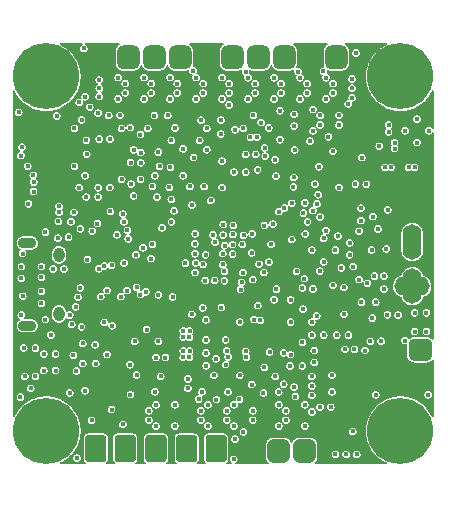
<source format=gbr>
G04 #@! TF.GenerationSoftware,KiCad,Pcbnew,(6.0.8)*
G04 #@! TF.CreationDate,2023-01-15T21:35:17+01:00*
G04 #@! TF.ProjectId,ultimateFC,756c7469-6d61-4746-9546-432e6b696361,rev?*
G04 #@! TF.SameCoordinates,Original*
G04 #@! TF.FileFunction,Copper,L4,Inr*
G04 #@! TF.FilePolarity,Positive*
%FSLAX46Y46*%
G04 Gerber Fmt 4.6, Leading zero omitted, Abs format (unit mm)*
G04 Created by KiCad (PCBNEW (6.0.8)) date 2023-01-15 21:35:17*
%MOMM*%
%LPD*%
G01*
G04 APERTURE LIST*
G04 #@! TA.AperFunction,ComponentPad*
%ADD10O,1.550000X0.890000*%
G04 #@! TD*
G04 #@! TA.AperFunction,ComponentPad*
%ADD11O,0.950000X1.250000*%
G04 #@! TD*
G04 #@! TA.AperFunction,ComponentPad*
%ADD12C,1.000000*%
G04 #@! TD*
G04 #@! TA.AperFunction,ComponentPad*
%ADD13C,5.600000*%
G04 #@! TD*
G04 #@! TA.AperFunction,ComponentPad*
%ADD14O,1.600000X3.000000*%
G04 #@! TD*
G04 #@! TA.AperFunction,ComponentPad*
%ADD15O,3.000000X1.600000*%
G04 #@! TD*
G04 #@! TA.AperFunction,ViaPad*
%ADD16C,0.400000*%
G04 #@! TD*
G04 APERTURE END LIST*
D10*
X98400000Y-114100000D03*
D11*
X101100000Y-120100000D03*
X101100000Y-115100000D03*
D10*
X98400000Y-121100000D03*
G04 #@! TA.AperFunction,ComponentPad*
G36*
G01*
X103300000Y-132380000D02*
X103300000Y-130620000D01*
G75*
G02*
X103570000Y-130350000I270000J0D01*
G01*
X104830000Y-130350000D01*
G75*
G02*
X105100000Y-130620000I0J-270000D01*
G01*
X105100000Y-132380000D01*
G75*
G02*
X104830000Y-132650000I-270000J0D01*
G01*
X103570000Y-132650000D01*
G75*
G02*
X103300000Y-132380000I0J270000D01*
G01*
G37*
G04 #@! TD.AperFunction*
D12*
X121970000Y-98820000D03*
G04 #@! TA.AperFunction,ComponentPad*
G36*
G01*
X121420000Y-98895000D02*
X121420000Y-97845000D01*
G75*
G02*
X121895000Y-97370000I475000J0D01*
G01*
X122845000Y-97370000D01*
G75*
G02*
X123320000Y-97845000I0J-475000D01*
G01*
X123320000Y-98895000D01*
G75*
G02*
X122845000Y-99370000I-475000J0D01*
G01*
X121895000Y-99370000D01*
G75*
G02*
X121420000Y-98895000I0J475000D01*
G01*
G37*
G04 #@! TD.AperFunction*
G04 #@! TA.AperFunction,ComponentPad*
G36*
G01*
X132225000Y-124090000D02*
X131175000Y-124090000D01*
G75*
G02*
X130700000Y-123615000I0J475000D01*
G01*
X130700000Y-122665000D01*
G75*
G02*
X131175000Y-122190000I475000J0D01*
G01*
X132225000Y-122190000D01*
G75*
G02*
X132700000Y-122665000I0J-475000D01*
G01*
X132700000Y-123615000D01*
G75*
G02*
X132225000Y-124090000I-475000J0D01*
G01*
G37*
G04 #@! TD.AperFunction*
X132150000Y-123540000D03*
X104370000Y-98820000D03*
G04 #@! TA.AperFunction,ComponentPad*
G36*
G01*
X103820000Y-98895000D02*
X103820000Y-97845000D01*
G75*
G02*
X104295000Y-97370000I475000J0D01*
G01*
X105245000Y-97370000D01*
G75*
G02*
X105720000Y-97845000I0J-475000D01*
G01*
X105720000Y-98895000D01*
G75*
G02*
X105245000Y-99370000I-475000J0D01*
G01*
X104295000Y-99370000D01*
G75*
G02*
X103820000Y-98895000I0J475000D01*
G01*
G37*
G04 #@! TD.AperFunction*
X117080000Y-132160000D03*
G04 #@! TA.AperFunction,ComponentPad*
G36*
G01*
X116530000Y-132235000D02*
X116530000Y-131185000D01*
G75*
G02*
X117005000Y-130710000I475000J0D01*
G01*
X117955000Y-130710000D01*
G75*
G02*
X118430000Y-131185000I0J-475000D01*
G01*
X118430000Y-132235000D01*
G75*
G02*
X117955000Y-132710000I-475000J0D01*
G01*
X117005000Y-132710000D01*
G75*
G02*
X116530000Y-132235000I0J475000D01*
G01*
G37*
G04 #@! TD.AperFunction*
X115370000Y-97920000D03*
G04 #@! TA.AperFunction,ComponentPad*
G36*
G01*
X116720000Y-97845000D02*
X116720000Y-98895000D01*
G75*
G02*
X116245000Y-99370000I-475000J0D01*
G01*
X115295000Y-99370000D01*
G75*
G02*
X114820000Y-98895000I0J475000D01*
G01*
X114820000Y-97845000D01*
G75*
G02*
X115295000Y-97370000I475000J0D01*
G01*
X116245000Y-97370000D01*
G75*
G02*
X116720000Y-97845000I0J-475000D01*
G01*
G37*
G04 #@! TD.AperFunction*
G04 #@! TA.AperFunction,ComponentPad*
G36*
G01*
X108400000Y-132380000D02*
X108400000Y-130620000D01*
G75*
G02*
X108670000Y-130350000I270000J0D01*
G01*
X109930000Y-130350000D01*
G75*
G02*
X110200000Y-130620000I0J-270000D01*
G01*
X110200000Y-132380000D01*
G75*
G02*
X109930000Y-132650000I-270000J0D01*
G01*
X108670000Y-132650000D01*
G75*
G02*
X108400000Y-132380000I0J270000D01*
G01*
G37*
G04 #@! TD.AperFunction*
G04 #@! TA.AperFunction,ComponentPad*
G36*
G01*
X108220000Y-98895000D02*
X108220000Y-97845000D01*
G75*
G02*
X108695000Y-97370000I475000J0D01*
G01*
X109645000Y-97370000D01*
G75*
G02*
X110120000Y-97845000I0J-475000D01*
G01*
X110120000Y-98895000D01*
G75*
G02*
X109645000Y-99370000I-475000J0D01*
G01*
X108695000Y-99370000D01*
G75*
G02*
X108220000Y-98895000I0J475000D01*
G01*
G37*
G04 #@! TD.AperFunction*
X108770000Y-98820000D03*
D13*
X100000000Y-130000000D03*
G04 #@! TA.AperFunction,ComponentPad*
G36*
G01*
X118730000Y-132235000D02*
X118730000Y-131185000D01*
G75*
G02*
X119205000Y-130710000I475000J0D01*
G01*
X120155000Y-130710000D01*
G75*
G02*
X120630000Y-131185000I0J-475000D01*
G01*
X120630000Y-132235000D01*
G75*
G02*
X120155000Y-132710000I-475000J0D01*
G01*
X119205000Y-132710000D01*
G75*
G02*
X118730000Y-132235000I0J475000D01*
G01*
G37*
G04 #@! TD.AperFunction*
D12*
X119280000Y-132160000D03*
D13*
X130000000Y-130000000D03*
D14*
X131000000Y-114000000D03*
D12*
X121480000Y-132160000D03*
G04 #@! TA.AperFunction,ComponentPad*
G36*
G01*
X120930000Y-132235000D02*
X120930000Y-131185000D01*
G75*
G02*
X121405000Y-130710000I475000J0D01*
G01*
X122355000Y-130710000D01*
G75*
G02*
X122830000Y-131185000I0J-475000D01*
G01*
X122830000Y-132235000D01*
G75*
G02*
X122355000Y-132710000I-475000J0D01*
G01*
X121405000Y-132710000D01*
G75*
G02*
X120930000Y-132235000I0J475000D01*
G01*
G37*
G04 #@! TD.AperFunction*
G04 #@! TA.AperFunction,ComponentPad*
G36*
G01*
X132225000Y-126290000D02*
X131175000Y-126290000D01*
G75*
G02*
X130700000Y-125815000I0J475000D01*
G01*
X130700000Y-124865000D01*
G75*
G02*
X131175000Y-124390000I475000J0D01*
G01*
X132225000Y-124390000D01*
G75*
G02*
X132700000Y-124865000I0J-475000D01*
G01*
X132700000Y-125815000D01*
G75*
G02*
X132225000Y-126290000I-475000J0D01*
G01*
G37*
G04 #@! TD.AperFunction*
X132150000Y-125740000D03*
X117570000Y-98820000D03*
G04 #@! TA.AperFunction,ComponentPad*
G36*
G01*
X117020000Y-98895000D02*
X117020000Y-97845000D01*
G75*
G02*
X117495000Y-97370000I475000J0D01*
G01*
X118445000Y-97370000D01*
G75*
G02*
X118920000Y-97845000I0J-475000D01*
G01*
X118920000Y-98895000D01*
G75*
G02*
X118445000Y-99370000I-475000J0D01*
G01*
X117495000Y-99370000D01*
G75*
G02*
X117020000Y-98895000I0J475000D01*
G01*
G37*
G04 #@! TD.AperFunction*
G04 #@! TA.AperFunction,ComponentPad*
G36*
G01*
X106020000Y-98895000D02*
X106020000Y-97845000D01*
G75*
G02*
X106495000Y-97370000I475000J0D01*
G01*
X107445000Y-97370000D01*
G75*
G02*
X107920000Y-97845000I0J-475000D01*
G01*
X107920000Y-98895000D01*
G75*
G02*
X107445000Y-99370000I-475000J0D01*
G01*
X106495000Y-99370000D01*
G75*
G02*
X106020000Y-98895000I0J475000D01*
G01*
G37*
G04 #@! TD.AperFunction*
X106570000Y-98820000D03*
G04 #@! TA.AperFunction,ComponentPad*
G36*
G01*
X112620000Y-98895000D02*
X112620000Y-97845000D01*
G75*
G02*
X113095000Y-97370000I475000J0D01*
G01*
X114045000Y-97370000D01*
G75*
G02*
X114520000Y-97845000I0J-475000D01*
G01*
X114520000Y-98895000D01*
G75*
G02*
X114045000Y-99370000I-475000J0D01*
G01*
X113095000Y-99370000D01*
G75*
G02*
X112620000Y-98895000I0J475000D01*
G01*
G37*
G04 #@! TD.AperFunction*
X113170000Y-98820000D03*
G04 #@! TA.AperFunction,ComponentPad*
G36*
G01*
X113500000Y-132380000D02*
X113500000Y-130620000D01*
G75*
G02*
X113770000Y-130350000I270000J0D01*
G01*
X115030000Y-130350000D01*
G75*
G02*
X115300000Y-130620000I0J-270000D01*
G01*
X115300000Y-132380000D01*
G75*
G02*
X115030000Y-132650000I-270000J0D01*
G01*
X113770000Y-132650000D01*
G75*
G02*
X113500000Y-132380000I0J270000D01*
G01*
G37*
G04 #@! TD.AperFunction*
D13*
X100000000Y-100000000D03*
X130000000Y-100000000D03*
G04 #@! TA.AperFunction,ComponentPad*
G36*
G01*
X111000000Y-132380000D02*
X111000000Y-130620000D01*
G75*
G02*
X111270000Y-130350000I270000J0D01*
G01*
X112530000Y-130350000D01*
G75*
G02*
X112800000Y-130620000I0J-270000D01*
G01*
X112800000Y-132380000D01*
G75*
G02*
X112530000Y-132650000I-270000J0D01*
G01*
X111270000Y-132650000D01*
G75*
G02*
X111000000Y-132380000I0J270000D01*
G01*
G37*
G04 #@! TD.AperFunction*
G04 #@! TA.AperFunction,ComponentPad*
G36*
G01*
X119220000Y-98895000D02*
X119220000Y-97845000D01*
G75*
G02*
X119695000Y-97370000I475000J0D01*
G01*
X120645000Y-97370000D01*
G75*
G02*
X121120000Y-97845000I0J-475000D01*
G01*
X121120000Y-98895000D01*
G75*
G02*
X120645000Y-99370000I-475000J0D01*
G01*
X119695000Y-99370000D01*
G75*
G02*
X119220000Y-98895000I0J475000D01*
G01*
G37*
G04 #@! TD.AperFunction*
D12*
X119770000Y-98820000D03*
G04 #@! TA.AperFunction,ComponentPad*
G36*
G01*
X105800000Y-132380000D02*
X105800000Y-130620000D01*
G75*
G02*
X106070000Y-130350000I270000J0D01*
G01*
X107330000Y-130350000D01*
G75*
G02*
X107600000Y-130620000I0J-270000D01*
G01*
X107600000Y-132380000D01*
G75*
G02*
X107330000Y-132650000I-270000J0D01*
G01*
X106070000Y-132650000D01*
G75*
G02*
X105800000Y-132380000I0J270000D01*
G01*
G37*
G04 #@! TD.AperFunction*
G04 #@! TA.AperFunction,ComponentPad*
G36*
G01*
X123620000Y-98895000D02*
X123620000Y-97845000D01*
G75*
G02*
X124095000Y-97370000I475000J0D01*
G01*
X125045000Y-97370000D01*
G75*
G02*
X125520000Y-97845000I0J-475000D01*
G01*
X125520000Y-98895000D01*
G75*
G02*
X125045000Y-99370000I-475000J0D01*
G01*
X124095000Y-99370000D01*
G75*
G02*
X123620000Y-98895000I0J475000D01*
G01*
G37*
G04 #@! TD.AperFunction*
X124170000Y-98820000D03*
D15*
X131000000Y-117750000D03*
D14*
X131000000Y-117750000D03*
G04 #@! TA.AperFunction,ComponentPad*
G36*
G01*
X110420000Y-98895000D02*
X110420000Y-97845000D01*
G75*
G02*
X110895000Y-97370000I475000J0D01*
G01*
X111845000Y-97370000D01*
G75*
G02*
X112320000Y-97845000I0J-475000D01*
G01*
X112320000Y-98895000D01*
G75*
G02*
X111845000Y-99370000I-475000J0D01*
G01*
X110895000Y-99370000D01*
G75*
G02*
X110420000Y-98895000I0J475000D01*
G01*
G37*
G04 #@! TD.AperFunction*
D12*
X110970000Y-98820000D03*
D16*
X115885000Y-132400000D03*
X122910000Y-120270000D03*
X130385000Y-122360000D03*
X100900000Y-103350000D03*
X130400000Y-104600000D03*
X130700000Y-107700000D03*
X98950000Y-108940000D03*
X122700000Y-124200000D03*
X97830000Y-127145000D03*
X122500000Y-125400000D03*
X107500000Y-122425000D03*
X105155000Y-118119999D03*
X127900000Y-119100000D03*
X101035000Y-112260000D03*
X113550000Y-124490000D03*
X97862500Y-106690000D03*
X125225000Y-120140000D03*
X115990000Y-130710000D03*
X98000000Y-115000000D03*
X126000000Y-116100000D03*
X116895000Y-99610000D03*
X122500000Y-121900000D03*
X124500000Y-132000000D03*
X115100000Y-116490000D03*
X104465000Y-116280000D03*
X125600000Y-121900000D03*
X115120000Y-114310000D03*
X122500000Y-128400000D03*
X127110000Y-109120000D03*
X106255000Y-103300000D03*
X131200000Y-107700000D03*
X106855000Y-118119999D03*
X104625000Y-118639999D03*
X112130000Y-122080000D03*
X126500000Y-117200000D03*
X112445000Y-99525000D03*
X129200000Y-107700000D03*
X122500000Y-126200000D03*
X108500000Y-121425000D03*
X109505000Y-118499509D03*
X107100000Y-124400000D03*
X112353651Y-110893651D03*
X117405000Y-126080000D03*
X123170000Y-116480000D03*
X113951225Y-110496225D03*
X123500000Y-113700000D03*
X120115000Y-126045000D03*
X121045000Y-106220000D03*
X125965000Y-130055000D03*
X103005000Y-103665000D03*
X120800000Y-113800000D03*
X126300000Y-132000000D03*
X124600000Y-121900000D03*
X123500000Y-121900000D03*
X104920000Y-120815000D03*
X109300000Y-127800000D03*
X102565000Y-124935000D03*
X122590000Y-111350000D03*
X102000000Y-126800000D03*
X117450000Y-113330000D03*
X124285000Y-117685000D03*
X103300000Y-126600000D03*
X111610000Y-121550000D03*
X128600000Y-118000000D03*
X129000000Y-104100000D03*
X103500000Y-115500000D03*
X117850000Y-105150000D03*
X112130000Y-123780000D03*
X122700000Y-123200000D03*
X131400000Y-103600000D03*
X122340000Y-105472398D03*
X124290000Y-106350000D03*
X98700000Y-126400000D03*
X111610000Y-123250000D03*
X97900000Y-120200000D03*
X118550000Y-106750000D03*
X126730000Y-106860000D03*
X123105000Y-107635000D03*
X126649999Y-112200000D03*
X97675000Y-103045000D03*
X126240000Y-98000000D03*
X114835000Y-119560000D03*
X128360000Y-122420000D03*
X124500000Y-114700000D03*
X103190000Y-97620000D03*
X117920000Y-119405000D03*
X106000000Y-113400000D03*
X128700000Y-107700000D03*
X112175661Y-109305309D03*
X132350000Y-126950000D03*
X126660000Y-111160000D03*
X97962500Y-105990000D03*
X113380000Y-109310000D03*
X122590000Y-117985000D03*
X109500000Y-122425000D03*
X110705000Y-118660000D03*
X102165000Y-120995000D03*
X118430000Y-116590000D03*
X123475000Y-99570000D03*
X107980000Y-118470000D03*
X97900000Y-116100000D03*
X98937500Y-109740000D03*
X109300000Y-129600000D03*
X98025500Y-118600000D03*
X121865000Y-117115000D03*
X114790000Y-104880000D03*
X112340000Y-120135000D03*
X100400000Y-121900000D03*
X129500000Y-106100000D03*
X116965000Y-123790000D03*
X113120000Y-103705000D03*
X126190000Y-109110000D03*
X116660733Y-116599999D03*
X119705000Y-111440000D03*
X104340000Y-112450000D03*
X108010000Y-106440000D03*
X102615000Y-132300000D03*
X127905000Y-126950000D03*
X97900000Y-117100000D03*
X121325000Y-99590000D03*
X116365000Y-127335000D03*
X125000000Y-116200000D03*
X99935000Y-120585000D03*
X125210000Y-117845000D03*
X122500000Y-114700000D03*
X108880000Y-115420000D03*
X113536501Y-123400000D03*
X126500000Y-113100000D03*
X125400000Y-132000000D03*
X120100000Y-123400000D03*
X106325000Y-118639999D03*
X119200000Y-112500000D03*
X127450000Y-122430000D03*
X129000000Y-104700000D03*
X109825000Y-112815000D03*
X109160000Y-103310000D03*
X129500000Y-105600000D03*
X115415000Y-123750000D03*
X98916887Y-108354682D03*
X99945000Y-113180000D03*
X114800000Y-103700000D03*
X113510000Y-115090000D03*
X122500000Y-127000000D03*
X131400000Y-105600000D03*
X111480000Y-103493000D03*
X104625000Y-118099999D03*
X106854719Y-118644502D03*
X105154719Y-118644502D03*
X126550000Y-102660000D03*
X111500000Y-129100000D03*
X108500000Y-123400000D03*
X126820000Y-101900000D03*
X112400000Y-103287000D03*
X108500000Y-124600000D03*
X106325000Y-118099999D03*
X126030000Y-103260000D03*
X111500000Y-128300000D03*
X98600000Y-103900000D03*
X98600000Y-104500000D03*
X97700000Y-112800000D03*
X124300000Y-107800000D03*
X123900000Y-107400000D03*
X101100000Y-111000000D03*
X118500000Y-106050000D03*
X131200000Y-121600000D03*
X117500000Y-117200000D03*
X112150000Y-123250000D03*
X117610000Y-120590000D03*
X118475000Y-112620000D03*
X112150000Y-121550000D03*
X103850000Y-129100000D03*
X120980000Y-108550000D03*
X101100000Y-111500000D03*
X123500000Y-115700000D03*
X111605498Y-122079719D03*
X103310000Y-101720000D03*
X118860000Y-115720000D03*
X114951144Y-115904500D03*
X112670000Y-115790000D03*
X114950000Y-115000000D03*
X108010000Y-107300000D03*
X132200000Y-121600000D03*
X117300000Y-105150000D03*
X120940000Y-109340000D03*
X122760000Y-109100000D03*
X106880000Y-113030000D03*
X107990000Y-104920000D03*
X111605498Y-123779719D03*
X127200000Y-117500000D03*
X131200000Y-120000000D03*
X127800000Y-116900000D03*
X128600000Y-116900000D03*
X132200000Y-120000000D03*
X98500000Y-110770000D03*
X98445000Y-107595000D03*
X128920000Y-111290000D03*
X128200000Y-105900000D03*
X125700000Y-115100000D03*
X125700000Y-114100000D03*
X125300000Y-123100000D03*
X126100000Y-123100000D03*
X118035000Y-115890000D03*
X113285000Y-115915000D03*
X115790000Y-115040000D03*
X114310000Y-114040000D03*
X116700000Y-130100000D03*
X121210000Y-116500000D03*
X132400000Y-104600000D03*
X101500000Y-116300000D03*
X100600000Y-116300000D03*
X114900000Y-107150000D03*
X117750000Y-106600000D03*
X116900000Y-106600000D03*
X127000000Y-123200000D03*
X127620000Y-120460000D03*
X126700000Y-119100000D03*
X107131275Y-104331275D03*
X106400000Y-104400000D03*
X105400000Y-105300000D03*
X104500000Y-105300000D03*
X108600000Y-104400000D03*
X103408651Y-105391349D03*
X102400000Y-104400000D03*
X110600000Y-105400000D03*
X110910000Y-104350000D03*
X110300000Y-103300000D03*
X113600000Y-104400000D03*
X113000000Y-105400000D03*
X107200000Y-109100000D03*
X106400000Y-108700000D03*
X105400000Y-109400000D03*
X104410000Y-109420000D03*
X109000000Y-109300000D03*
X109200000Y-108400000D03*
X102800000Y-109400000D03*
X103300000Y-108400000D03*
X111600000Y-108400000D03*
X110430000Y-109395000D03*
X99800000Y-123500000D03*
X100800000Y-123500000D03*
X100800000Y-124900000D03*
X99800000Y-124900000D03*
X119500000Y-118000000D03*
X119300000Y-118900000D03*
X118476349Y-124623651D03*
X119400000Y-125400000D03*
X120700000Y-118900000D03*
X121700000Y-117900000D03*
X121700000Y-124500000D03*
X120650000Y-124500000D03*
X98200000Y-125400000D03*
X106600000Y-115800000D03*
X99100000Y-125400000D03*
X106600000Y-112300000D03*
X106950000Y-113750000D03*
X105538999Y-115988999D03*
X99100000Y-123000000D03*
X98100000Y-122990000D03*
X107655297Y-117859835D03*
X108443612Y-118224711D03*
X102000000Y-120200000D03*
X103400000Y-110200000D03*
X102345000Y-111505000D03*
X116460000Y-118040000D03*
X129800000Y-120200000D03*
X116570000Y-117420000D03*
X128900000Y-120170000D03*
X118137715Y-120654107D03*
X116400000Y-120800000D03*
X102300000Y-123600000D03*
X103100000Y-122600000D03*
X124100000Y-128000000D03*
X123200000Y-128000000D03*
X121100000Y-127100000D03*
X118920000Y-123330000D03*
X116895455Y-123270129D03*
X121700000Y-122500000D03*
X120700000Y-123550000D03*
X99600000Y-116100000D03*
X99600000Y-117000000D03*
X99600000Y-118200000D03*
X99600000Y-119200000D03*
X121750000Y-119700000D03*
X120700000Y-120800000D03*
X115000000Y-112540000D03*
X116000000Y-104500000D03*
X115500000Y-101400000D03*
X115500000Y-100600000D03*
X117700000Y-100600000D03*
X117700000Y-101400000D03*
X118200000Y-103900000D03*
X119393499Y-107048940D03*
X117550000Y-103300000D03*
X116700000Y-104400000D03*
X113600000Y-106200000D03*
X112490000Y-106860000D03*
X122600000Y-102800000D03*
X119053651Y-114203651D03*
X122600000Y-104600000D03*
X125900000Y-100200000D03*
X125900000Y-101800000D03*
X125900000Y-101000000D03*
X121942654Y-113323501D03*
X117100000Y-100100000D03*
X117100000Y-101900000D03*
X115790000Y-114240000D03*
X114900000Y-100100000D03*
X114900000Y-101900000D03*
X115810000Y-113370000D03*
X112700000Y-100100000D03*
X112700000Y-101900000D03*
X115850000Y-112600000D03*
X128800000Y-114600000D03*
X124700000Y-113500000D03*
X122929342Y-110784000D03*
X127550000Y-114690000D03*
X123040000Y-110010000D03*
X104500000Y-101700000D03*
X104936158Y-116044538D03*
X104500000Y-101000000D03*
X112610000Y-115000000D03*
X101000000Y-113700000D03*
X102800000Y-102200000D03*
X104500000Y-100300000D03*
X104400000Y-103100000D03*
X108900000Y-100600000D03*
X108900000Y-101400000D03*
X102100000Y-112300000D03*
X105300000Y-103300000D03*
X111100000Y-100600000D03*
X102900000Y-112900000D03*
X111100000Y-101400000D03*
X113536505Y-122300000D03*
X115200000Y-122300000D03*
X123200000Y-104100000D03*
X123200000Y-103300000D03*
X118850000Y-104350000D03*
X119800000Y-102900000D03*
X121000000Y-104200000D03*
X121000000Y-103200000D03*
X114400000Y-123900000D03*
X115300000Y-128300000D03*
X115300000Y-129100000D03*
X112000000Y-125600000D03*
X112000000Y-126400000D03*
X115090000Y-117290000D03*
X115400000Y-126700000D03*
X116400000Y-125300000D03*
X115200000Y-124400000D03*
X118400000Y-126800000D03*
X119700000Y-129600000D03*
X119700000Y-127800000D03*
X117500000Y-129100000D03*
X117500000Y-128300000D03*
X115285796Y-123235953D03*
X121900000Y-129600000D03*
X119688225Y-126712644D03*
X121900000Y-127800000D03*
X124800000Y-104100000D03*
X124800000Y-103300000D03*
X117396017Y-114943909D03*
X114900000Y-109400000D03*
X115900000Y-108100000D03*
X116900000Y-108100000D03*
X117900000Y-107900000D03*
X102400000Y-107600000D03*
X103440000Y-106580000D03*
X109500000Y-106400000D03*
X109600000Y-107600000D03*
X107150000Y-107290000D03*
X107400000Y-106200000D03*
X108000000Y-108700000D03*
X103900000Y-113100000D03*
X109700000Y-125400000D03*
X113470000Y-117280000D03*
X109200000Y-126700000D03*
X105550000Y-128200000D03*
X106500000Y-129450000D03*
X105150000Y-123540000D03*
X104160000Y-122720000D03*
X105600000Y-121100000D03*
X113262497Y-119600000D03*
X113100000Y-129100000D03*
X113100000Y-128300000D03*
X114200000Y-125300000D03*
X113536501Y-120600000D03*
X113200000Y-126700000D03*
X112600000Y-116600000D03*
X110100000Y-123800000D03*
X120300000Y-129100000D03*
X120300000Y-128300000D03*
X110900000Y-129600000D03*
X110900000Y-127800000D03*
X114270000Y-117270000D03*
X109000000Y-114200000D03*
X113700000Y-129600000D03*
X113700000Y-127800000D03*
X109300000Y-123800000D03*
X112617973Y-113318927D03*
X115900000Y-129600000D03*
X103000000Y-121200000D03*
X115900000Y-127800000D03*
X114420000Y-127360000D03*
X104200000Y-124300000D03*
X112910000Y-127320000D03*
X103100000Y-124300000D03*
X110600000Y-112300000D03*
X110530000Y-107680000D03*
X111600000Y-106130000D03*
X110826002Y-111373303D03*
X110600000Y-110400000D03*
X107600000Y-115100000D03*
X107140000Y-126940000D03*
X107653905Y-125271467D03*
X108700000Y-129100000D03*
X108700000Y-128300000D03*
X108200000Y-114500000D03*
X114130000Y-113410000D03*
X108300000Y-101900000D03*
X108300000Y-100100000D03*
X106100000Y-100100000D03*
X112590000Y-114160000D03*
X106100000Y-101900000D03*
X106700000Y-101400000D03*
X106700000Y-100600000D03*
X101900000Y-113600000D03*
X103700000Y-102600000D03*
X102900000Y-117900000D03*
X109388946Y-110209004D03*
X107400000Y-110100000D03*
X102700000Y-118700000D03*
X106497678Y-111652322D03*
X104400000Y-110200000D03*
X105440000Y-111410000D03*
X102500000Y-119500000D03*
X127670000Y-111860000D03*
X116610000Y-114220000D03*
X123700000Y-113040000D03*
X128100000Y-112900000D03*
X122130000Y-112300000D03*
X122500000Y-120800000D03*
X116720000Y-113446000D03*
X119460000Y-108450000D03*
X122100000Y-100600000D03*
X122100000Y-101400000D03*
X123700000Y-101900000D03*
X123900000Y-105100000D03*
X123700000Y-100100000D03*
X123200000Y-111900000D03*
X110500000Y-100100000D03*
X114990000Y-113420000D03*
X110500000Y-101900000D03*
X121500000Y-101900000D03*
X121500000Y-100100000D03*
X121787214Y-111563000D03*
X113300000Y-101400000D03*
X115500000Y-102400000D03*
X113300000Y-100600000D03*
X120800000Y-110726002D03*
X119300000Y-101900000D03*
X119300000Y-100100000D03*
X121900000Y-110700000D03*
X124800000Y-109400000D03*
X125578186Y-102330884D03*
X124300000Y-100600000D03*
X124300000Y-101400000D03*
X111800000Y-115800000D03*
X124200000Y-125300000D03*
X121000000Y-126300000D03*
X124200000Y-126700000D03*
X119900000Y-100600000D03*
X119900000Y-101400000D03*
X120181499Y-111133547D03*
X119800000Y-105350000D03*
G04 #@! TA.AperFunction,Conductor*
G36*
X103064040Y-97204209D02*
G01*
X103082537Y-97214888D01*
X103096267Y-97231250D01*
X103103572Y-97251321D01*
X103103572Y-97272679D01*
X103096267Y-97292750D01*
X103082537Y-97309112D01*
X103066541Y-97318819D01*
X103041769Y-97329080D01*
X102998084Y-97355850D01*
X102959125Y-97389125D01*
X102925850Y-97428084D01*
X102899080Y-97471769D01*
X102879473Y-97519104D01*
X102867513Y-97568923D01*
X102863493Y-97620000D01*
X102867513Y-97671077D01*
X102879473Y-97720896D01*
X102880397Y-97723126D01*
X102880397Y-97723127D01*
X102881455Y-97725680D01*
X102899080Y-97768231D01*
X102925850Y-97811916D01*
X102959125Y-97850875D01*
X102998084Y-97884150D01*
X103041769Y-97910920D01*
X103089104Y-97930527D01*
X103138923Y-97942487D01*
X103190000Y-97946507D01*
X103241077Y-97942487D01*
X103290896Y-97930527D01*
X103338231Y-97910920D01*
X103381916Y-97884150D01*
X103420875Y-97850875D01*
X103454150Y-97811916D01*
X103480920Y-97768231D01*
X103498545Y-97725680D01*
X103499603Y-97723127D01*
X103499603Y-97723126D01*
X103500527Y-97720896D01*
X103512487Y-97671077D01*
X103516507Y-97620000D01*
X103512487Y-97568923D01*
X103500527Y-97519104D01*
X103480920Y-97471769D01*
X103454150Y-97428084D01*
X103420875Y-97389125D01*
X103381916Y-97355850D01*
X103338231Y-97329080D01*
X103313459Y-97318819D01*
X103295445Y-97307342D01*
X103282443Y-97290397D01*
X103276020Y-97270027D01*
X103276952Y-97248689D01*
X103285126Y-97228956D01*
X103299555Y-97213209D01*
X103318501Y-97203346D01*
X103336994Y-97200500D01*
X106181331Y-97200500D01*
X106202365Y-97204209D01*
X106220862Y-97214888D01*
X106234592Y-97231250D01*
X106241897Y-97251321D01*
X106241897Y-97272679D01*
X106234592Y-97292750D01*
X106220862Y-97309112D01*
X106210677Y-97316047D01*
X106203843Y-97319757D01*
X106179590Y-97332925D01*
X106179585Y-97332928D01*
X106178027Y-97333774D01*
X106121368Y-97373594D01*
X106120045Y-97374773D01*
X106120041Y-97374776D01*
X106071943Y-97417631D01*
X106069663Y-97419663D01*
X106068486Y-97420984D01*
X106025076Y-97469705D01*
X106023594Y-97471368D01*
X105983774Y-97528027D01*
X105950730Y-97588886D01*
X105924900Y-97653140D01*
X105924433Y-97654847D01*
X105924432Y-97654850D01*
X105918079Y-97678076D01*
X105906627Y-97719937D01*
X105896152Y-97788392D01*
X105894500Y-97823417D01*
X105894501Y-98916582D01*
X105896152Y-98951608D01*
X105896394Y-98953190D01*
X105896395Y-98953199D01*
X105904692Y-99007418D01*
X105906627Y-99020063D01*
X105924900Y-99086860D01*
X105950730Y-99151114D01*
X105951572Y-99152664D01*
X105951576Y-99152672D01*
X105978638Y-99202513D01*
X105983774Y-99211973D01*
X106023594Y-99268632D01*
X106024773Y-99269955D01*
X106024776Y-99269959D01*
X106044507Y-99292104D01*
X106069663Y-99320337D01*
X106070984Y-99321514D01*
X106088989Y-99337556D01*
X106121368Y-99366406D01*
X106178027Y-99406226D01*
X106179585Y-99407072D01*
X106179590Y-99407075D01*
X106206653Y-99421769D01*
X106238886Y-99439270D01*
X106254782Y-99445660D01*
X106289225Y-99459506D01*
X106303140Y-99465100D01*
X106304847Y-99465567D01*
X106304850Y-99465568D01*
X106368229Y-99482906D01*
X106368233Y-99482907D01*
X106369937Y-99483373D01*
X106438392Y-99493848D01*
X106439988Y-99493923D01*
X106439995Y-99493924D01*
X106454970Y-99494630D01*
X106473417Y-99495500D01*
X106969309Y-99495500D01*
X107466582Y-99495499D01*
X107501608Y-99493848D01*
X107503190Y-99493606D01*
X107503199Y-99493605D01*
X107557418Y-99485308D01*
X107570063Y-99483373D01*
X107571767Y-99482907D01*
X107571771Y-99482906D01*
X107635150Y-99465568D01*
X107635153Y-99465567D01*
X107636860Y-99465100D01*
X107650776Y-99459506D01*
X107685218Y-99445660D01*
X107701114Y-99439270D01*
X107733347Y-99421769D01*
X107760410Y-99407075D01*
X107760415Y-99407072D01*
X107761973Y-99406226D01*
X107818632Y-99366406D01*
X107851012Y-99337556D01*
X107869016Y-99321514D01*
X107870337Y-99320337D01*
X107895493Y-99292104D01*
X107915224Y-99269959D01*
X107915227Y-99269955D01*
X107916406Y-99268632D01*
X107956226Y-99211973D01*
X107961363Y-99202513D01*
X107988424Y-99152672D01*
X107988428Y-99152664D01*
X107989270Y-99151114D01*
X108012938Y-99092238D01*
X108024225Y-99074105D01*
X108041033Y-99060926D01*
X108061335Y-99054291D01*
X108082682Y-99054999D01*
X108102499Y-99062965D01*
X108118397Y-99077229D01*
X108127062Y-99092238D01*
X108150730Y-99151114D01*
X108151572Y-99152664D01*
X108151576Y-99152672D01*
X108178638Y-99202513D01*
X108183774Y-99211973D01*
X108223594Y-99268632D01*
X108224773Y-99269955D01*
X108224776Y-99269959D01*
X108244507Y-99292104D01*
X108269663Y-99320337D01*
X108270984Y-99321514D01*
X108288989Y-99337556D01*
X108321368Y-99366406D01*
X108378027Y-99406226D01*
X108379585Y-99407072D01*
X108379590Y-99407075D01*
X108406653Y-99421769D01*
X108438886Y-99439270D01*
X108454782Y-99445660D01*
X108489225Y-99459506D01*
X108503140Y-99465100D01*
X108504847Y-99465567D01*
X108504850Y-99465568D01*
X108568229Y-99482906D01*
X108568233Y-99482907D01*
X108569937Y-99483373D01*
X108638392Y-99493848D01*
X108639988Y-99493923D01*
X108639995Y-99493924D01*
X108654970Y-99494630D01*
X108673417Y-99495500D01*
X109169309Y-99495500D01*
X109666582Y-99495499D01*
X109701608Y-99493848D01*
X109703190Y-99493606D01*
X109703199Y-99493605D01*
X109757418Y-99485308D01*
X109770063Y-99483373D01*
X109771767Y-99482907D01*
X109771771Y-99482906D01*
X109835150Y-99465568D01*
X109835153Y-99465567D01*
X109836860Y-99465100D01*
X109850776Y-99459506D01*
X109885218Y-99445660D01*
X109901114Y-99439270D01*
X109933347Y-99421769D01*
X109960410Y-99407075D01*
X109960415Y-99407072D01*
X109961973Y-99406226D01*
X110018632Y-99366406D01*
X110051012Y-99337556D01*
X110069016Y-99321514D01*
X110070337Y-99320337D01*
X110095493Y-99292104D01*
X110115224Y-99269959D01*
X110115227Y-99269955D01*
X110116406Y-99268632D01*
X110156226Y-99211973D01*
X110161363Y-99202513D01*
X110188424Y-99152672D01*
X110188428Y-99152664D01*
X110189270Y-99151114D01*
X110212938Y-99092238D01*
X110224225Y-99074105D01*
X110241033Y-99060926D01*
X110261335Y-99054291D01*
X110282682Y-99054999D01*
X110302499Y-99062965D01*
X110318397Y-99077229D01*
X110327062Y-99092238D01*
X110350730Y-99151114D01*
X110351572Y-99152664D01*
X110351576Y-99152672D01*
X110378638Y-99202513D01*
X110383774Y-99211973D01*
X110423594Y-99268632D01*
X110424773Y-99269955D01*
X110424776Y-99269959D01*
X110444507Y-99292104D01*
X110469663Y-99320337D01*
X110470984Y-99321514D01*
X110488989Y-99337556D01*
X110521368Y-99366406D01*
X110578027Y-99406226D01*
X110579585Y-99407072D01*
X110579590Y-99407075D01*
X110606653Y-99421769D01*
X110638886Y-99439270D01*
X110654782Y-99445660D01*
X110689225Y-99459506D01*
X110703140Y-99465100D01*
X110704847Y-99465567D01*
X110704850Y-99465568D01*
X110768229Y-99482906D01*
X110768233Y-99482907D01*
X110769937Y-99483373D01*
X110838392Y-99493848D01*
X110839988Y-99493923D01*
X110839995Y-99493924D01*
X110854970Y-99494630D01*
X110873417Y-99495500D01*
X111369309Y-99495500D01*
X111866582Y-99495499D01*
X111901608Y-99493848D01*
X111903190Y-99493606D01*
X111903199Y-99493605D01*
X111957418Y-99485308D01*
X111970063Y-99483373D01*
X111971767Y-99482907D01*
X111971771Y-99482906D01*
X112035154Y-99465567D01*
X112035159Y-99465565D01*
X112036860Y-99465100D01*
X112037812Y-99464717D01*
X112058687Y-99461560D01*
X112079624Y-99465783D01*
X112097855Y-99476911D01*
X112111180Y-99493604D01*
X112117992Y-99513847D01*
X112118665Y-99522809D01*
X112118493Y-99525000D01*
X112122513Y-99576077D01*
X112134473Y-99625896D01*
X112154080Y-99673231D01*
X112180850Y-99716916D01*
X112182417Y-99718751D01*
X112182418Y-99718752D01*
X112197150Y-99736000D01*
X112214125Y-99755875D01*
X112215962Y-99757444D01*
X112223348Y-99763752D01*
X112253084Y-99789150D01*
X112296769Y-99815920D01*
X112308731Y-99820875D01*
X112341835Y-99834587D01*
X112344104Y-99835527D01*
X112372917Y-99842444D01*
X112380535Y-99844273D01*
X112400123Y-99852790D01*
X112415616Y-99867492D01*
X112425146Y-99886607D01*
X112427564Y-99907828D01*
X112422578Y-99928597D01*
X112418621Y-99936200D01*
X112409080Y-99951769D01*
X112389473Y-99999104D01*
X112377513Y-100048923D01*
X112373493Y-100100000D01*
X112377513Y-100151077D01*
X112389473Y-100200896D01*
X112409080Y-100248231D01*
X112435850Y-100291916D01*
X112437417Y-100293751D01*
X112437418Y-100293752D01*
X112443520Y-100300896D01*
X112469125Y-100330875D01*
X112470962Y-100332444D01*
X112489959Y-100348669D01*
X112508084Y-100364150D01*
X112551769Y-100390920D01*
X112599104Y-100410527D01*
X112648923Y-100422487D01*
X112700000Y-100426507D01*
X112751077Y-100422487D01*
X112800896Y-100410527D01*
X112848231Y-100390920D01*
X112891916Y-100364150D01*
X112910042Y-100348669D01*
X112929038Y-100332444D01*
X112930875Y-100330875D01*
X112956480Y-100300896D01*
X112962582Y-100293752D01*
X112962583Y-100293751D01*
X112964150Y-100291916D01*
X112990920Y-100248231D01*
X113010527Y-100200896D01*
X113022487Y-100151077D01*
X113026507Y-100100000D01*
X114573493Y-100100000D01*
X114577513Y-100151077D01*
X114589473Y-100200896D01*
X114609080Y-100248231D01*
X114635850Y-100291916D01*
X114637417Y-100293751D01*
X114637418Y-100293752D01*
X114643520Y-100300896D01*
X114669125Y-100330875D01*
X114670962Y-100332444D01*
X114689959Y-100348669D01*
X114708084Y-100364150D01*
X114751769Y-100390920D01*
X114799104Y-100410527D01*
X114848923Y-100422487D01*
X114900000Y-100426507D01*
X114951077Y-100422487D01*
X115000896Y-100410527D01*
X115048231Y-100390920D01*
X115091916Y-100364150D01*
X115110042Y-100348669D01*
X115129038Y-100332444D01*
X115130875Y-100330875D01*
X115156480Y-100300896D01*
X115162582Y-100293752D01*
X115162583Y-100293751D01*
X115164150Y-100291916D01*
X115190920Y-100248231D01*
X115210527Y-100200896D01*
X115222487Y-100151077D01*
X115226507Y-100100000D01*
X115222487Y-100048923D01*
X115210527Y-99999104D01*
X115190920Y-99951769D01*
X115164150Y-99908084D01*
X115149044Y-99890397D01*
X115132444Y-99870962D01*
X115130875Y-99869125D01*
X115110248Y-99851507D01*
X115093752Y-99837418D01*
X115093751Y-99837417D01*
X115091916Y-99835850D01*
X115048231Y-99809080D01*
X115006176Y-99791660D01*
X115003127Y-99790397D01*
X115003126Y-99790397D01*
X115000896Y-99789473D01*
X114951077Y-99777513D01*
X114900000Y-99773493D01*
X114848923Y-99777513D01*
X114799104Y-99789473D01*
X114796874Y-99790397D01*
X114796873Y-99790397D01*
X114793824Y-99791660D01*
X114751769Y-99809080D01*
X114708084Y-99835850D01*
X114706249Y-99837417D01*
X114706248Y-99837418D01*
X114689752Y-99851507D01*
X114669125Y-99869125D01*
X114667556Y-99870962D01*
X114650957Y-99890397D01*
X114635850Y-99908084D01*
X114609080Y-99951769D01*
X114589473Y-99999104D01*
X114577513Y-100048923D01*
X114573493Y-100100000D01*
X113026507Y-100100000D01*
X113022487Y-100048923D01*
X113010527Y-99999104D01*
X112990920Y-99951769D01*
X112964150Y-99908084D01*
X112949044Y-99890397D01*
X112932444Y-99870962D01*
X112930875Y-99869125D01*
X112910248Y-99851507D01*
X112893752Y-99837418D01*
X112893751Y-99837417D01*
X112891916Y-99835850D01*
X112848231Y-99809080D01*
X112806176Y-99791660D01*
X112803127Y-99790397D01*
X112803126Y-99790397D01*
X112800896Y-99789473D01*
X112764465Y-99780727D01*
X112744877Y-99772210D01*
X112729384Y-99757508D01*
X112719854Y-99738393D01*
X112717436Y-99717172D01*
X112722422Y-99696403D01*
X112726379Y-99688800D01*
X112735920Y-99673231D01*
X112755527Y-99625896D01*
X112767487Y-99576077D01*
X112771507Y-99525000D01*
X112767487Y-99473923D01*
X112755527Y-99424104D01*
X112754125Y-99420718D01*
X112743989Y-99396248D01*
X112735920Y-99376769D01*
X112709150Y-99333084D01*
X112702972Y-99325850D01*
X112677444Y-99295962D01*
X112675875Y-99294125D01*
X112663427Y-99283493D01*
X112638752Y-99262418D01*
X112638751Y-99262417D01*
X112636916Y-99260850D01*
X112593231Y-99234080D01*
X112559329Y-99220037D01*
X112548127Y-99215397D01*
X112548126Y-99215397D01*
X112545896Y-99214473D01*
X112496077Y-99202513D01*
X112466780Y-99200207D01*
X112455980Y-99199357D01*
X112435302Y-99194009D01*
X112417700Y-99181912D01*
X112405297Y-99164523D01*
X112399589Y-99143941D01*
X112401265Y-99122648D01*
X112403744Y-99115108D01*
X112411867Y-99094903D01*
X112415100Y-99086860D01*
X112433373Y-99020063D01*
X112443848Y-98951608D01*
X112445500Y-98916583D01*
X112445499Y-97823418D01*
X112443848Y-97788392D01*
X112443605Y-97786798D01*
X112433641Y-97721689D01*
X112433373Y-97719937D01*
X112421922Y-97678076D01*
X112415568Y-97654850D01*
X112415567Y-97654847D01*
X112415100Y-97653140D01*
X112389270Y-97588886D01*
X112356226Y-97528027D01*
X112316406Y-97471368D01*
X112314925Y-97469705D01*
X112271514Y-97420984D01*
X112270337Y-97419663D01*
X112268057Y-97417631D01*
X112219959Y-97374776D01*
X112219955Y-97374773D01*
X112218632Y-97373594D01*
X112161973Y-97333774D01*
X112160415Y-97332928D01*
X112160410Y-97332925D01*
X112136157Y-97319757D01*
X112129324Y-97316047D01*
X112112608Y-97302751D01*
X112101448Y-97284540D01*
X112097190Y-97263610D01*
X112100347Y-97242486D01*
X112110539Y-97223715D01*
X112126535Y-97209563D01*
X112146408Y-97201735D01*
X112158669Y-97200500D01*
X114981331Y-97200500D01*
X115002365Y-97204209D01*
X115020862Y-97214888D01*
X115034592Y-97231250D01*
X115041897Y-97251321D01*
X115041897Y-97272679D01*
X115034592Y-97292750D01*
X115020862Y-97309112D01*
X115010677Y-97316047D01*
X115003843Y-97319757D01*
X114979590Y-97332925D01*
X114979585Y-97332928D01*
X114978027Y-97333774D01*
X114921368Y-97373594D01*
X114920045Y-97374773D01*
X114920041Y-97374776D01*
X114871943Y-97417631D01*
X114869663Y-97419663D01*
X114868486Y-97420984D01*
X114825076Y-97469705D01*
X114823594Y-97471368D01*
X114783774Y-97528027D01*
X114750730Y-97588886D01*
X114724900Y-97653140D01*
X114724433Y-97654847D01*
X114724432Y-97654850D01*
X114718079Y-97678076D01*
X114706627Y-97719937D01*
X114696152Y-97788392D01*
X114694500Y-97823417D01*
X114694501Y-98916582D01*
X114696152Y-98951608D01*
X114696394Y-98953190D01*
X114696395Y-98953199D01*
X114704692Y-99007418D01*
X114706627Y-99020063D01*
X114724900Y-99086860D01*
X114750730Y-99151114D01*
X114751572Y-99152664D01*
X114751576Y-99152672D01*
X114778638Y-99202513D01*
X114783774Y-99211973D01*
X114823594Y-99268632D01*
X114824773Y-99269955D01*
X114824776Y-99269959D01*
X114844507Y-99292104D01*
X114869663Y-99320337D01*
X114870984Y-99321514D01*
X114888989Y-99337556D01*
X114921368Y-99366406D01*
X114978027Y-99406226D01*
X114979585Y-99407072D01*
X114979590Y-99407075D01*
X115006653Y-99421769D01*
X115038886Y-99439270D01*
X115054782Y-99445660D01*
X115089225Y-99459506D01*
X115103140Y-99465100D01*
X115104847Y-99465567D01*
X115104850Y-99465568D01*
X115168229Y-99482906D01*
X115168233Y-99482907D01*
X115169937Y-99483373D01*
X115238392Y-99493848D01*
X115239988Y-99493923D01*
X115239995Y-99493924D01*
X115254970Y-99494630D01*
X115273417Y-99495500D01*
X115769309Y-99495500D01*
X116266582Y-99495499D01*
X116301608Y-99493848D01*
X116303190Y-99493606D01*
X116303199Y-99493605D01*
X116357418Y-99485308D01*
X116370063Y-99483373D01*
X116371767Y-99482907D01*
X116371771Y-99482906D01*
X116435150Y-99465568D01*
X116435153Y-99465567D01*
X116436860Y-99465100D01*
X116450776Y-99459506D01*
X116501114Y-99439270D01*
X116501291Y-99439710D01*
X116518670Y-99434965D01*
X116539956Y-99436725D01*
X116559357Y-99445660D01*
X116574531Y-99460691D01*
X116583650Y-99480005D01*
X116585613Y-99501273D01*
X116584123Y-99510561D01*
X116572513Y-99558923D01*
X116568493Y-99610000D01*
X116572513Y-99661077D01*
X116584473Y-99710896D01*
X116585397Y-99713126D01*
X116585397Y-99713127D01*
X116587073Y-99717172D01*
X116604080Y-99758231D01*
X116630850Y-99801916D01*
X116632417Y-99803751D01*
X116632418Y-99803752D01*
X116636969Y-99809080D01*
X116664125Y-99840875D01*
X116665962Y-99842444D01*
X116697201Y-99869125D01*
X116703084Y-99874150D01*
X116746769Y-99900920D01*
X116749001Y-99901845D01*
X116749002Y-99901845D01*
X116761115Y-99906863D01*
X116779128Y-99918340D01*
X116792130Y-99935285D01*
X116798552Y-99955656D01*
X116797620Y-99976994D01*
X116794397Y-99987215D01*
X116790527Y-99996559D01*
X116789473Y-99999104D01*
X116777513Y-100048923D01*
X116773493Y-100100000D01*
X116777513Y-100151077D01*
X116789473Y-100200896D01*
X116809080Y-100248231D01*
X116835850Y-100291916D01*
X116837417Y-100293751D01*
X116837418Y-100293752D01*
X116843520Y-100300896D01*
X116869125Y-100330875D01*
X116870962Y-100332444D01*
X116889959Y-100348669D01*
X116908084Y-100364150D01*
X116951769Y-100390920D01*
X116999104Y-100410527D01*
X117048923Y-100422487D01*
X117100000Y-100426507D01*
X117151077Y-100422487D01*
X117200896Y-100410527D01*
X117248231Y-100390920D01*
X117291916Y-100364150D01*
X117310042Y-100348669D01*
X117329038Y-100332444D01*
X117330875Y-100330875D01*
X117356480Y-100300896D01*
X117362582Y-100293752D01*
X117362583Y-100293751D01*
X117364150Y-100291916D01*
X117390920Y-100248231D01*
X117410527Y-100200896D01*
X117422487Y-100151077D01*
X117426507Y-100100000D01*
X118973493Y-100100000D01*
X118977513Y-100151077D01*
X118989473Y-100200896D01*
X119009080Y-100248231D01*
X119035850Y-100291916D01*
X119037417Y-100293751D01*
X119037418Y-100293752D01*
X119043520Y-100300896D01*
X119069125Y-100330875D01*
X119070962Y-100332444D01*
X119089959Y-100348669D01*
X119108084Y-100364150D01*
X119151769Y-100390920D01*
X119199104Y-100410527D01*
X119248923Y-100422487D01*
X119300000Y-100426507D01*
X119351077Y-100422487D01*
X119400896Y-100410527D01*
X119448231Y-100390920D01*
X119491916Y-100364150D01*
X119510042Y-100348669D01*
X119529038Y-100332444D01*
X119530875Y-100330875D01*
X119556480Y-100300896D01*
X119562582Y-100293752D01*
X119562583Y-100293751D01*
X119564150Y-100291916D01*
X119590920Y-100248231D01*
X119610527Y-100200896D01*
X119622487Y-100151077D01*
X119626507Y-100100000D01*
X119622487Y-100048923D01*
X119610527Y-99999104D01*
X119590920Y-99951769D01*
X119564150Y-99908084D01*
X119549044Y-99890397D01*
X119532444Y-99870962D01*
X119530875Y-99869125D01*
X119510248Y-99851507D01*
X119493752Y-99837418D01*
X119493751Y-99837417D01*
X119491916Y-99835850D01*
X119448231Y-99809080D01*
X119406176Y-99791660D01*
X119403127Y-99790397D01*
X119403126Y-99790397D01*
X119400896Y-99789473D01*
X119351077Y-99777513D01*
X119300000Y-99773493D01*
X119248923Y-99777513D01*
X119199104Y-99789473D01*
X119196874Y-99790397D01*
X119196873Y-99790397D01*
X119193824Y-99791660D01*
X119151769Y-99809080D01*
X119108084Y-99835850D01*
X119106249Y-99837417D01*
X119106248Y-99837418D01*
X119089752Y-99851507D01*
X119069125Y-99869125D01*
X119067556Y-99870962D01*
X119050957Y-99890397D01*
X119035850Y-99908084D01*
X119009080Y-99951769D01*
X118989473Y-99999104D01*
X118977513Y-100048923D01*
X118973493Y-100100000D01*
X117426507Y-100100000D01*
X117422487Y-100048923D01*
X117410527Y-99999104D01*
X117390920Y-99951769D01*
X117364150Y-99908084D01*
X117349044Y-99890397D01*
X117332444Y-99870962D01*
X117330875Y-99869125D01*
X117310248Y-99851507D01*
X117293752Y-99837418D01*
X117293751Y-99837417D01*
X117291916Y-99835850D01*
X117248231Y-99809080D01*
X117245988Y-99808151D01*
X117233885Y-99803137D01*
X117215872Y-99791660D01*
X117202870Y-99774715D01*
X117196448Y-99754344D01*
X117197380Y-99733006D01*
X117200603Y-99722785D01*
X117204601Y-99713132D01*
X117204603Y-99713127D01*
X117205527Y-99710896D01*
X117217487Y-99661077D01*
X117221507Y-99610000D01*
X117217487Y-99558923D01*
X117216381Y-99554316D01*
X117211223Y-99532829D01*
X117209919Y-99511510D01*
X117215986Y-99491031D01*
X117228691Y-99473862D01*
X117246502Y-99462073D01*
X117267271Y-99457088D01*
X117288492Y-99459506D01*
X117293962Y-99461411D01*
X117301492Y-99464438D01*
X117301498Y-99464440D01*
X117303140Y-99465100D01*
X117304847Y-99465567D01*
X117304850Y-99465568D01*
X117368229Y-99482906D01*
X117368233Y-99482907D01*
X117369937Y-99483373D01*
X117438392Y-99493848D01*
X117439988Y-99493923D01*
X117439995Y-99493924D01*
X117454970Y-99494630D01*
X117473417Y-99495500D01*
X117969309Y-99495500D01*
X118466582Y-99495499D01*
X118501608Y-99493848D01*
X118503190Y-99493606D01*
X118503199Y-99493605D01*
X118557418Y-99485308D01*
X118570063Y-99483373D01*
X118571767Y-99482907D01*
X118571771Y-99482906D01*
X118635150Y-99465568D01*
X118635153Y-99465567D01*
X118636860Y-99465100D01*
X118650776Y-99459506D01*
X118685218Y-99445660D01*
X118701114Y-99439270D01*
X118733347Y-99421769D01*
X118760410Y-99407075D01*
X118760415Y-99407072D01*
X118761973Y-99406226D01*
X118818632Y-99366406D01*
X118851012Y-99337556D01*
X118869016Y-99321514D01*
X118870337Y-99320337D01*
X118895493Y-99292104D01*
X118915224Y-99269959D01*
X118915227Y-99269955D01*
X118916406Y-99268632D01*
X118956226Y-99211973D01*
X118961363Y-99202513D01*
X118988424Y-99152672D01*
X118988428Y-99152664D01*
X118989270Y-99151114D01*
X119012938Y-99092238D01*
X119024225Y-99074105D01*
X119041033Y-99060926D01*
X119061335Y-99054291D01*
X119082682Y-99054999D01*
X119102499Y-99062965D01*
X119118397Y-99077229D01*
X119127062Y-99092238D01*
X119150730Y-99151114D01*
X119151572Y-99152664D01*
X119151576Y-99152672D01*
X119178638Y-99202513D01*
X119183774Y-99211973D01*
X119223594Y-99268632D01*
X119224773Y-99269955D01*
X119224776Y-99269959D01*
X119244507Y-99292104D01*
X119269663Y-99320337D01*
X119270984Y-99321514D01*
X119288989Y-99337556D01*
X119321368Y-99366406D01*
X119378027Y-99406226D01*
X119379585Y-99407072D01*
X119379590Y-99407075D01*
X119406653Y-99421769D01*
X119438886Y-99439270D01*
X119454782Y-99445660D01*
X119489225Y-99459506D01*
X119503140Y-99465100D01*
X119504847Y-99465567D01*
X119504850Y-99465568D01*
X119568229Y-99482906D01*
X119568233Y-99482907D01*
X119569937Y-99483373D01*
X119638392Y-99493848D01*
X119639988Y-99493923D01*
X119639995Y-99493924D01*
X119654970Y-99494630D01*
X119673417Y-99495500D01*
X120169309Y-99495500D01*
X120666582Y-99495499D01*
X120701608Y-99493848D01*
X120703190Y-99493606D01*
X120703199Y-99493605D01*
X120757418Y-99485308D01*
X120770063Y-99483373D01*
X120771767Y-99482907D01*
X120771771Y-99482906D01*
X120835150Y-99465568D01*
X120835153Y-99465567D01*
X120836860Y-99465100D01*
X120850776Y-99459506D01*
X120885218Y-99445660D01*
X120901114Y-99439270D01*
X120923832Y-99426935D01*
X120944084Y-99420159D01*
X120965436Y-99420718D01*
X120985308Y-99428545D01*
X121001305Y-99442698D01*
X121011497Y-99461468D01*
X121014654Y-99482592D01*
X121012976Y-99495339D01*
X121011438Y-99501747D01*
X121002513Y-99538923D01*
X120998493Y-99590000D01*
X121002513Y-99641077D01*
X121014473Y-99690896D01*
X121015397Y-99693126D01*
X121015397Y-99693127D01*
X121022326Y-99709854D01*
X121034080Y-99738231D01*
X121060850Y-99781916D01*
X121062417Y-99783751D01*
X121062418Y-99783752D01*
X121067304Y-99789473D01*
X121094125Y-99820875D01*
X121095962Y-99822444D01*
X121129990Y-99851507D01*
X121133084Y-99854150D01*
X121176769Y-99880920D01*
X121177637Y-99881280D01*
X121194164Y-99893736D01*
X121205794Y-99911650D01*
X121210596Y-99932462D01*
X121207990Y-99953661D01*
X121205998Y-99959209D01*
X121190399Y-99996866D01*
X121190397Y-99996873D01*
X121189473Y-99999104D01*
X121177513Y-100048923D01*
X121173493Y-100100000D01*
X121177513Y-100151077D01*
X121189473Y-100200896D01*
X121209080Y-100248231D01*
X121235850Y-100291916D01*
X121237417Y-100293751D01*
X121237418Y-100293752D01*
X121243520Y-100300896D01*
X121269125Y-100330875D01*
X121270962Y-100332444D01*
X121289959Y-100348669D01*
X121308084Y-100364150D01*
X121351769Y-100390920D01*
X121399104Y-100410527D01*
X121448923Y-100422487D01*
X121500000Y-100426507D01*
X121551077Y-100422487D01*
X121600896Y-100410527D01*
X121648231Y-100390920D01*
X121691916Y-100364150D01*
X121710042Y-100348669D01*
X121729038Y-100332444D01*
X121730875Y-100330875D01*
X121756480Y-100300896D01*
X121762582Y-100293752D01*
X121762583Y-100293751D01*
X121764150Y-100291916D01*
X121790920Y-100248231D01*
X121810527Y-100200896D01*
X121822487Y-100151077D01*
X121826507Y-100100000D01*
X121822487Y-100048923D01*
X121810527Y-99999104D01*
X121790920Y-99951769D01*
X121764150Y-99908084D01*
X121749044Y-99890397D01*
X121732444Y-99870962D01*
X121730875Y-99869125D01*
X121710248Y-99851507D01*
X121693752Y-99837418D01*
X121693751Y-99837417D01*
X121691916Y-99835850D01*
X121648231Y-99809080D01*
X121647363Y-99808720D01*
X121630836Y-99796264D01*
X121619206Y-99778350D01*
X121614404Y-99757538D01*
X121617010Y-99736339D01*
X121619002Y-99730791D01*
X121634601Y-99693134D01*
X121634605Y-99693123D01*
X121635527Y-99690896D01*
X121647487Y-99641077D01*
X121651507Y-99590000D01*
X121647487Y-99538923D01*
X121635527Y-99489104D01*
X121630477Y-99476911D01*
X121616844Y-99444000D01*
X121615920Y-99441769D01*
X121589150Y-99398084D01*
X121555875Y-99359125D01*
X121540332Y-99345850D01*
X121518752Y-99327418D01*
X121518751Y-99327417D01*
X121516916Y-99325850D01*
X121473231Y-99299080D01*
X121441745Y-99286038D01*
X121428127Y-99280397D01*
X121428126Y-99280397D01*
X121425896Y-99279473D01*
X121376077Y-99267513D01*
X121325000Y-99263493D01*
X121273923Y-99267513D01*
X121271584Y-99268075D01*
X121271581Y-99268075D01*
X121263734Y-99269959D01*
X121238220Y-99276084D01*
X121216904Y-99277388D01*
X121196425Y-99271321D01*
X121179255Y-99258617D01*
X121167467Y-99240806D01*
X121162481Y-99220037D01*
X121164899Y-99198816D01*
X121169819Y-99186938D01*
X121188424Y-99152672D01*
X121188428Y-99152664D01*
X121189270Y-99151114D01*
X121215100Y-99086860D01*
X121233373Y-99020063D01*
X121243848Y-98951608D01*
X121245500Y-98916583D01*
X121245499Y-97823418D01*
X121243848Y-97788392D01*
X121243605Y-97786798D01*
X121233641Y-97721689D01*
X121233373Y-97719937D01*
X121221922Y-97678076D01*
X121215568Y-97654850D01*
X121215567Y-97654847D01*
X121215100Y-97653140D01*
X121189270Y-97588886D01*
X121156226Y-97528027D01*
X121116406Y-97471368D01*
X121114925Y-97469705D01*
X121071514Y-97420984D01*
X121070337Y-97419663D01*
X121068057Y-97417631D01*
X121019959Y-97374776D01*
X121019955Y-97374773D01*
X121018632Y-97373594D01*
X120961973Y-97333774D01*
X120960415Y-97332928D01*
X120960410Y-97332925D01*
X120936157Y-97319757D01*
X120929324Y-97316047D01*
X120912608Y-97302751D01*
X120901448Y-97284540D01*
X120897190Y-97263610D01*
X120900347Y-97242486D01*
X120910539Y-97223715D01*
X120926535Y-97209563D01*
X120946408Y-97201735D01*
X120958669Y-97200500D01*
X123781331Y-97200500D01*
X123802365Y-97204209D01*
X123820862Y-97214888D01*
X123834592Y-97231250D01*
X123841897Y-97251321D01*
X123841897Y-97272679D01*
X123834592Y-97292750D01*
X123820862Y-97309112D01*
X123810677Y-97316047D01*
X123803843Y-97319757D01*
X123779590Y-97332925D01*
X123779585Y-97332928D01*
X123778027Y-97333774D01*
X123721368Y-97373594D01*
X123720045Y-97374773D01*
X123720041Y-97374776D01*
X123671943Y-97417631D01*
X123669663Y-97419663D01*
X123668486Y-97420984D01*
X123625076Y-97469705D01*
X123623594Y-97471368D01*
X123583774Y-97528027D01*
X123550730Y-97588886D01*
X123524900Y-97653140D01*
X123524433Y-97654847D01*
X123524432Y-97654850D01*
X123518079Y-97678076D01*
X123506627Y-97719937D01*
X123496152Y-97788392D01*
X123494500Y-97823417D01*
X123494501Y-98916582D01*
X123496152Y-98951608D01*
X123496394Y-98953190D01*
X123496395Y-98953199D01*
X123504692Y-99007418D01*
X123506627Y-99020063D01*
X123524900Y-99086860D01*
X123550730Y-99151114D01*
X123551572Y-99152664D01*
X123551575Y-99152670D01*
X123552463Y-99154306D01*
X123559238Y-99174562D01*
X123558677Y-99195913D01*
X123550847Y-99215785D01*
X123536693Y-99231780D01*
X123517922Y-99241970D01*
X123496797Y-99245125D01*
X123493591Y-99244956D01*
X123475000Y-99243493D01*
X123423923Y-99247513D01*
X123374104Y-99259473D01*
X123371874Y-99260397D01*
X123371873Y-99260397D01*
X123366994Y-99262418D01*
X123326769Y-99279080D01*
X123283084Y-99305850D01*
X123281249Y-99307417D01*
X123281248Y-99307418D01*
X123251198Y-99333084D01*
X123244125Y-99339125D01*
X123210850Y-99378084D01*
X123184080Y-99421769D01*
X123183156Y-99424000D01*
X123165883Y-99465701D01*
X123164473Y-99469104D01*
X123152513Y-99518923D01*
X123148493Y-99570000D01*
X123152513Y-99621077D01*
X123164473Y-99670896D01*
X123165397Y-99673126D01*
X123165397Y-99673127D01*
X123171886Y-99688793D01*
X123184080Y-99718231D01*
X123210850Y-99761916D01*
X123212417Y-99763751D01*
X123212418Y-99763752D01*
X123235014Y-99790208D01*
X123244125Y-99800875D01*
X123245962Y-99802444D01*
X123265391Y-99819038D01*
X123283084Y-99834150D01*
X123326769Y-99860920D01*
X123329002Y-99861845D01*
X123329010Y-99861849D01*
X123372327Y-99879792D01*
X123390341Y-99891268D01*
X123403343Y-99908213D01*
X123409766Y-99928583D01*
X123408834Y-99949921D01*
X123405610Y-99960146D01*
X123390399Y-99996866D01*
X123390397Y-99996873D01*
X123389473Y-99999104D01*
X123377513Y-100048923D01*
X123373493Y-100100000D01*
X123377513Y-100151077D01*
X123389473Y-100200896D01*
X123409080Y-100248231D01*
X123435850Y-100291916D01*
X123437417Y-100293751D01*
X123437418Y-100293752D01*
X123443520Y-100300896D01*
X123469125Y-100330875D01*
X123470962Y-100332444D01*
X123489959Y-100348669D01*
X123508084Y-100364150D01*
X123551769Y-100390920D01*
X123599104Y-100410527D01*
X123648923Y-100422487D01*
X123700000Y-100426507D01*
X123751077Y-100422487D01*
X123800896Y-100410527D01*
X123848231Y-100390920D01*
X123891916Y-100364150D01*
X123910042Y-100348669D01*
X123929038Y-100332444D01*
X123930875Y-100330875D01*
X123956480Y-100300896D01*
X123962582Y-100293752D01*
X123962583Y-100293751D01*
X123964150Y-100291916D01*
X123990920Y-100248231D01*
X124010527Y-100200896D01*
X124010742Y-100200000D01*
X125573493Y-100200000D01*
X125577513Y-100251077D01*
X125589473Y-100300896D01*
X125609080Y-100348231D01*
X125635850Y-100391916D01*
X125637417Y-100393751D01*
X125637418Y-100393752D01*
X125651419Y-100410145D01*
X125669125Y-100430875D01*
X125670962Y-100432444D01*
X125691172Y-100449705D01*
X125708084Y-100464150D01*
X125751769Y-100490920D01*
X125799104Y-100510527D01*
X125848923Y-100522487D01*
X125900000Y-100526507D01*
X125951077Y-100522487D01*
X126000896Y-100510527D01*
X126048231Y-100490920D01*
X126091916Y-100464150D01*
X126108829Y-100449705D01*
X126129038Y-100432444D01*
X126130875Y-100430875D01*
X126148581Y-100410145D01*
X126162582Y-100393752D01*
X126162583Y-100393751D01*
X126164150Y-100391916D01*
X126190920Y-100348231D01*
X126210527Y-100300896D01*
X126222487Y-100251077D01*
X126226507Y-100200000D01*
X126222487Y-100148923D01*
X126210527Y-100099104D01*
X126190920Y-100051769D01*
X126164150Y-100008084D01*
X126157931Y-100000802D01*
X126132444Y-99970962D01*
X126130875Y-99969125D01*
X126113166Y-99954000D01*
X126093752Y-99937418D01*
X126093751Y-99937417D01*
X126091916Y-99935850D01*
X126048231Y-99909080D01*
X126011188Y-99893736D01*
X126003127Y-99890397D01*
X126003126Y-99890397D01*
X126000896Y-99889473D01*
X125951077Y-99877513D01*
X125900000Y-99873493D01*
X125848923Y-99877513D01*
X125799104Y-99889473D01*
X125796874Y-99890397D01*
X125796873Y-99890397D01*
X125788812Y-99893736D01*
X125751769Y-99909080D01*
X125708084Y-99935850D01*
X125706249Y-99937417D01*
X125706248Y-99937418D01*
X125686834Y-99954000D01*
X125669125Y-99969125D01*
X125667556Y-99970962D01*
X125642070Y-100000802D01*
X125635850Y-100008084D01*
X125609080Y-100051769D01*
X125589473Y-100099104D01*
X125577513Y-100148923D01*
X125573493Y-100200000D01*
X124010742Y-100200000D01*
X124022487Y-100151077D01*
X124026507Y-100100000D01*
X124022487Y-100048923D01*
X124010527Y-99999104D01*
X123990920Y-99951769D01*
X123964150Y-99908084D01*
X123949044Y-99890397D01*
X123932444Y-99870962D01*
X123930875Y-99869125D01*
X123910248Y-99851507D01*
X123893752Y-99837418D01*
X123893751Y-99837417D01*
X123891916Y-99835850D01*
X123848231Y-99809080D01*
X123845998Y-99808155D01*
X123845990Y-99808151D01*
X123802673Y-99790208D01*
X123784659Y-99778732D01*
X123771657Y-99761787D01*
X123765234Y-99741417D01*
X123766166Y-99720079D01*
X123769390Y-99709854D01*
X123784601Y-99673134D01*
X123784605Y-99673123D01*
X123785527Y-99670896D01*
X123797487Y-99621077D01*
X123801507Y-99570000D01*
X123797487Y-99518923D01*
X123798034Y-99518880D01*
X123798344Y-99501747D01*
X123806011Y-99481812D01*
X123820034Y-99465701D01*
X123838722Y-99455358D01*
X123859820Y-99452031D01*
X123881645Y-99456459D01*
X123903140Y-99465100D01*
X123904847Y-99465567D01*
X123904850Y-99465568D01*
X123968229Y-99482906D01*
X123968233Y-99482907D01*
X123969937Y-99483373D01*
X124038392Y-99493848D01*
X124039988Y-99493923D01*
X124039995Y-99493924D01*
X124054970Y-99494630D01*
X124073417Y-99495500D01*
X124569309Y-99495500D01*
X125066582Y-99495499D01*
X125101608Y-99493848D01*
X125103190Y-99493606D01*
X125103199Y-99493605D01*
X125157418Y-99485308D01*
X125170063Y-99483373D01*
X125171767Y-99482907D01*
X125171771Y-99482906D01*
X125235150Y-99465568D01*
X125235153Y-99465567D01*
X125236860Y-99465100D01*
X125250776Y-99459506D01*
X125285218Y-99445660D01*
X125301114Y-99439270D01*
X125333347Y-99421769D01*
X125360410Y-99407075D01*
X125360415Y-99407072D01*
X125361973Y-99406226D01*
X125418632Y-99366406D01*
X125451012Y-99337556D01*
X125469016Y-99321514D01*
X125470337Y-99320337D01*
X125495493Y-99292104D01*
X125515224Y-99269959D01*
X125515227Y-99269955D01*
X125516406Y-99268632D01*
X125556226Y-99211973D01*
X125561363Y-99202513D01*
X125588424Y-99152672D01*
X125588428Y-99152664D01*
X125589270Y-99151114D01*
X125615100Y-99086860D01*
X125633373Y-99020063D01*
X125643848Y-98951608D01*
X125645500Y-98916583D01*
X125645499Y-98000000D01*
X125913493Y-98000000D01*
X125917513Y-98051077D01*
X125929473Y-98100896D01*
X125949080Y-98148231D01*
X125975850Y-98191916D01*
X126009125Y-98230875D01*
X126048084Y-98264150D01*
X126091769Y-98290920D01*
X126139104Y-98310527D01*
X126188923Y-98322487D01*
X126240000Y-98326507D01*
X126291077Y-98322487D01*
X126340896Y-98310527D01*
X126388231Y-98290920D01*
X126431916Y-98264150D01*
X126470875Y-98230875D01*
X126504150Y-98191916D01*
X126530920Y-98148231D01*
X126550527Y-98100896D01*
X126562487Y-98051077D01*
X126566507Y-98000000D01*
X126562487Y-97948923D01*
X126550527Y-97899104D01*
X126530920Y-97851769D01*
X126504150Y-97808084D01*
X126470875Y-97769125D01*
X126431916Y-97735850D01*
X126388231Y-97709080D01*
X126340896Y-97689473D01*
X126291077Y-97677513D01*
X126240000Y-97673493D01*
X126188923Y-97677513D01*
X126139104Y-97689473D01*
X126091769Y-97709080D01*
X126048084Y-97735850D01*
X126009125Y-97769125D01*
X125975850Y-97808084D01*
X125949080Y-97851769D01*
X125929473Y-97899104D01*
X125917513Y-97948923D01*
X125913493Y-98000000D01*
X125645499Y-98000000D01*
X125645499Y-97823418D01*
X125643848Y-97788392D01*
X125643605Y-97786798D01*
X125633641Y-97721689D01*
X125633373Y-97719937D01*
X125621922Y-97678076D01*
X125615568Y-97654850D01*
X125615567Y-97654847D01*
X125615100Y-97653140D01*
X125589270Y-97588886D01*
X125556226Y-97528027D01*
X125516406Y-97471368D01*
X125514925Y-97469705D01*
X125471514Y-97420984D01*
X125470337Y-97419663D01*
X125468057Y-97417631D01*
X125419959Y-97374776D01*
X125419955Y-97374773D01*
X125418632Y-97373594D01*
X125361973Y-97333774D01*
X125360415Y-97332928D01*
X125360410Y-97332925D01*
X125336157Y-97319757D01*
X125329324Y-97316047D01*
X125312608Y-97302751D01*
X125301448Y-97284540D01*
X125297190Y-97263610D01*
X125300347Y-97242486D01*
X125310539Y-97223715D01*
X125326535Y-97209563D01*
X125346408Y-97201735D01*
X125358669Y-97200500D01*
X128804707Y-97200500D01*
X128825741Y-97204209D01*
X128844238Y-97214888D01*
X128857968Y-97231250D01*
X128865273Y-97251321D01*
X128865273Y-97272679D01*
X128857968Y-97292750D01*
X128844238Y-97309112D01*
X128828242Y-97318819D01*
X128809684Y-97326506D01*
X128671395Y-97392467D01*
X128536749Y-97465574D01*
X128527294Y-97471368D01*
X128406808Y-97545201D01*
X128406795Y-97545210D01*
X128406112Y-97545628D01*
X128405447Y-97546085D01*
X128405444Y-97546087D01*
X128294388Y-97622414D01*
X128279845Y-97632409D01*
X128158292Y-97725680D01*
X128041787Y-97825184D01*
X128041207Y-97825734D01*
X128041203Y-97825738D01*
X127981303Y-97882582D01*
X127930650Y-97930650D01*
X127930092Y-97931238D01*
X127867130Y-97997586D01*
X127825184Y-98041787D01*
X127725680Y-98158292D01*
X127632409Y-98279845D01*
X127631970Y-98280484D01*
X127631964Y-98280492D01*
X127600339Y-98326507D01*
X127545628Y-98406112D01*
X127465574Y-98536749D01*
X127392467Y-98671395D01*
X127326506Y-98809684D01*
X127326207Y-98810407D01*
X127268383Y-98950007D01*
X127267874Y-98951235D01*
X127244121Y-99018311D01*
X127219847Y-99086860D01*
X127216730Y-99095661D01*
X127216504Y-99096423D01*
X127216502Y-99096430D01*
X127196332Y-99164523D01*
X127173215Y-99242565D01*
X127154544Y-99320337D01*
X127140996Y-99376769D01*
X127137448Y-99391546D01*
X127109527Y-99542194D01*
X127102916Y-99592414D01*
X127089657Y-99693127D01*
X127089529Y-99694097D01*
X127084536Y-99757538D01*
X127077854Y-99842444D01*
X127077508Y-99846839D01*
X127077487Y-99847633D01*
X127077487Y-99847637D01*
X127074702Y-99954000D01*
X127073497Y-100000000D01*
X127073518Y-100000802D01*
X127077472Y-100151769D01*
X127077508Y-100153161D01*
X127089529Y-100305903D01*
X127089632Y-100306685D01*
X127089633Y-100306695D01*
X127093678Y-100337418D01*
X127109527Y-100457806D01*
X127137448Y-100608454D01*
X127137628Y-100609205D01*
X127137630Y-100609213D01*
X127140605Y-100621604D01*
X127173215Y-100757435D01*
X127173443Y-100758204D01*
X127205200Y-100865413D01*
X127216730Y-100904339D01*
X127216993Y-100905083D01*
X127216998Y-100905097D01*
X127232518Y-100948923D01*
X127267874Y-101048765D01*
X127268180Y-101049503D01*
X127268182Y-101049509D01*
X127269803Y-101053422D01*
X127326506Y-101190316D01*
X127392467Y-101328605D01*
X127465574Y-101463251D01*
X127465994Y-101463936D01*
X127544420Y-101591916D01*
X127545628Y-101593888D01*
X127546085Y-101594553D01*
X127546087Y-101594556D01*
X127625157Y-101709603D01*
X127632409Y-101720155D01*
X127725680Y-101841708D01*
X127825184Y-101958213D01*
X127825734Y-101958793D01*
X127825738Y-101958797D01*
X127875364Y-102011091D01*
X127930650Y-102069350D01*
X127931238Y-102069908D01*
X128034137Y-102167556D01*
X128041787Y-102174816D01*
X128158292Y-102274320D01*
X128279845Y-102367591D01*
X128280484Y-102368030D01*
X128280492Y-102368036D01*
X128404730Y-102453422D01*
X128406112Y-102454372D01*
X128536748Y-102534426D01*
X128671395Y-102607533D01*
X128809684Y-102673494D01*
X128898168Y-102710145D01*
X128937211Y-102726317D01*
X128951235Y-102732126D01*
X129006705Y-102751769D01*
X129094903Y-102783002D01*
X129094917Y-102783007D01*
X129095661Y-102783270D01*
X129096423Y-102783496D01*
X129096430Y-102783498D01*
X129152140Y-102800000D01*
X129242565Y-102826785D01*
X129325009Y-102846578D01*
X129390787Y-102862370D01*
X129390795Y-102862372D01*
X129391546Y-102862552D01*
X129542194Y-102890473D01*
X129621366Y-102900896D01*
X129693305Y-102910367D01*
X129693315Y-102910368D01*
X129694097Y-102910471D01*
X129776760Y-102916977D01*
X129846033Y-102922429D01*
X129846049Y-102922430D01*
X129846839Y-102922492D01*
X129847633Y-102922513D01*
X129847637Y-102922513D01*
X129999198Y-102926482D01*
X130000000Y-102926503D01*
X130000802Y-102926482D01*
X130152363Y-102922513D01*
X130152367Y-102922513D01*
X130153161Y-102922492D01*
X130153951Y-102922430D01*
X130153967Y-102922429D01*
X130223240Y-102916977D01*
X130305903Y-102910471D01*
X130306685Y-102910368D01*
X130306695Y-102910367D01*
X130378634Y-102900896D01*
X130457806Y-102890473D01*
X130608454Y-102862552D01*
X130609205Y-102862372D01*
X130609213Y-102862370D01*
X130674991Y-102846578D01*
X130757435Y-102826785D01*
X130847860Y-102800000D01*
X130903570Y-102783498D01*
X130903577Y-102783496D01*
X130904339Y-102783270D01*
X130905083Y-102783007D01*
X130905097Y-102783002D01*
X130993295Y-102751769D01*
X131048765Y-102732126D01*
X131062790Y-102726317D01*
X131101832Y-102710145D01*
X131190316Y-102673494D01*
X131328605Y-102607533D01*
X131463252Y-102534426D01*
X131593888Y-102454372D01*
X131595270Y-102453422D01*
X131719508Y-102368036D01*
X131719516Y-102368030D01*
X131720155Y-102367591D01*
X131841708Y-102274320D01*
X131958213Y-102174816D01*
X131965864Y-102167556D01*
X132068762Y-102069908D01*
X132069350Y-102069350D01*
X132124636Y-102011091D01*
X132174262Y-101958797D01*
X132174266Y-101958793D01*
X132174816Y-101958213D01*
X132274320Y-101841708D01*
X132367591Y-101720155D01*
X132374844Y-101709603D01*
X132453913Y-101594556D01*
X132453915Y-101594553D01*
X132454372Y-101593888D01*
X132455581Y-101591916D01*
X132534006Y-101463936D01*
X132534426Y-101463251D01*
X132607533Y-101328605D01*
X132673494Y-101190316D01*
X132681181Y-101171758D01*
X132692657Y-101153744D01*
X132709603Y-101140742D01*
X132729973Y-101134319D01*
X132751311Y-101135251D01*
X132771044Y-101143424D01*
X132786791Y-101157854D01*
X132796654Y-101176800D01*
X132799500Y-101195293D01*
X132799500Y-104410894D01*
X132795791Y-104431928D01*
X132785112Y-104450425D01*
X132768750Y-104464155D01*
X132748679Y-104471460D01*
X132727321Y-104471460D01*
X132707250Y-104464155D01*
X132690888Y-104450425D01*
X132685567Y-104443033D01*
X132664150Y-104408084D01*
X132657246Y-104400000D01*
X132632444Y-104370962D01*
X132630875Y-104369125D01*
X132611688Y-104352737D01*
X132593752Y-104337418D01*
X132593751Y-104337417D01*
X132591916Y-104335850D01*
X132548231Y-104309080D01*
X132500896Y-104289473D01*
X132451077Y-104277513D01*
X132400000Y-104273493D01*
X132348923Y-104277513D01*
X132299104Y-104289473D01*
X132251769Y-104309080D01*
X132208084Y-104335850D01*
X132206249Y-104337417D01*
X132206248Y-104337418D01*
X132188312Y-104352737D01*
X132169125Y-104369125D01*
X132167556Y-104370962D01*
X132142755Y-104400000D01*
X132135850Y-104408084D01*
X132109080Y-104451769D01*
X132089473Y-104499104D01*
X132077513Y-104548923D01*
X132073493Y-104600000D01*
X132077513Y-104651077D01*
X132089473Y-104700896D01*
X132109080Y-104748231D01*
X132135850Y-104791916D01*
X132137417Y-104793751D01*
X132137418Y-104793752D01*
X132166734Y-104828076D01*
X132169125Y-104830875D01*
X132170962Y-104832444D01*
X132180274Y-104840397D01*
X132208084Y-104864150D01*
X132251769Y-104890920D01*
X132299104Y-104910527D01*
X132348923Y-104922487D01*
X132400000Y-104926507D01*
X132451077Y-104922487D01*
X132500896Y-104910527D01*
X132548231Y-104890920D01*
X132591916Y-104864150D01*
X132619727Y-104840397D01*
X132629038Y-104832444D01*
X132630875Y-104830875D01*
X132633266Y-104828076D01*
X132662582Y-104793752D01*
X132662583Y-104793751D01*
X132664150Y-104791916D01*
X132685565Y-104756970D01*
X132699715Y-104740976D01*
X132718486Y-104730784D01*
X132739610Y-104727627D01*
X132760540Y-104731885D01*
X132778751Y-104743045D01*
X132792047Y-104759761D01*
X132798824Y-104780016D01*
X132799500Y-104789106D01*
X132799500Y-122245603D01*
X132795791Y-122266637D01*
X132785112Y-122285134D01*
X132768750Y-122298864D01*
X132748679Y-122306169D01*
X132727321Y-122306169D01*
X132707250Y-122298864D01*
X132692082Y-122286515D01*
X132651514Y-122240984D01*
X132650337Y-122239663D01*
X132639508Y-122230014D01*
X132599959Y-122194776D01*
X132599955Y-122194773D01*
X132598632Y-122193594D01*
X132541973Y-122153774D01*
X132540415Y-122152928D01*
X132540410Y-122152925D01*
X132482672Y-122121576D01*
X132482673Y-122121576D01*
X132481114Y-122120730D01*
X132432320Y-122101115D01*
X132418502Y-122095560D01*
X132418501Y-122095560D01*
X132416860Y-122094900D01*
X132415153Y-122094433D01*
X132415150Y-122094432D01*
X132351771Y-122077094D01*
X132351767Y-122077093D01*
X132350063Y-122076627D01*
X132281608Y-122066152D01*
X132280012Y-122066077D01*
X132280005Y-122066076D01*
X132265030Y-122065370D01*
X132246583Y-122064500D01*
X131700761Y-122064500D01*
X131153418Y-122064501D01*
X131118392Y-122066152D01*
X131116810Y-122066394D01*
X131116801Y-122066395D01*
X131062582Y-122074692D01*
X131049937Y-122076627D01*
X131048233Y-122077093D01*
X131048229Y-122077094D01*
X130984850Y-122094432D01*
X130984847Y-122094433D01*
X130983140Y-122094900D01*
X130981499Y-122095560D01*
X130981498Y-122095560D01*
X130967680Y-122101115D01*
X130918886Y-122120730D01*
X130917327Y-122121576D01*
X130917328Y-122121576D01*
X130859590Y-122152925D01*
X130859585Y-122152928D01*
X130858027Y-122153774D01*
X130801368Y-122193594D01*
X130800045Y-122194773D01*
X130800041Y-122194776D01*
X130767937Y-122223381D01*
X130749765Y-122234604D01*
X130728851Y-122238936D01*
X130707716Y-122235853D01*
X130688909Y-122225727D01*
X130674591Y-122209601D01*
X130649150Y-122168084D01*
X130642972Y-122160850D01*
X130617444Y-122130962D01*
X130615875Y-122129125D01*
X130614038Y-122127556D01*
X130578752Y-122097418D01*
X130578751Y-122097417D01*
X130576916Y-122095850D01*
X130533231Y-122069080D01*
X130485896Y-122049473D01*
X130436077Y-122037513D01*
X130385000Y-122033493D01*
X130333923Y-122037513D01*
X130284104Y-122049473D01*
X130236769Y-122069080D01*
X130193084Y-122095850D01*
X130191249Y-122097417D01*
X130191248Y-122097418D01*
X130155962Y-122127556D01*
X130154125Y-122129125D01*
X130152556Y-122130962D01*
X130127029Y-122160850D01*
X130120850Y-122168084D01*
X130094080Y-122211769D01*
X130074473Y-122259104D01*
X130062513Y-122308923D01*
X130058493Y-122360000D01*
X130062513Y-122411077D01*
X130074473Y-122460896D01*
X130094080Y-122508231D01*
X130120850Y-122551916D01*
X130122417Y-122553751D01*
X130122418Y-122553752D01*
X130139055Y-122573231D01*
X130154125Y-122590875D01*
X130155962Y-122592444D01*
X130189929Y-122621455D01*
X130193084Y-122624150D01*
X130236769Y-122650920D01*
X130248731Y-122655875D01*
X130280232Y-122668923D01*
X130284104Y-122670527D01*
X130333923Y-122682487D01*
X130385000Y-122686507D01*
X130436077Y-122682487D01*
X130485896Y-122670527D01*
X130488123Y-122669605D01*
X130488137Y-122669600D01*
X130489469Y-122669048D01*
X130510322Y-122664426D01*
X130531498Y-122667216D01*
X130550443Y-122677080D01*
X130564871Y-122692828D01*
X130573043Y-122712562D01*
X130574500Y-122725868D01*
X130574501Y-123181769D01*
X130574501Y-123636582D01*
X130576152Y-123671608D01*
X130576394Y-123673190D01*
X130576395Y-123673199D01*
X130583966Y-123722676D01*
X130586627Y-123740063D01*
X130587093Y-123741767D01*
X130587094Y-123741771D01*
X130604432Y-123805150D01*
X130604900Y-123806860D01*
X130630730Y-123871114D01*
X130631576Y-123872672D01*
X130661590Y-123927950D01*
X130663774Y-123931973D01*
X130703594Y-123988632D01*
X130704773Y-123989955D01*
X130704776Y-123989959D01*
X130721813Y-124009080D01*
X130749663Y-124040337D01*
X130750984Y-124041514D01*
X130795211Y-124080920D01*
X130801368Y-124086406D01*
X130858027Y-124126226D01*
X130859585Y-124127072D01*
X130859590Y-124127075D01*
X130875752Y-124135850D01*
X130918886Y-124159270D01*
X130983140Y-124185100D01*
X130984847Y-124185567D01*
X130984850Y-124185568D01*
X131048229Y-124202906D01*
X131048233Y-124202907D01*
X131049937Y-124203373D01*
X131118392Y-124213848D01*
X131119988Y-124213923D01*
X131119995Y-124213924D01*
X131134970Y-124214630D01*
X131153417Y-124215500D01*
X131699239Y-124215500D01*
X132246582Y-124215499D01*
X132281608Y-124213848D01*
X132283190Y-124213606D01*
X132283199Y-124213605D01*
X132337418Y-124205308D01*
X132350063Y-124203373D01*
X132351767Y-124202907D01*
X132351771Y-124202906D01*
X132415150Y-124185568D01*
X132415153Y-124185567D01*
X132416860Y-124185100D01*
X132481114Y-124159270D01*
X132524248Y-124135850D01*
X132540410Y-124127075D01*
X132540415Y-124127072D01*
X132541973Y-124126226D01*
X132598632Y-124086406D01*
X132604790Y-124080920D01*
X132649016Y-124041514D01*
X132650337Y-124040337D01*
X132692082Y-123993485D01*
X132708844Y-123980247D01*
X132729123Y-123973541D01*
X132750472Y-123974175D01*
X132770317Y-123982073D01*
X132786264Y-123996281D01*
X132796390Y-124015087D01*
X132799500Y-124034397D01*
X132799500Y-128804707D01*
X132795791Y-128825741D01*
X132785112Y-128844238D01*
X132768750Y-128857968D01*
X132748679Y-128865273D01*
X132727321Y-128865273D01*
X132707250Y-128857968D01*
X132690888Y-128844238D01*
X132681181Y-128828242D01*
X132673793Y-128810407D01*
X132673494Y-128809684D01*
X132607533Y-128671395D01*
X132534426Y-128536749D01*
X132506342Y-128490920D01*
X132454799Y-128406808D01*
X132454790Y-128406795D01*
X132454372Y-128406112D01*
X132452321Y-128403127D01*
X132368036Y-128280492D01*
X132368030Y-128280484D01*
X132367591Y-128279845D01*
X132274320Y-128158292D01*
X132174816Y-128041787D01*
X132167984Y-128034587D01*
X132069908Y-127931238D01*
X132069350Y-127930650D01*
X132046620Y-127909080D01*
X131958797Y-127825738D01*
X131958793Y-127825734D01*
X131958213Y-127825184D01*
X131841708Y-127725680D01*
X131720155Y-127632409D01*
X131718238Y-127631091D01*
X131594556Y-127546087D01*
X131594553Y-127546085D01*
X131593888Y-127545628D01*
X131463252Y-127465574D01*
X131328605Y-127392467D01*
X131190316Y-127326506D01*
X131069607Y-127276507D01*
X131049509Y-127268182D01*
X131049503Y-127268180D01*
X131048765Y-127267874D01*
X130948714Y-127232444D01*
X130905097Y-127216998D01*
X130905083Y-127216993D01*
X130904339Y-127216730D01*
X130903577Y-127216504D01*
X130903570Y-127216502D01*
X130820568Y-127191916D01*
X130757435Y-127173215D01*
X130644076Y-127146000D01*
X130609213Y-127137630D01*
X130609205Y-127137628D01*
X130608454Y-127137448D01*
X130457806Y-127109527D01*
X130365827Y-127097418D01*
X130306695Y-127089633D01*
X130306685Y-127089632D01*
X130305903Y-127089529D01*
X130223240Y-127083023D01*
X130153967Y-127077571D01*
X130153951Y-127077570D01*
X130153161Y-127077508D01*
X130152367Y-127077487D01*
X130152363Y-127077487D01*
X130000802Y-127073518D01*
X130000000Y-127073497D01*
X129999198Y-127073518D01*
X129847637Y-127077487D01*
X129847633Y-127077487D01*
X129846839Y-127077508D01*
X129846049Y-127077570D01*
X129846033Y-127077571D01*
X129776760Y-127083023D01*
X129694097Y-127089529D01*
X129693315Y-127089632D01*
X129693305Y-127089633D01*
X129634173Y-127097418D01*
X129542194Y-127109527D01*
X129391546Y-127137448D01*
X129390795Y-127137628D01*
X129390787Y-127137630D01*
X129355924Y-127146000D01*
X129242565Y-127173215D01*
X129179432Y-127191916D01*
X129096430Y-127216502D01*
X129096423Y-127216504D01*
X129095661Y-127216730D01*
X129094917Y-127216993D01*
X129094903Y-127216998D01*
X129051286Y-127232444D01*
X128951235Y-127267874D01*
X128950497Y-127268180D01*
X128950491Y-127268182D01*
X128930393Y-127276507D01*
X128809684Y-127326506D01*
X128671395Y-127392467D01*
X128536749Y-127465574D01*
X128511576Y-127481000D01*
X128406808Y-127545201D01*
X128406795Y-127545210D01*
X128406112Y-127545628D01*
X128405447Y-127546085D01*
X128405444Y-127546087D01*
X128281763Y-127631091D01*
X128279845Y-127632409D01*
X128158292Y-127725680D01*
X128041787Y-127825184D01*
X128041207Y-127825734D01*
X128041203Y-127825738D01*
X127953380Y-127909080D01*
X127930650Y-127930650D01*
X127930092Y-127931238D01*
X127832017Y-128034587D01*
X127825184Y-128041787D01*
X127725680Y-128158292D01*
X127632409Y-128279845D01*
X127631970Y-128280484D01*
X127631964Y-128280492D01*
X127547680Y-128403127D01*
X127545628Y-128406112D01*
X127545210Y-128406795D01*
X127545201Y-128406808D01*
X127493658Y-128490920D01*
X127465574Y-128536749D01*
X127392467Y-128671395D01*
X127326506Y-128809684D01*
X127267874Y-128951235D01*
X127216730Y-129095661D01*
X127216504Y-129096423D01*
X127216502Y-129096430D01*
X127201028Y-129148669D01*
X127173215Y-129242565D01*
X127137448Y-129391546D01*
X127109527Y-129542194D01*
X127102235Y-129597586D01*
X127091270Y-129680875D01*
X127089529Y-129694097D01*
X127084094Y-129763156D01*
X127078373Y-129835850D01*
X127077508Y-129846839D01*
X127077487Y-129847633D01*
X127077487Y-129847637D01*
X127073571Y-129997187D01*
X127073497Y-130000000D01*
X127077508Y-130153161D01*
X127077570Y-130153951D01*
X127077571Y-130153967D01*
X127081611Y-130205295D01*
X127089529Y-130305903D01*
X127089632Y-130306685D01*
X127089633Y-130306695D01*
X127094631Y-130344655D01*
X127109527Y-130457806D01*
X127137448Y-130608454D01*
X127137628Y-130609205D01*
X127137630Y-130609213D01*
X127145197Y-130640730D01*
X127173215Y-130757435D01*
X127188798Y-130810041D01*
X127203684Y-130860295D01*
X127216730Y-130904339D01*
X127216993Y-130905083D01*
X127216998Y-130905097D01*
X127229668Y-130940875D01*
X127267874Y-131048765D01*
X127268180Y-131049503D01*
X127268182Y-131049509D01*
X127273227Y-131061689D01*
X127326506Y-131190316D01*
X127392467Y-131328605D01*
X127465574Y-131463251D01*
X127545628Y-131593888D01*
X127546085Y-131594553D01*
X127546087Y-131594556D01*
X127625667Y-131710345D01*
X127632409Y-131720155D01*
X127725680Y-131841708D01*
X127825184Y-131958213D01*
X127825734Y-131958793D01*
X127825738Y-131958797D01*
X127897661Y-132034587D01*
X127930650Y-132069350D01*
X127931238Y-132069908D01*
X128034137Y-132167556D01*
X128041787Y-132174816D01*
X128158292Y-132274320D01*
X128279845Y-132367591D01*
X128280484Y-132368030D01*
X128280492Y-132368036D01*
X128397177Y-132448231D01*
X128406112Y-132454372D01*
X128536748Y-132534426D01*
X128671395Y-132607533D01*
X128809684Y-132673494D01*
X128825955Y-132680234D01*
X128828242Y-132681181D01*
X128846256Y-132692657D01*
X128859258Y-132709603D01*
X128865681Y-132729973D01*
X128864749Y-132751311D01*
X128856576Y-132771044D01*
X128842146Y-132786791D01*
X128823200Y-132796654D01*
X128804707Y-132799500D01*
X122785620Y-132799500D01*
X122764586Y-132795791D01*
X122746089Y-132785112D01*
X122732359Y-132768750D01*
X122725054Y-132748679D01*
X122725054Y-132727321D01*
X122732359Y-132707250D01*
X122744708Y-132692082D01*
X122746013Y-132690920D01*
X122780337Y-132660337D01*
X122806588Y-132630875D01*
X122825224Y-132609959D01*
X122825227Y-132609955D01*
X122826406Y-132608632D01*
X122866226Y-132551973D01*
X122875545Y-132534811D01*
X122898424Y-132492672D01*
X122899270Y-132491114D01*
X122925100Y-132426860D01*
X122931047Y-132405122D01*
X122942906Y-132361771D01*
X122942907Y-132361767D01*
X122943373Y-132360063D01*
X122953848Y-132291608D01*
X122955500Y-132256583D01*
X122955500Y-132000000D01*
X124173493Y-132000000D01*
X124177513Y-132051077D01*
X124189473Y-132100896D01*
X124209080Y-132148231D01*
X124235850Y-132191916D01*
X124269125Y-132230875D01*
X124270962Y-132232444D01*
X124291172Y-132249705D01*
X124308084Y-132264150D01*
X124351769Y-132290920D01*
X124399104Y-132310527D01*
X124448923Y-132322487D01*
X124500000Y-132326507D01*
X124551077Y-132322487D01*
X124600896Y-132310527D01*
X124648231Y-132290920D01*
X124691916Y-132264150D01*
X124708829Y-132249705D01*
X124729038Y-132232444D01*
X124730875Y-132230875D01*
X124764150Y-132191916D01*
X124790920Y-132148231D01*
X124810527Y-132100896D01*
X124822487Y-132051077D01*
X124826507Y-132000000D01*
X125073493Y-132000000D01*
X125077513Y-132051077D01*
X125089473Y-132100896D01*
X125109080Y-132148231D01*
X125135850Y-132191916D01*
X125169125Y-132230875D01*
X125170962Y-132232444D01*
X125191172Y-132249705D01*
X125208084Y-132264150D01*
X125251769Y-132290920D01*
X125299104Y-132310527D01*
X125348923Y-132322487D01*
X125400000Y-132326507D01*
X125451077Y-132322487D01*
X125500896Y-132310527D01*
X125548231Y-132290920D01*
X125591916Y-132264150D01*
X125608829Y-132249705D01*
X125629038Y-132232444D01*
X125630875Y-132230875D01*
X125664150Y-132191916D01*
X125690920Y-132148231D01*
X125710527Y-132100896D01*
X125722487Y-132051077D01*
X125726507Y-132000000D01*
X125973493Y-132000000D01*
X125977513Y-132051077D01*
X125989473Y-132100896D01*
X126009080Y-132148231D01*
X126035850Y-132191916D01*
X126069125Y-132230875D01*
X126070962Y-132232444D01*
X126091172Y-132249705D01*
X126108084Y-132264150D01*
X126151769Y-132290920D01*
X126199104Y-132310527D01*
X126248923Y-132322487D01*
X126300000Y-132326507D01*
X126351077Y-132322487D01*
X126400896Y-132310527D01*
X126448231Y-132290920D01*
X126491916Y-132264150D01*
X126508829Y-132249705D01*
X126529038Y-132232444D01*
X126530875Y-132230875D01*
X126564150Y-132191916D01*
X126590920Y-132148231D01*
X126610527Y-132100896D01*
X126622487Y-132051077D01*
X126626507Y-132000000D01*
X126622487Y-131948923D01*
X126610527Y-131899104D01*
X126590920Y-131851769D01*
X126564150Y-131808084D01*
X126530875Y-131769125D01*
X126491916Y-131735850D01*
X126448231Y-131709080D01*
X126400896Y-131689473D01*
X126351077Y-131677513D01*
X126300000Y-131673493D01*
X126248923Y-131677513D01*
X126199104Y-131689473D01*
X126151769Y-131709080D01*
X126108084Y-131735850D01*
X126069125Y-131769125D01*
X126035850Y-131808084D01*
X126009080Y-131851769D01*
X125989473Y-131899104D01*
X125977513Y-131948923D01*
X125973493Y-132000000D01*
X125726507Y-132000000D01*
X125722487Y-131948923D01*
X125710527Y-131899104D01*
X125690920Y-131851769D01*
X125664150Y-131808084D01*
X125630875Y-131769125D01*
X125591916Y-131735850D01*
X125548231Y-131709080D01*
X125500896Y-131689473D01*
X125451077Y-131677513D01*
X125400000Y-131673493D01*
X125348923Y-131677513D01*
X125299104Y-131689473D01*
X125251769Y-131709080D01*
X125208084Y-131735850D01*
X125169125Y-131769125D01*
X125135850Y-131808084D01*
X125109080Y-131851769D01*
X125089473Y-131899104D01*
X125077513Y-131948923D01*
X125073493Y-132000000D01*
X124826507Y-132000000D01*
X124822487Y-131948923D01*
X124810527Y-131899104D01*
X124790920Y-131851769D01*
X124764150Y-131808084D01*
X124730875Y-131769125D01*
X124691916Y-131735850D01*
X124648231Y-131709080D01*
X124600896Y-131689473D01*
X124551077Y-131677513D01*
X124500000Y-131673493D01*
X124448923Y-131677513D01*
X124399104Y-131689473D01*
X124351769Y-131709080D01*
X124308084Y-131735850D01*
X124269125Y-131769125D01*
X124235850Y-131808084D01*
X124209080Y-131851769D01*
X124189473Y-131899104D01*
X124177513Y-131948923D01*
X124173493Y-132000000D01*
X122955500Y-132000000D01*
X122955499Y-131163418D01*
X122953848Y-131128392D01*
X122953605Y-131126798D01*
X122943641Y-131061689D01*
X122943373Y-131059937D01*
X122940521Y-131049509D01*
X122925568Y-130994850D01*
X122925567Y-130994847D01*
X122925100Y-130993140D01*
X122899270Y-130928886D01*
X122885623Y-130903752D01*
X122867075Y-130869590D01*
X122867072Y-130869585D01*
X122866226Y-130868027D01*
X122826406Y-130811368D01*
X122780337Y-130759663D01*
X122728632Y-130713594D01*
X122671973Y-130673774D01*
X122670415Y-130672928D01*
X122670410Y-130672925D01*
X122612672Y-130641576D01*
X122612673Y-130641576D01*
X122611114Y-130640730D01*
X122546860Y-130614900D01*
X122545153Y-130614433D01*
X122545150Y-130614432D01*
X122481771Y-130597094D01*
X122481767Y-130597093D01*
X122480063Y-130596627D01*
X122411608Y-130586152D01*
X122410012Y-130586077D01*
X122410005Y-130586076D01*
X122395030Y-130585370D01*
X122376583Y-130584500D01*
X121880691Y-130584500D01*
X121383418Y-130584501D01*
X121348392Y-130586152D01*
X121346810Y-130586394D01*
X121346801Y-130586395D01*
X121292582Y-130594692D01*
X121279937Y-130596627D01*
X121278233Y-130597093D01*
X121278229Y-130597094D01*
X121214850Y-130614432D01*
X121214847Y-130614433D01*
X121213140Y-130614900D01*
X121148886Y-130640730D01*
X121147327Y-130641576D01*
X121147328Y-130641576D01*
X121089590Y-130672925D01*
X121089585Y-130672928D01*
X121088027Y-130673774D01*
X121031368Y-130713594D01*
X120979663Y-130759663D01*
X120933594Y-130811368D01*
X120893774Y-130868027D01*
X120892928Y-130869585D01*
X120892925Y-130869590D01*
X120874377Y-130903752D01*
X120860730Y-130928886D01*
X120855280Y-130942444D01*
X120837062Y-130987762D01*
X120825775Y-131005895D01*
X120808967Y-131019074D01*
X120788665Y-131025709D01*
X120767318Y-131025001D01*
X120747501Y-131017035D01*
X120731603Y-131002771D01*
X120722938Y-130987762D01*
X120704720Y-130942444D01*
X120699270Y-130928886D01*
X120685623Y-130903752D01*
X120667075Y-130869590D01*
X120667072Y-130869585D01*
X120666226Y-130868027D01*
X120626406Y-130811368D01*
X120580337Y-130759663D01*
X120528632Y-130713594D01*
X120471973Y-130673774D01*
X120470415Y-130672928D01*
X120470410Y-130672925D01*
X120412672Y-130641576D01*
X120412673Y-130641576D01*
X120411114Y-130640730D01*
X120346860Y-130614900D01*
X120345153Y-130614433D01*
X120345150Y-130614432D01*
X120281771Y-130597094D01*
X120281767Y-130597093D01*
X120280063Y-130596627D01*
X120211608Y-130586152D01*
X120210012Y-130586077D01*
X120210005Y-130586076D01*
X120195030Y-130585370D01*
X120176583Y-130584500D01*
X119680691Y-130584500D01*
X119183418Y-130584501D01*
X119148392Y-130586152D01*
X119146810Y-130586394D01*
X119146801Y-130586395D01*
X119092582Y-130594692D01*
X119079937Y-130596627D01*
X119078233Y-130597093D01*
X119078229Y-130597094D01*
X119014850Y-130614432D01*
X119014847Y-130614433D01*
X119013140Y-130614900D01*
X118948886Y-130640730D01*
X118947327Y-130641576D01*
X118947328Y-130641576D01*
X118889590Y-130672925D01*
X118889585Y-130672928D01*
X118888027Y-130673774D01*
X118831368Y-130713594D01*
X118779663Y-130759663D01*
X118733594Y-130811368D01*
X118693774Y-130868027D01*
X118692928Y-130869585D01*
X118692925Y-130869590D01*
X118674377Y-130903752D01*
X118660730Y-130928886D01*
X118634900Y-130993140D01*
X118634433Y-130994847D01*
X118634432Y-130994850D01*
X118619480Y-131049509D01*
X118616627Y-131059937D01*
X118606152Y-131128392D01*
X118604500Y-131163417D01*
X118604501Y-132256582D01*
X118606152Y-132291608D01*
X118606394Y-132293190D01*
X118606395Y-132293199D01*
X118609047Y-132310527D01*
X118616627Y-132360063D01*
X118617093Y-132361767D01*
X118617094Y-132361771D01*
X118628953Y-132405122D01*
X118634900Y-132426860D01*
X118660730Y-132491114D01*
X118661576Y-132492672D01*
X118684456Y-132534811D01*
X118693774Y-132551973D01*
X118733594Y-132608632D01*
X118734773Y-132609955D01*
X118734776Y-132609959D01*
X118753412Y-132630875D01*
X118779663Y-132660337D01*
X118813988Y-132690920D01*
X118815292Y-132692082D01*
X118828530Y-132708844D01*
X118835236Y-132729123D01*
X118834602Y-132750472D01*
X118826705Y-132770317D01*
X118812496Y-132786264D01*
X118793690Y-132796390D01*
X118774380Y-132799500D01*
X116074106Y-132799500D01*
X116053072Y-132795791D01*
X116034575Y-132785112D01*
X116020845Y-132768750D01*
X116013540Y-132748679D01*
X116013540Y-132727321D01*
X116020845Y-132707250D01*
X116034575Y-132690888D01*
X116041967Y-132685567D01*
X116076916Y-132664150D01*
X116115875Y-132630875D01*
X116133739Y-132609959D01*
X116147582Y-132593752D01*
X116147583Y-132593751D01*
X116149150Y-132591916D01*
X116175920Y-132548231D01*
X116195527Y-132500896D01*
X116207487Y-132451077D01*
X116211507Y-132400000D01*
X116207487Y-132348923D01*
X116195527Y-132299104D01*
X116175920Y-132251769D01*
X116149150Y-132208084D01*
X116115875Y-132169125D01*
X116095554Y-132151769D01*
X116078752Y-132137418D01*
X116078751Y-132137417D01*
X116076916Y-132135850D01*
X116033231Y-132109080D01*
X115985896Y-132089473D01*
X115936077Y-132077513D01*
X115885000Y-132073493D01*
X115833923Y-132077513D01*
X115784104Y-132089473D01*
X115736769Y-132109080D01*
X115693084Y-132135850D01*
X115691249Y-132137417D01*
X115691248Y-132137418D01*
X115674446Y-132151769D01*
X115654125Y-132169125D01*
X115620850Y-132208084D01*
X115594080Y-132251769D01*
X115574473Y-132299104D01*
X115562513Y-132348923D01*
X115558493Y-132400000D01*
X115562513Y-132451077D01*
X115574473Y-132500896D01*
X115594080Y-132548231D01*
X115620850Y-132591916D01*
X115622417Y-132593751D01*
X115622418Y-132593752D01*
X115636261Y-132609959D01*
X115654125Y-132630875D01*
X115693084Y-132664150D01*
X115728030Y-132685565D01*
X115744024Y-132699715D01*
X115754216Y-132718486D01*
X115757373Y-132739610D01*
X115753115Y-132760540D01*
X115741955Y-132778751D01*
X115725239Y-132792047D01*
X115704984Y-132798824D01*
X115695894Y-132799500D01*
X115314756Y-132799500D01*
X115293722Y-132795791D01*
X115275225Y-132785112D01*
X115261495Y-132768750D01*
X115254190Y-132748679D01*
X115254190Y-132727321D01*
X115261495Y-132707250D01*
X115274449Y-132691550D01*
X115281349Y-132685563D01*
X115310375Y-132660375D01*
X115347083Y-132618073D01*
X115377464Y-132571020D01*
X115400913Y-132520156D01*
X115416961Y-132466496D01*
X115425288Y-132411110D01*
X115425500Y-132405713D01*
X115425499Y-130710000D01*
X115663493Y-130710000D01*
X115667513Y-130761077D01*
X115679473Y-130810896D01*
X115699080Y-130858231D01*
X115725850Y-130901916D01*
X115727417Y-130903751D01*
X115727418Y-130903752D01*
X115750286Y-130930526D01*
X115759125Y-130940875D01*
X115798084Y-130974150D01*
X115841769Y-131000920D01*
X115844000Y-131001844D01*
X115880674Y-131017035D01*
X115889104Y-131020527D01*
X115938923Y-131032487D01*
X115990000Y-131036507D01*
X116041077Y-131032487D01*
X116090896Y-131020527D01*
X116099327Y-131017035D01*
X116136000Y-131001844D01*
X116138231Y-131000920D01*
X116181916Y-130974150D01*
X116220875Y-130940875D01*
X116229714Y-130930526D01*
X116252582Y-130903752D01*
X116252583Y-130903751D01*
X116254150Y-130901916D01*
X116280920Y-130858231D01*
X116300527Y-130810896D01*
X116312487Y-130761077D01*
X116316507Y-130710000D01*
X116312487Y-130658923D01*
X116300527Y-130609104D01*
X116280920Y-130561769D01*
X116254150Y-130518084D01*
X116220875Y-130479125D01*
X116181916Y-130445850D01*
X116138231Y-130419080D01*
X116090896Y-130399473D01*
X116041077Y-130387513D01*
X115990000Y-130383493D01*
X115938923Y-130387513D01*
X115889104Y-130399473D01*
X115841769Y-130419080D01*
X115798084Y-130445850D01*
X115759125Y-130479125D01*
X115725850Y-130518084D01*
X115699080Y-130561769D01*
X115679473Y-130609104D01*
X115667513Y-130658923D01*
X115663493Y-130710000D01*
X115425499Y-130710000D01*
X115425499Y-130594288D01*
X115425288Y-130588890D01*
X115416961Y-130533504D01*
X115400913Y-130479844D01*
X115377464Y-130428980D01*
X115347083Y-130381927D01*
X115310375Y-130339625D01*
X115268073Y-130302917D01*
X115221020Y-130272536D01*
X115170156Y-130249087D01*
X115168078Y-130248466D01*
X115168074Y-130248464D01*
X115139386Y-130239885D01*
X115116496Y-130233039D01*
X115061110Y-130224712D01*
X115059430Y-130224646D01*
X115056284Y-130224522D01*
X115056263Y-130224522D01*
X115055713Y-130224500D01*
X114405040Y-130224500D01*
X113744288Y-130224501D01*
X113743702Y-130224524D01*
X113743697Y-130224524D01*
X113742119Y-130224586D01*
X113738890Y-130224712D01*
X113683504Y-130233039D01*
X113660614Y-130239885D01*
X113631926Y-130248464D01*
X113631922Y-130248466D01*
X113629844Y-130249087D01*
X113578980Y-130272536D01*
X113531927Y-130302917D01*
X113489625Y-130339625D01*
X113452917Y-130381927D01*
X113422536Y-130428980D01*
X113399087Y-130479844D01*
X113383039Y-130533504D01*
X113374712Y-130588890D01*
X113374500Y-130594287D01*
X113374501Y-132405712D01*
X113374712Y-132411110D01*
X113383039Y-132466496D01*
X113399087Y-132520156D01*
X113422536Y-132571020D01*
X113452917Y-132618073D01*
X113489625Y-132660375D01*
X113518652Y-132685563D01*
X113525551Y-132691550D01*
X113539007Y-132708137D01*
X113545978Y-132728326D01*
X113545624Y-132749682D01*
X113537987Y-132769629D01*
X113523989Y-132785761D01*
X113505317Y-132796132D01*
X113485244Y-132799500D01*
X112814756Y-132799500D01*
X112793722Y-132795791D01*
X112775225Y-132785112D01*
X112761495Y-132768750D01*
X112754190Y-132748679D01*
X112754190Y-132727321D01*
X112761495Y-132707250D01*
X112774449Y-132691550D01*
X112781349Y-132685563D01*
X112810375Y-132660375D01*
X112847083Y-132618073D01*
X112877464Y-132571020D01*
X112900913Y-132520156D01*
X112916961Y-132466496D01*
X112925288Y-132411110D01*
X112925500Y-132405713D01*
X112925499Y-130594288D01*
X112925288Y-130588890D01*
X112916961Y-130533504D01*
X112900913Y-130479844D01*
X112877464Y-130428980D01*
X112847083Y-130381927D01*
X112810375Y-130339625D01*
X112768073Y-130302917D01*
X112721020Y-130272536D01*
X112670156Y-130249087D01*
X112668078Y-130248466D01*
X112668074Y-130248464D01*
X112639386Y-130239885D01*
X112616496Y-130233039D01*
X112561110Y-130224712D01*
X112559430Y-130224646D01*
X112556284Y-130224522D01*
X112556263Y-130224522D01*
X112555713Y-130224500D01*
X111905040Y-130224500D01*
X111244288Y-130224501D01*
X111243702Y-130224524D01*
X111243697Y-130224524D01*
X111242119Y-130224586D01*
X111238890Y-130224712D01*
X111183504Y-130233039D01*
X111160614Y-130239885D01*
X111131926Y-130248464D01*
X111131922Y-130248466D01*
X111129844Y-130249087D01*
X111078980Y-130272536D01*
X111031927Y-130302917D01*
X110989625Y-130339625D01*
X110952917Y-130381927D01*
X110922536Y-130428980D01*
X110899087Y-130479844D01*
X110883039Y-130533504D01*
X110874712Y-130588890D01*
X110874500Y-130594287D01*
X110874501Y-132405712D01*
X110874712Y-132411110D01*
X110883039Y-132466496D01*
X110899087Y-132520156D01*
X110922536Y-132571020D01*
X110952917Y-132618073D01*
X110989625Y-132660375D01*
X111018652Y-132685563D01*
X111025551Y-132691550D01*
X111039007Y-132708137D01*
X111045978Y-132728326D01*
X111045624Y-132749682D01*
X111037987Y-132769629D01*
X111023989Y-132785761D01*
X111005317Y-132796132D01*
X110985244Y-132799500D01*
X110214756Y-132799500D01*
X110193722Y-132795791D01*
X110175225Y-132785112D01*
X110161495Y-132768750D01*
X110154190Y-132748679D01*
X110154190Y-132727321D01*
X110161495Y-132707250D01*
X110174449Y-132691550D01*
X110181349Y-132685563D01*
X110210375Y-132660375D01*
X110247083Y-132618073D01*
X110277464Y-132571020D01*
X110300913Y-132520156D01*
X110316961Y-132466496D01*
X110325288Y-132411110D01*
X110325500Y-132405713D01*
X110325499Y-130594288D01*
X110325288Y-130588890D01*
X110316961Y-130533504D01*
X110300913Y-130479844D01*
X110277464Y-130428980D01*
X110247083Y-130381927D01*
X110210375Y-130339625D01*
X110168073Y-130302917D01*
X110121020Y-130272536D01*
X110070156Y-130249087D01*
X110068078Y-130248466D01*
X110068074Y-130248464D01*
X110039386Y-130239885D01*
X110016496Y-130233039D01*
X109961110Y-130224712D01*
X109959430Y-130224646D01*
X109956284Y-130224522D01*
X109956263Y-130224522D01*
X109955713Y-130224500D01*
X109305040Y-130224500D01*
X108644288Y-130224501D01*
X108643702Y-130224524D01*
X108643697Y-130224524D01*
X108642119Y-130224586D01*
X108638890Y-130224712D01*
X108583504Y-130233039D01*
X108560614Y-130239885D01*
X108531926Y-130248464D01*
X108531922Y-130248466D01*
X108529844Y-130249087D01*
X108478980Y-130272536D01*
X108431927Y-130302917D01*
X108389625Y-130339625D01*
X108352917Y-130381927D01*
X108322536Y-130428980D01*
X108299087Y-130479844D01*
X108283039Y-130533504D01*
X108274712Y-130588890D01*
X108274500Y-130594287D01*
X108274501Y-132405712D01*
X108274712Y-132411110D01*
X108283039Y-132466496D01*
X108299087Y-132520156D01*
X108322536Y-132571020D01*
X108352917Y-132618073D01*
X108389625Y-132660375D01*
X108418652Y-132685563D01*
X108425551Y-132691550D01*
X108439007Y-132708137D01*
X108445978Y-132728326D01*
X108445624Y-132749682D01*
X108437987Y-132769629D01*
X108423989Y-132785761D01*
X108405317Y-132796132D01*
X108385244Y-132799500D01*
X107614756Y-132799500D01*
X107593722Y-132795791D01*
X107575225Y-132785112D01*
X107561495Y-132768750D01*
X107554190Y-132748679D01*
X107554190Y-132727321D01*
X107561495Y-132707250D01*
X107574449Y-132691550D01*
X107581349Y-132685563D01*
X107610375Y-132660375D01*
X107647083Y-132618073D01*
X107677464Y-132571020D01*
X107700913Y-132520156D01*
X107716961Y-132466496D01*
X107725288Y-132411110D01*
X107725500Y-132405713D01*
X107725499Y-130594288D01*
X107725288Y-130588890D01*
X107716961Y-130533504D01*
X107700913Y-130479844D01*
X107677464Y-130428980D01*
X107647083Y-130381927D01*
X107610375Y-130339625D01*
X107568073Y-130302917D01*
X107521020Y-130272536D01*
X107470156Y-130249087D01*
X107468078Y-130248466D01*
X107468074Y-130248464D01*
X107439386Y-130239885D01*
X107416496Y-130233039D01*
X107361110Y-130224712D01*
X107359430Y-130224646D01*
X107356284Y-130224522D01*
X107356263Y-130224522D01*
X107355713Y-130224500D01*
X106705040Y-130224500D01*
X106044288Y-130224501D01*
X106043702Y-130224524D01*
X106043697Y-130224524D01*
X106042119Y-130224586D01*
X106038890Y-130224712D01*
X105983504Y-130233039D01*
X105960614Y-130239885D01*
X105931926Y-130248464D01*
X105931922Y-130248466D01*
X105929844Y-130249087D01*
X105878980Y-130272536D01*
X105831927Y-130302917D01*
X105789625Y-130339625D01*
X105752917Y-130381927D01*
X105722536Y-130428980D01*
X105699087Y-130479844D01*
X105683039Y-130533504D01*
X105674712Y-130588890D01*
X105674500Y-130594287D01*
X105674501Y-132405712D01*
X105674712Y-132411110D01*
X105683039Y-132466496D01*
X105699087Y-132520156D01*
X105722536Y-132571020D01*
X105752917Y-132618073D01*
X105789625Y-132660375D01*
X105818652Y-132685563D01*
X105825551Y-132691550D01*
X105839007Y-132708137D01*
X105845978Y-132728326D01*
X105845624Y-132749682D01*
X105837987Y-132769629D01*
X105823989Y-132785761D01*
X105805317Y-132796132D01*
X105785244Y-132799500D01*
X105114756Y-132799500D01*
X105093722Y-132795791D01*
X105075225Y-132785112D01*
X105061495Y-132768750D01*
X105054190Y-132748679D01*
X105054190Y-132727321D01*
X105061495Y-132707250D01*
X105074449Y-132691550D01*
X105081349Y-132685563D01*
X105110375Y-132660375D01*
X105147083Y-132618073D01*
X105177464Y-132571020D01*
X105200913Y-132520156D01*
X105216961Y-132466496D01*
X105225288Y-132411110D01*
X105225500Y-132405713D01*
X105225499Y-130594288D01*
X105225288Y-130588890D01*
X105216961Y-130533504D01*
X105200913Y-130479844D01*
X105177464Y-130428980D01*
X105147083Y-130381927D01*
X105110375Y-130339625D01*
X105068073Y-130302917D01*
X105021020Y-130272536D01*
X104970156Y-130249087D01*
X104968078Y-130248466D01*
X104968074Y-130248464D01*
X104939386Y-130239885D01*
X104916496Y-130233039D01*
X104861110Y-130224712D01*
X104859430Y-130224646D01*
X104856284Y-130224522D01*
X104856263Y-130224522D01*
X104855713Y-130224500D01*
X104205040Y-130224500D01*
X103544288Y-130224501D01*
X103543702Y-130224524D01*
X103543697Y-130224524D01*
X103542119Y-130224586D01*
X103538890Y-130224712D01*
X103483504Y-130233039D01*
X103460614Y-130239885D01*
X103431926Y-130248464D01*
X103431922Y-130248466D01*
X103429844Y-130249087D01*
X103378980Y-130272536D01*
X103331927Y-130302917D01*
X103289625Y-130339625D01*
X103252917Y-130381927D01*
X103222536Y-130428980D01*
X103199087Y-130479844D01*
X103183039Y-130533504D01*
X103174712Y-130588890D01*
X103174500Y-130594287D01*
X103174501Y-132405712D01*
X103174712Y-132411110D01*
X103183039Y-132466496D01*
X103199087Y-132520156D01*
X103222536Y-132571020D01*
X103252917Y-132618073D01*
X103289625Y-132660375D01*
X103318652Y-132685563D01*
X103325551Y-132691550D01*
X103339007Y-132708137D01*
X103345978Y-132728326D01*
X103345624Y-132749682D01*
X103337987Y-132769629D01*
X103323989Y-132785761D01*
X103305317Y-132796132D01*
X103285244Y-132799500D01*
X101195293Y-132799500D01*
X101174259Y-132795791D01*
X101155762Y-132785112D01*
X101142032Y-132768750D01*
X101134727Y-132748679D01*
X101134727Y-132727321D01*
X101142032Y-132707250D01*
X101155762Y-132690888D01*
X101171758Y-132681181D01*
X101174045Y-132680234D01*
X101190316Y-132673494D01*
X101328605Y-132607533D01*
X101463252Y-132534426D01*
X101593888Y-132454372D01*
X101602823Y-132448231D01*
X101719508Y-132368036D01*
X101719516Y-132368030D01*
X101720155Y-132367591D01*
X101808241Y-132300000D01*
X102288493Y-132300000D01*
X102292513Y-132351077D01*
X102304473Y-132400896D01*
X102324080Y-132448231D01*
X102350850Y-132491916D01*
X102384125Y-132530875D01*
X102423084Y-132564150D01*
X102466769Y-132590920D01*
X102469000Y-132591844D01*
X102507726Y-132607885D01*
X102514104Y-132610527D01*
X102563923Y-132622487D01*
X102615000Y-132626507D01*
X102666077Y-132622487D01*
X102715896Y-132610527D01*
X102722275Y-132607885D01*
X102761000Y-132591844D01*
X102763231Y-132590920D01*
X102806916Y-132564150D01*
X102845875Y-132530875D01*
X102879150Y-132491916D01*
X102905920Y-132448231D01*
X102925527Y-132400896D01*
X102937487Y-132351077D01*
X102941507Y-132300000D01*
X102937487Y-132248923D01*
X102925527Y-132199104D01*
X102905920Y-132151769D01*
X102879150Y-132108084D01*
X102864044Y-132090397D01*
X102847444Y-132070962D01*
X102845875Y-132069125D01*
X102806916Y-132035850D01*
X102763231Y-132009080D01*
X102715896Y-131989473D01*
X102666077Y-131977513D01*
X102615000Y-131973493D01*
X102563923Y-131977513D01*
X102514104Y-131989473D01*
X102466769Y-132009080D01*
X102423084Y-132035850D01*
X102384125Y-132069125D01*
X102382556Y-132070962D01*
X102365957Y-132090397D01*
X102350850Y-132108084D01*
X102324080Y-132151769D01*
X102304473Y-132199104D01*
X102292513Y-132248923D01*
X102288493Y-132300000D01*
X101808241Y-132300000D01*
X101841708Y-132274320D01*
X101958213Y-132174816D01*
X101965864Y-132167556D01*
X102068762Y-132069908D01*
X102069350Y-132069350D01*
X102102339Y-132034587D01*
X102174262Y-131958797D01*
X102174266Y-131958793D01*
X102174816Y-131958213D01*
X102274320Y-131841708D01*
X102367591Y-131720155D01*
X102374334Y-131710345D01*
X102453913Y-131594556D01*
X102453915Y-131594553D01*
X102454372Y-131593888D01*
X102534426Y-131463251D01*
X102607533Y-131328605D01*
X102673494Y-131190316D01*
X102726773Y-131061689D01*
X102731818Y-131049509D01*
X102731820Y-131049503D01*
X102732126Y-131048765D01*
X102770332Y-130940875D01*
X102783002Y-130905097D01*
X102783007Y-130905083D01*
X102783270Y-130904339D01*
X102796317Y-130860295D01*
X102811202Y-130810041D01*
X102826785Y-130757435D01*
X102854803Y-130640730D01*
X102862370Y-130609213D01*
X102862372Y-130609205D01*
X102862552Y-130608454D01*
X102890473Y-130457806D01*
X102905369Y-130344655D01*
X102910367Y-130306695D01*
X102910368Y-130306685D01*
X102910471Y-130305903D01*
X102918389Y-130205295D01*
X102922429Y-130153967D01*
X102922430Y-130153951D01*
X102922492Y-130153161D01*
X102923884Y-130100000D01*
X116373493Y-130100000D01*
X116377513Y-130151077D01*
X116389473Y-130200896D01*
X116409080Y-130248231D01*
X116435850Y-130291916D01*
X116437417Y-130293751D01*
X116437418Y-130293752D01*
X116445246Y-130302917D01*
X116469125Y-130330875D01*
X116508084Y-130364150D01*
X116551769Y-130390920D01*
X116599104Y-130410527D01*
X116648923Y-130422487D01*
X116700000Y-130426507D01*
X116751077Y-130422487D01*
X116800896Y-130410527D01*
X116848231Y-130390920D01*
X116891916Y-130364150D01*
X116930875Y-130330875D01*
X116954754Y-130302917D01*
X116962582Y-130293752D01*
X116962583Y-130293751D01*
X116964150Y-130291916D01*
X116990920Y-130248231D01*
X117010527Y-130200896D01*
X117022487Y-130151077D01*
X117026507Y-130100000D01*
X117022965Y-130055000D01*
X125638493Y-130055000D01*
X125642513Y-130106077D01*
X125654473Y-130155896D01*
X125674080Y-130203231D01*
X125700850Y-130246916D01*
X125734125Y-130285875D01*
X125735962Y-130287444D01*
X125743348Y-130293752D01*
X125773084Y-130319150D01*
X125816769Y-130345920D01*
X125819000Y-130346844D01*
X125860780Y-130364150D01*
X125864104Y-130365527D01*
X125913923Y-130377487D01*
X125965000Y-130381507D01*
X126016077Y-130377487D01*
X126065896Y-130365527D01*
X126069221Y-130364150D01*
X126111000Y-130346844D01*
X126113231Y-130345920D01*
X126156916Y-130319150D01*
X126186653Y-130293752D01*
X126194038Y-130287444D01*
X126195875Y-130285875D01*
X126229150Y-130246916D01*
X126255920Y-130203231D01*
X126275527Y-130155896D01*
X126287487Y-130106077D01*
X126291507Y-130055000D01*
X126287487Y-130003923D01*
X126275527Y-129954104D01*
X126255920Y-129906769D01*
X126229150Y-129863084D01*
X126195875Y-129824125D01*
X126156916Y-129790850D01*
X126113231Y-129764080D01*
X126089564Y-129754277D01*
X126068127Y-129745397D01*
X126068126Y-129745397D01*
X126065896Y-129744473D01*
X126016077Y-129732513D01*
X125965000Y-129728493D01*
X125913923Y-129732513D01*
X125864104Y-129744473D01*
X125861874Y-129745397D01*
X125861873Y-129745397D01*
X125840436Y-129754277D01*
X125816769Y-129764080D01*
X125773084Y-129790850D01*
X125734125Y-129824125D01*
X125700850Y-129863084D01*
X125674080Y-129906769D01*
X125654473Y-129954104D01*
X125642513Y-130003923D01*
X125638493Y-130055000D01*
X117022965Y-130055000D01*
X117022487Y-130048923D01*
X117010527Y-129999104D01*
X116990920Y-129951769D01*
X116964150Y-129908084D01*
X116930875Y-129869125D01*
X116923214Y-129862582D01*
X116893752Y-129837418D01*
X116893751Y-129837417D01*
X116891916Y-129835850D01*
X116848231Y-129809080D01*
X116806794Y-129791916D01*
X116803127Y-129790397D01*
X116803126Y-129790397D01*
X116800896Y-129789473D01*
X116751077Y-129777513D01*
X116700000Y-129773493D01*
X116648923Y-129777513D01*
X116599104Y-129789473D01*
X116596874Y-129790397D01*
X116596873Y-129790397D01*
X116593206Y-129791916D01*
X116551769Y-129809080D01*
X116508084Y-129835850D01*
X116506249Y-129837417D01*
X116506248Y-129837418D01*
X116476786Y-129862582D01*
X116469125Y-129869125D01*
X116435850Y-129908084D01*
X116409080Y-129951769D01*
X116389473Y-129999104D01*
X116377513Y-130048923D01*
X116373493Y-130100000D01*
X102923884Y-130100000D01*
X102926503Y-130000000D01*
X102926430Y-129997187D01*
X102922513Y-129847637D01*
X102922513Y-129847633D01*
X102922492Y-129846839D01*
X102921628Y-129835850D01*
X102915906Y-129763156D01*
X102910471Y-129694097D01*
X102908731Y-129680875D01*
X102897765Y-129597586D01*
X102890473Y-129542194D01*
X102873386Y-129450000D01*
X106173493Y-129450000D01*
X106177513Y-129501077D01*
X106189473Y-129550896D01*
X106209080Y-129598231D01*
X106235850Y-129641916D01*
X106269125Y-129680875D01*
X106270962Y-129682444D01*
X106284606Y-129694097D01*
X106308084Y-129714150D01*
X106351769Y-129740920D01*
X106399104Y-129760527D01*
X106448923Y-129772487D01*
X106500000Y-129776507D01*
X106551077Y-129772487D01*
X106600896Y-129760527D01*
X106648231Y-129740920D01*
X106691916Y-129714150D01*
X106715395Y-129694097D01*
X106729038Y-129682444D01*
X106730875Y-129680875D01*
X106764150Y-129641916D01*
X106789836Y-129600000D01*
X108973493Y-129600000D01*
X108977513Y-129651077D01*
X108989473Y-129700896D01*
X108990397Y-129703126D01*
X108990397Y-129703127D01*
X108994963Y-129714150D01*
X109009080Y-129748231D01*
X109035850Y-129791916D01*
X109069125Y-129830875D01*
X109108084Y-129864150D01*
X109151769Y-129890920D01*
X109154000Y-129891844D01*
X109195418Y-129909000D01*
X109199104Y-129910527D01*
X109248923Y-129922487D01*
X109300000Y-129926507D01*
X109351077Y-129922487D01*
X109400896Y-129910527D01*
X109404583Y-129909000D01*
X109446000Y-129891844D01*
X109448231Y-129890920D01*
X109491916Y-129864150D01*
X109530875Y-129830875D01*
X109564150Y-129791916D01*
X109590920Y-129748231D01*
X109605037Y-129714150D01*
X109609603Y-129703127D01*
X109609603Y-129703126D01*
X109610527Y-129700896D01*
X109622487Y-129651077D01*
X109626507Y-129600000D01*
X110573493Y-129600000D01*
X110577513Y-129651077D01*
X110589473Y-129700896D01*
X110590397Y-129703126D01*
X110590397Y-129703127D01*
X110594963Y-129714150D01*
X110609080Y-129748231D01*
X110635850Y-129791916D01*
X110669125Y-129830875D01*
X110708084Y-129864150D01*
X110751769Y-129890920D01*
X110754000Y-129891844D01*
X110795418Y-129909000D01*
X110799104Y-129910527D01*
X110848923Y-129922487D01*
X110900000Y-129926507D01*
X110951077Y-129922487D01*
X111000896Y-129910527D01*
X111004583Y-129909000D01*
X111046000Y-129891844D01*
X111048231Y-129890920D01*
X111091916Y-129864150D01*
X111130875Y-129830875D01*
X111164150Y-129791916D01*
X111190920Y-129748231D01*
X111205037Y-129714150D01*
X111209603Y-129703127D01*
X111209603Y-129703126D01*
X111210527Y-129700896D01*
X111222487Y-129651077D01*
X111226507Y-129600000D01*
X113373493Y-129600000D01*
X113377513Y-129651077D01*
X113389473Y-129700896D01*
X113390397Y-129703126D01*
X113390397Y-129703127D01*
X113394963Y-129714150D01*
X113409080Y-129748231D01*
X113435850Y-129791916D01*
X113469125Y-129830875D01*
X113508084Y-129864150D01*
X113551769Y-129890920D01*
X113554000Y-129891844D01*
X113595418Y-129909000D01*
X113599104Y-129910527D01*
X113648923Y-129922487D01*
X113700000Y-129926507D01*
X113751077Y-129922487D01*
X113800896Y-129910527D01*
X113804583Y-129909000D01*
X113846000Y-129891844D01*
X113848231Y-129890920D01*
X113891916Y-129864150D01*
X113930875Y-129830875D01*
X113964150Y-129791916D01*
X113990920Y-129748231D01*
X114005037Y-129714150D01*
X114009603Y-129703127D01*
X114009603Y-129703126D01*
X114010527Y-129700896D01*
X114022487Y-129651077D01*
X114026507Y-129600000D01*
X115573493Y-129600000D01*
X115577513Y-129651077D01*
X115589473Y-129700896D01*
X115590397Y-129703126D01*
X115590397Y-129703127D01*
X115594963Y-129714150D01*
X115609080Y-129748231D01*
X115635850Y-129791916D01*
X115669125Y-129830875D01*
X115708084Y-129864150D01*
X115751769Y-129890920D01*
X115754000Y-129891844D01*
X115795418Y-129909000D01*
X115799104Y-129910527D01*
X115848923Y-129922487D01*
X115900000Y-129926507D01*
X115951077Y-129922487D01*
X116000896Y-129910527D01*
X116004583Y-129909000D01*
X116046000Y-129891844D01*
X116048231Y-129890920D01*
X116091916Y-129864150D01*
X116130875Y-129830875D01*
X116164150Y-129791916D01*
X116190920Y-129748231D01*
X116205037Y-129714150D01*
X116209603Y-129703127D01*
X116209603Y-129703126D01*
X116210527Y-129700896D01*
X116222487Y-129651077D01*
X116226507Y-129600000D01*
X119373493Y-129600000D01*
X119377513Y-129651077D01*
X119389473Y-129700896D01*
X119390397Y-129703126D01*
X119390397Y-129703127D01*
X119394963Y-129714150D01*
X119409080Y-129748231D01*
X119435850Y-129791916D01*
X119469125Y-129830875D01*
X119508084Y-129864150D01*
X119551769Y-129890920D01*
X119554000Y-129891844D01*
X119595418Y-129909000D01*
X119599104Y-129910527D01*
X119648923Y-129922487D01*
X119700000Y-129926507D01*
X119751077Y-129922487D01*
X119800896Y-129910527D01*
X119804583Y-129909000D01*
X119846000Y-129891844D01*
X119848231Y-129890920D01*
X119891916Y-129864150D01*
X119930875Y-129830875D01*
X119964150Y-129791916D01*
X119990920Y-129748231D01*
X120005037Y-129714150D01*
X120009603Y-129703127D01*
X120009603Y-129703126D01*
X120010527Y-129700896D01*
X120022487Y-129651077D01*
X120026507Y-129600000D01*
X121573493Y-129600000D01*
X121577513Y-129651077D01*
X121589473Y-129700896D01*
X121590397Y-129703126D01*
X121590397Y-129703127D01*
X121594963Y-129714150D01*
X121609080Y-129748231D01*
X121635850Y-129791916D01*
X121669125Y-129830875D01*
X121708084Y-129864150D01*
X121751769Y-129890920D01*
X121754000Y-129891844D01*
X121795418Y-129909000D01*
X121799104Y-129910527D01*
X121848923Y-129922487D01*
X121900000Y-129926507D01*
X121951077Y-129922487D01*
X122000896Y-129910527D01*
X122004583Y-129909000D01*
X122046000Y-129891844D01*
X122048231Y-129890920D01*
X122091916Y-129864150D01*
X122130875Y-129830875D01*
X122164150Y-129791916D01*
X122190920Y-129748231D01*
X122205037Y-129714150D01*
X122209603Y-129703127D01*
X122209603Y-129703126D01*
X122210527Y-129700896D01*
X122222487Y-129651077D01*
X122226507Y-129600000D01*
X122222487Y-129548923D01*
X122210527Y-129499104D01*
X122190920Y-129451769D01*
X122164150Y-129408084D01*
X122130875Y-129369125D01*
X122091916Y-129335850D01*
X122048231Y-129309080D01*
X122000896Y-129289473D01*
X121951077Y-129277513D01*
X121900000Y-129273493D01*
X121848923Y-129277513D01*
X121799104Y-129289473D01*
X121751769Y-129309080D01*
X121708084Y-129335850D01*
X121669125Y-129369125D01*
X121635850Y-129408084D01*
X121609080Y-129451769D01*
X121589473Y-129499104D01*
X121577513Y-129548923D01*
X121573493Y-129600000D01*
X120026507Y-129600000D01*
X120022487Y-129548923D01*
X120010527Y-129499104D01*
X119990920Y-129451769D01*
X119964150Y-129408084D01*
X119930875Y-129369125D01*
X119891916Y-129335850D01*
X119848231Y-129309080D01*
X119800896Y-129289473D01*
X119751077Y-129277513D01*
X119700000Y-129273493D01*
X119648923Y-129277513D01*
X119599104Y-129289473D01*
X119551769Y-129309080D01*
X119508084Y-129335850D01*
X119469125Y-129369125D01*
X119435850Y-129408084D01*
X119409080Y-129451769D01*
X119389473Y-129499104D01*
X119377513Y-129548923D01*
X119373493Y-129600000D01*
X116226507Y-129600000D01*
X116222487Y-129548923D01*
X116210527Y-129499104D01*
X116190920Y-129451769D01*
X116164150Y-129408084D01*
X116130875Y-129369125D01*
X116091916Y-129335850D01*
X116048231Y-129309080D01*
X116000896Y-129289473D01*
X115951077Y-129277513D01*
X115900000Y-129273493D01*
X115848923Y-129277513D01*
X115799104Y-129289473D01*
X115751769Y-129309080D01*
X115708084Y-129335850D01*
X115669125Y-129369125D01*
X115635850Y-129408084D01*
X115609080Y-129451769D01*
X115589473Y-129499104D01*
X115577513Y-129548923D01*
X115573493Y-129600000D01*
X114026507Y-129600000D01*
X114022487Y-129548923D01*
X114010527Y-129499104D01*
X113990920Y-129451769D01*
X113964150Y-129408084D01*
X113930875Y-129369125D01*
X113891916Y-129335850D01*
X113848231Y-129309080D01*
X113800896Y-129289473D01*
X113751077Y-129277513D01*
X113700000Y-129273493D01*
X113648923Y-129277513D01*
X113599104Y-129289473D01*
X113551769Y-129309080D01*
X113508084Y-129335850D01*
X113469125Y-129369125D01*
X113435850Y-129408084D01*
X113409080Y-129451769D01*
X113389473Y-129499104D01*
X113377513Y-129548923D01*
X113373493Y-129600000D01*
X111226507Y-129600000D01*
X111222487Y-129548923D01*
X111210527Y-129499104D01*
X111190920Y-129451769D01*
X111164150Y-129408084D01*
X111130875Y-129369125D01*
X111091916Y-129335850D01*
X111048231Y-129309080D01*
X111000896Y-129289473D01*
X110951077Y-129277513D01*
X110900000Y-129273493D01*
X110848923Y-129277513D01*
X110799104Y-129289473D01*
X110751769Y-129309080D01*
X110708084Y-129335850D01*
X110669125Y-129369125D01*
X110635850Y-129408084D01*
X110609080Y-129451769D01*
X110589473Y-129499104D01*
X110577513Y-129548923D01*
X110573493Y-129600000D01*
X109626507Y-129600000D01*
X109622487Y-129548923D01*
X109610527Y-129499104D01*
X109590920Y-129451769D01*
X109564150Y-129408084D01*
X109530875Y-129369125D01*
X109491916Y-129335850D01*
X109448231Y-129309080D01*
X109400896Y-129289473D01*
X109351077Y-129277513D01*
X109300000Y-129273493D01*
X109248923Y-129277513D01*
X109199104Y-129289473D01*
X109151769Y-129309080D01*
X109108084Y-129335850D01*
X109069125Y-129369125D01*
X109035850Y-129408084D01*
X109009080Y-129451769D01*
X108989473Y-129499104D01*
X108977513Y-129548923D01*
X108973493Y-129600000D01*
X106789836Y-129600000D01*
X106790920Y-129598231D01*
X106810527Y-129550896D01*
X106822487Y-129501077D01*
X106826507Y-129450000D01*
X106822487Y-129398923D01*
X106810527Y-129349104D01*
X106805687Y-129337418D01*
X106791844Y-129304000D01*
X106790920Y-129301769D01*
X106764150Y-129258084D01*
X106757498Y-129250295D01*
X106732444Y-129220962D01*
X106730875Y-129219125D01*
X106691916Y-129185850D01*
X106648231Y-129159080D01*
X106600896Y-129139473D01*
X106551077Y-129127513D01*
X106500000Y-129123493D01*
X106448923Y-129127513D01*
X106399104Y-129139473D01*
X106351769Y-129159080D01*
X106308084Y-129185850D01*
X106269125Y-129219125D01*
X106267556Y-129220962D01*
X106242503Y-129250295D01*
X106235850Y-129258084D01*
X106209080Y-129301769D01*
X106208156Y-129304000D01*
X106194314Y-129337418D01*
X106189473Y-129349104D01*
X106177513Y-129398923D01*
X106173493Y-129450000D01*
X102873386Y-129450000D01*
X102862552Y-129391546D01*
X102826785Y-129242565D01*
X102798972Y-129148669D01*
X102784555Y-129100000D01*
X103523493Y-129100000D01*
X103527513Y-129151077D01*
X103539473Y-129200896D01*
X103559080Y-129248231D01*
X103585850Y-129291916D01*
X103587417Y-129293751D01*
X103587418Y-129293752D01*
X103594265Y-129301769D01*
X103619125Y-129330875D01*
X103658084Y-129364150D01*
X103701769Y-129390920D01*
X103749104Y-129410527D01*
X103798923Y-129422487D01*
X103850000Y-129426507D01*
X103901077Y-129422487D01*
X103950896Y-129410527D01*
X103998231Y-129390920D01*
X104041916Y-129364150D01*
X104080875Y-129330875D01*
X104105735Y-129301769D01*
X104112582Y-129293752D01*
X104112583Y-129293751D01*
X104114150Y-129291916D01*
X104140920Y-129248231D01*
X104160527Y-129200896D01*
X104172487Y-129151077D01*
X104176507Y-129100000D01*
X108373493Y-129100000D01*
X108377513Y-129151077D01*
X108389473Y-129200896D01*
X108409080Y-129248231D01*
X108435850Y-129291916D01*
X108437417Y-129293751D01*
X108437418Y-129293752D01*
X108444265Y-129301769D01*
X108469125Y-129330875D01*
X108508084Y-129364150D01*
X108551769Y-129390920D01*
X108599104Y-129410527D01*
X108648923Y-129422487D01*
X108700000Y-129426507D01*
X108751077Y-129422487D01*
X108800896Y-129410527D01*
X108848231Y-129390920D01*
X108891916Y-129364150D01*
X108930875Y-129330875D01*
X108955735Y-129301769D01*
X108962582Y-129293752D01*
X108962583Y-129293751D01*
X108964150Y-129291916D01*
X108990920Y-129248231D01*
X109010527Y-129200896D01*
X109022487Y-129151077D01*
X109026507Y-129100000D01*
X112773493Y-129100000D01*
X112777513Y-129151077D01*
X112789473Y-129200896D01*
X112809080Y-129248231D01*
X112835850Y-129291916D01*
X112837417Y-129293751D01*
X112837418Y-129293752D01*
X112844265Y-129301769D01*
X112869125Y-129330875D01*
X112908084Y-129364150D01*
X112951769Y-129390920D01*
X112999104Y-129410527D01*
X113048923Y-129422487D01*
X113100000Y-129426507D01*
X113151077Y-129422487D01*
X113200896Y-129410527D01*
X113248231Y-129390920D01*
X113291916Y-129364150D01*
X113330875Y-129330875D01*
X113355735Y-129301769D01*
X113362582Y-129293752D01*
X113362583Y-129293751D01*
X113364150Y-129291916D01*
X113390920Y-129248231D01*
X113410527Y-129200896D01*
X113422487Y-129151077D01*
X113426507Y-129100000D01*
X114973493Y-129100000D01*
X114977513Y-129151077D01*
X114989473Y-129200896D01*
X115009080Y-129248231D01*
X115035850Y-129291916D01*
X115037417Y-129293751D01*
X115037418Y-129293752D01*
X115044265Y-129301769D01*
X115069125Y-129330875D01*
X115108084Y-129364150D01*
X115151769Y-129390920D01*
X115199104Y-129410527D01*
X115248923Y-129422487D01*
X115300000Y-129426507D01*
X115351077Y-129422487D01*
X115400896Y-129410527D01*
X115448231Y-129390920D01*
X115491916Y-129364150D01*
X115530875Y-129330875D01*
X115555735Y-129301769D01*
X115562582Y-129293752D01*
X115562583Y-129293751D01*
X115564150Y-129291916D01*
X115590920Y-129248231D01*
X115610527Y-129200896D01*
X115622487Y-129151077D01*
X115626507Y-129100000D01*
X117173493Y-129100000D01*
X117177513Y-129151077D01*
X117189473Y-129200896D01*
X117209080Y-129248231D01*
X117235850Y-129291916D01*
X117237417Y-129293751D01*
X117237418Y-129293752D01*
X117244265Y-129301769D01*
X117269125Y-129330875D01*
X117308084Y-129364150D01*
X117351769Y-129390920D01*
X117399104Y-129410527D01*
X117448923Y-129422487D01*
X117500000Y-129426507D01*
X117551077Y-129422487D01*
X117600896Y-129410527D01*
X117648231Y-129390920D01*
X117691916Y-129364150D01*
X117730875Y-129330875D01*
X117755735Y-129301769D01*
X117762582Y-129293752D01*
X117762583Y-129293751D01*
X117764150Y-129291916D01*
X117790920Y-129248231D01*
X117810527Y-129200896D01*
X117822487Y-129151077D01*
X117826507Y-129100000D01*
X119973493Y-129100000D01*
X119977513Y-129151077D01*
X119989473Y-129200896D01*
X120009080Y-129248231D01*
X120035850Y-129291916D01*
X120037417Y-129293751D01*
X120037418Y-129293752D01*
X120044265Y-129301769D01*
X120069125Y-129330875D01*
X120108084Y-129364150D01*
X120151769Y-129390920D01*
X120199104Y-129410527D01*
X120248923Y-129422487D01*
X120300000Y-129426507D01*
X120351077Y-129422487D01*
X120400896Y-129410527D01*
X120448231Y-129390920D01*
X120491916Y-129364150D01*
X120530875Y-129330875D01*
X120555735Y-129301769D01*
X120562582Y-129293752D01*
X120562583Y-129293751D01*
X120564150Y-129291916D01*
X120590920Y-129248231D01*
X120610527Y-129200896D01*
X120622487Y-129151077D01*
X120626507Y-129100000D01*
X120622487Y-129048923D01*
X120610527Y-128999104D01*
X120590920Y-128951769D01*
X120564150Y-128908084D01*
X120530875Y-128869125D01*
X120526365Y-128865273D01*
X120493752Y-128837418D01*
X120493751Y-128837417D01*
X120491916Y-128835850D01*
X120448231Y-128809080D01*
X120400896Y-128789473D01*
X120351077Y-128777513D01*
X120300000Y-128773493D01*
X120248923Y-128777513D01*
X120199104Y-128789473D01*
X120151769Y-128809080D01*
X120108084Y-128835850D01*
X120106249Y-128837417D01*
X120106248Y-128837418D01*
X120073635Y-128865273D01*
X120069125Y-128869125D01*
X120035850Y-128908084D01*
X120009080Y-128951769D01*
X119989473Y-128999104D01*
X119977513Y-129048923D01*
X119973493Y-129100000D01*
X117826507Y-129100000D01*
X117822487Y-129048923D01*
X117810527Y-128999104D01*
X117790920Y-128951769D01*
X117764150Y-128908084D01*
X117730875Y-128869125D01*
X117726365Y-128865273D01*
X117693752Y-128837418D01*
X117693751Y-128837417D01*
X117691916Y-128835850D01*
X117648231Y-128809080D01*
X117600896Y-128789473D01*
X117551077Y-128777513D01*
X117500000Y-128773493D01*
X117448923Y-128777513D01*
X117399104Y-128789473D01*
X117351769Y-128809080D01*
X117308084Y-128835850D01*
X117306249Y-128837417D01*
X117306248Y-128837418D01*
X117273635Y-128865273D01*
X117269125Y-128869125D01*
X117235850Y-128908084D01*
X117209080Y-128951769D01*
X117189473Y-128999104D01*
X117177513Y-129048923D01*
X117173493Y-129100000D01*
X115626507Y-129100000D01*
X115622487Y-129048923D01*
X115610527Y-128999104D01*
X115590920Y-128951769D01*
X115564150Y-128908084D01*
X115530875Y-128869125D01*
X115526365Y-128865273D01*
X115493752Y-128837418D01*
X115493751Y-128837417D01*
X115491916Y-128835850D01*
X115448231Y-128809080D01*
X115400896Y-128789473D01*
X115351077Y-128777513D01*
X115300000Y-128773493D01*
X115248923Y-128777513D01*
X115199104Y-128789473D01*
X115151769Y-128809080D01*
X115108084Y-128835850D01*
X115106249Y-128837417D01*
X115106248Y-128837418D01*
X115073635Y-128865273D01*
X115069125Y-128869125D01*
X115035850Y-128908084D01*
X115009080Y-128951769D01*
X114989473Y-128999104D01*
X114977513Y-129048923D01*
X114973493Y-129100000D01*
X113426507Y-129100000D01*
X113422487Y-129048923D01*
X113410527Y-128999104D01*
X113390920Y-128951769D01*
X113364150Y-128908084D01*
X113330875Y-128869125D01*
X113326365Y-128865273D01*
X113293752Y-128837418D01*
X113293751Y-128837417D01*
X113291916Y-128835850D01*
X113248231Y-128809080D01*
X113200896Y-128789473D01*
X113151077Y-128777513D01*
X113100000Y-128773493D01*
X113048923Y-128777513D01*
X112999104Y-128789473D01*
X112951769Y-128809080D01*
X112908084Y-128835850D01*
X112906249Y-128837417D01*
X112906248Y-128837418D01*
X112873635Y-128865273D01*
X112869125Y-128869125D01*
X112835850Y-128908084D01*
X112809080Y-128951769D01*
X112789473Y-128999104D01*
X112777513Y-129048923D01*
X112773493Y-129100000D01*
X109026507Y-129100000D01*
X109022487Y-129048923D01*
X109010527Y-128999104D01*
X108990920Y-128951769D01*
X108964150Y-128908084D01*
X108930875Y-128869125D01*
X108926365Y-128865273D01*
X108893752Y-128837418D01*
X108893751Y-128837417D01*
X108891916Y-128835850D01*
X108848231Y-128809080D01*
X108800896Y-128789473D01*
X108751077Y-128777513D01*
X108700000Y-128773493D01*
X108648923Y-128777513D01*
X108599104Y-128789473D01*
X108551769Y-128809080D01*
X108508084Y-128835850D01*
X108506249Y-128837417D01*
X108506248Y-128837418D01*
X108473635Y-128865273D01*
X108469125Y-128869125D01*
X108435850Y-128908084D01*
X108409080Y-128951769D01*
X108389473Y-128999104D01*
X108377513Y-129048923D01*
X108373493Y-129100000D01*
X104176507Y-129100000D01*
X104172487Y-129048923D01*
X104160527Y-128999104D01*
X104140920Y-128951769D01*
X104114150Y-128908084D01*
X104080875Y-128869125D01*
X104076365Y-128865273D01*
X104043752Y-128837418D01*
X104043751Y-128837417D01*
X104041916Y-128835850D01*
X103998231Y-128809080D01*
X103950896Y-128789473D01*
X103901077Y-128777513D01*
X103850000Y-128773493D01*
X103798923Y-128777513D01*
X103749104Y-128789473D01*
X103701769Y-128809080D01*
X103658084Y-128835850D01*
X103656249Y-128837417D01*
X103656248Y-128837418D01*
X103623635Y-128865273D01*
X103619125Y-128869125D01*
X103585850Y-128908084D01*
X103559080Y-128951769D01*
X103539473Y-128999104D01*
X103527513Y-129048923D01*
X103523493Y-129100000D01*
X102784555Y-129100000D01*
X102783498Y-129096430D01*
X102783496Y-129096423D01*
X102783270Y-129095661D01*
X102732126Y-128951235D01*
X102673494Y-128809684D01*
X102607533Y-128671395D01*
X102534426Y-128536749D01*
X102506342Y-128490920D01*
X102454799Y-128406808D01*
X102454790Y-128406795D01*
X102454372Y-128406112D01*
X102452321Y-128403127D01*
X102368036Y-128280492D01*
X102368030Y-128280484D01*
X102367591Y-128279845D01*
X102306324Y-128200000D01*
X105223493Y-128200000D01*
X105227513Y-128251077D01*
X105239473Y-128300896D01*
X105259080Y-128348231D01*
X105285850Y-128391916D01*
X105287417Y-128393751D01*
X105287418Y-128393752D01*
X105293520Y-128400896D01*
X105319125Y-128430875D01*
X105320962Y-128432444D01*
X105339959Y-128448669D01*
X105358084Y-128464150D01*
X105401769Y-128490920D01*
X105449104Y-128510527D01*
X105498923Y-128522487D01*
X105550000Y-128526507D01*
X105601077Y-128522487D01*
X105650896Y-128510527D01*
X105698231Y-128490920D01*
X105741916Y-128464150D01*
X105760042Y-128448669D01*
X105779038Y-128432444D01*
X105780875Y-128430875D01*
X105806480Y-128400896D01*
X105812582Y-128393752D01*
X105812583Y-128393751D01*
X105814150Y-128391916D01*
X105840920Y-128348231D01*
X105860527Y-128300896D01*
X105860742Y-128300000D01*
X108373493Y-128300000D01*
X108377513Y-128351077D01*
X108389473Y-128400896D01*
X108390397Y-128403126D01*
X108390397Y-128403127D01*
X108391922Y-128406808D01*
X108409080Y-128448231D01*
X108435850Y-128491916D01*
X108437417Y-128493751D01*
X108437418Y-128493752D01*
X108451746Y-128510527D01*
X108469125Y-128530875D01*
X108470962Y-128532444D01*
X108476833Y-128537458D01*
X108508084Y-128564150D01*
X108551769Y-128590920D01*
X108599104Y-128610527D01*
X108648923Y-128622487D01*
X108700000Y-128626507D01*
X108751077Y-128622487D01*
X108800896Y-128610527D01*
X108848231Y-128590920D01*
X108891916Y-128564150D01*
X108923168Y-128537458D01*
X108929038Y-128532444D01*
X108930875Y-128530875D01*
X108948254Y-128510527D01*
X108962582Y-128493752D01*
X108962583Y-128493751D01*
X108964150Y-128491916D01*
X108990920Y-128448231D01*
X109008078Y-128406808D01*
X109009603Y-128403127D01*
X109009603Y-128403126D01*
X109010527Y-128400896D01*
X109022487Y-128351077D01*
X109026507Y-128300000D01*
X112773493Y-128300000D01*
X112777513Y-128351077D01*
X112789473Y-128400896D01*
X112790397Y-128403126D01*
X112790397Y-128403127D01*
X112791922Y-128406808D01*
X112809080Y-128448231D01*
X112835850Y-128491916D01*
X112837417Y-128493751D01*
X112837418Y-128493752D01*
X112851746Y-128510527D01*
X112869125Y-128530875D01*
X112870962Y-128532444D01*
X112876833Y-128537458D01*
X112908084Y-128564150D01*
X112951769Y-128590920D01*
X112999104Y-128610527D01*
X113048923Y-128622487D01*
X113100000Y-128626507D01*
X113151077Y-128622487D01*
X113200896Y-128610527D01*
X113248231Y-128590920D01*
X113291916Y-128564150D01*
X113323168Y-128537458D01*
X113329038Y-128532444D01*
X113330875Y-128530875D01*
X113348254Y-128510527D01*
X113362582Y-128493752D01*
X113362583Y-128493751D01*
X113364150Y-128491916D01*
X113390920Y-128448231D01*
X113408078Y-128406808D01*
X113409603Y-128403127D01*
X113409603Y-128403126D01*
X113410527Y-128400896D01*
X113422487Y-128351077D01*
X113426507Y-128300000D01*
X114973493Y-128300000D01*
X114977513Y-128351077D01*
X114989473Y-128400896D01*
X114990397Y-128403126D01*
X114990397Y-128403127D01*
X114991922Y-128406808D01*
X115009080Y-128448231D01*
X115035850Y-128491916D01*
X115037417Y-128493751D01*
X115037418Y-128493752D01*
X115051746Y-128510527D01*
X115069125Y-128530875D01*
X115070962Y-128532444D01*
X115076833Y-128537458D01*
X115108084Y-128564150D01*
X115151769Y-128590920D01*
X115199104Y-128610527D01*
X115248923Y-128622487D01*
X115300000Y-128626507D01*
X115351077Y-128622487D01*
X115400896Y-128610527D01*
X115448231Y-128590920D01*
X115491916Y-128564150D01*
X115523168Y-128537458D01*
X115529038Y-128532444D01*
X115530875Y-128530875D01*
X115548254Y-128510527D01*
X115562582Y-128493752D01*
X115562583Y-128493751D01*
X115564150Y-128491916D01*
X115590920Y-128448231D01*
X115608078Y-128406808D01*
X115609603Y-128403127D01*
X115609603Y-128403126D01*
X115610527Y-128400896D01*
X115622487Y-128351077D01*
X115626507Y-128300000D01*
X117173493Y-128300000D01*
X117177513Y-128351077D01*
X117189473Y-128400896D01*
X117190397Y-128403126D01*
X117190397Y-128403127D01*
X117191922Y-128406808D01*
X117209080Y-128448231D01*
X117235850Y-128491916D01*
X117237417Y-128493751D01*
X117237418Y-128493752D01*
X117251746Y-128510527D01*
X117269125Y-128530875D01*
X117270962Y-128532444D01*
X117276833Y-128537458D01*
X117308084Y-128564150D01*
X117351769Y-128590920D01*
X117399104Y-128610527D01*
X117448923Y-128622487D01*
X117500000Y-128626507D01*
X117551077Y-128622487D01*
X117600896Y-128610527D01*
X117648231Y-128590920D01*
X117691916Y-128564150D01*
X117723168Y-128537458D01*
X117729038Y-128532444D01*
X117730875Y-128530875D01*
X117748254Y-128510527D01*
X117762582Y-128493752D01*
X117762583Y-128493751D01*
X117764150Y-128491916D01*
X117790920Y-128448231D01*
X117808078Y-128406808D01*
X117809603Y-128403127D01*
X117809603Y-128403126D01*
X117810527Y-128400896D01*
X117822487Y-128351077D01*
X117826507Y-128300000D01*
X119973493Y-128300000D01*
X119977513Y-128351077D01*
X119989473Y-128400896D01*
X119990397Y-128403126D01*
X119990397Y-128403127D01*
X119991922Y-128406808D01*
X120009080Y-128448231D01*
X120035850Y-128491916D01*
X120037417Y-128493751D01*
X120037418Y-128493752D01*
X120051746Y-128510527D01*
X120069125Y-128530875D01*
X120070962Y-128532444D01*
X120076833Y-128537458D01*
X120108084Y-128564150D01*
X120151769Y-128590920D01*
X120199104Y-128610527D01*
X120248923Y-128622487D01*
X120300000Y-128626507D01*
X120351077Y-128622487D01*
X120400896Y-128610527D01*
X120448231Y-128590920D01*
X120491916Y-128564150D01*
X120523168Y-128537458D01*
X120529038Y-128532444D01*
X120530875Y-128530875D01*
X120548254Y-128510527D01*
X120562582Y-128493752D01*
X120562583Y-128493751D01*
X120564150Y-128491916D01*
X120590920Y-128448231D01*
X120608078Y-128406808D01*
X120609603Y-128403127D01*
X120609603Y-128403126D01*
X120610527Y-128400896D01*
X120610742Y-128400000D01*
X122173493Y-128400000D01*
X122177513Y-128451077D01*
X122189473Y-128500896D01*
X122209080Y-128548231D01*
X122235850Y-128591916D01*
X122237417Y-128593751D01*
X122237418Y-128593752D01*
X122251746Y-128610527D01*
X122269125Y-128630875D01*
X122308084Y-128664150D01*
X122351769Y-128690920D01*
X122399104Y-128710527D01*
X122448923Y-128722487D01*
X122500000Y-128726507D01*
X122551077Y-128722487D01*
X122600896Y-128710527D01*
X122648231Y-128690920D01*
X122691916Y-128664150D01*
X122730875Y-128630875D01*
X122748254Y-128610527D01*
X122762582Y-128593752D01*
X122762583Y-128593751D01*
X122764150Y-128591916D01*
X122790920Y-128548231D01*
X122810527Y-128500896D01*
X122822487Y-128451077D01*
X122826507Y-128400000D01*
X122822487Y-128348923D01*
X122810527Y-128299104D01*
X122790920Y-128251769D01*
X122764150Y-128208084D01*
X122757246Y-128200000D01*
X122732444Y-128170962D01*
X122730875Y-128169125D01*
X122710554Y-128151769D01*
X122693752Y-128137418D01*
X122693751Y-128137417D01*
X122691916Y-128135850D01*
X122648231Y-128109080D01*
X122606620Y-128091844D01*
X122603127Y-128090397D01*
X122603126Y-128090397D01*
X122600896Y-128089473D01*
X122551077Y-128077513D01*
X122500000Y-128073493D01*
X122448923Y-128077513D01*
X122399104Y-128089473D01*
X122396874Y-128090397D01*
X122396873Y-128090397D01*
X122393380Y-128091844D01*
X122351769Y-128109080D01*
X122308084Y-128135850D01*
X122306249Y-128137417D01*
X122306248Y-128137418D01*
X122289446Y-128151769D01*
X122269125Y-128169125D01*
X122267556Y-128170962D01*
X122242755Y-128200000D01*
X122235850Y-128208084D01*
X122209080Y-128251769D01*
X122189473Y-128299104D01*
X122177513Y-128348923D01*
X122173493Y-128400000D01*
X120610742Y-128400000D01*
X120622487Y-128351077D01*
X120626507Y-128300000D01*
X120622487Y-128248923D01*
X120610527Y-128199104D01*
X120590920Y-128151769D01*
X120564150Y-128108084D01*
X120549044Y-128090397D01*
X120532444Y-128070962D01*
X120530875Y-128069125D01*
X120498867Y-128041787D01*
X120493752Y-128037418D01*
X120493751Y-128037417D01*
X120491916Y-128035850D01*
X120448231Y-128009080D01*
X120400896Y-127989473D01*
X120351077Y-127977513D01*
X120300000Y-127973493D01*
X120248923Y-127977513D01*
X120199104Y-127989473D01*
X120151769Y-128009080D01*
X120108084Y-128035850D01*
X120106249Y-128037417D01*
X120106248Y-128037418D01*
X120101133Y-128041787D01*
X120069125Y-128069125D01*
X120067556Y-128070962D01*
X120050957Y-128090397D01*
X120035850Y-128108084D01*
X120009080Y-128151769D01*
X119989473Y-128199104D01*
X119977513Y-128248923D01*
X119973493Y-128300000D01*
X117826507Y-128300000D01*
X117822487Y-128248923D01*
X117810527Y-128199104D01*
X117790920Y-128151769D01*
X117764150Y-128108084D01*
X117749044Y-128090397D01*
X117732444Y-128070962D01*
X117730875Y-128069125D01*
X117698867Y-128041787D01*
X117693752Y-128037418D01*
X117693751Y-128037417D01*
X117691916Y-128035850D01*
X117648231Y-128009080D01*
X117600896Y-127989473D01*
X117551077Y-127977513D01*
X117500000Y-127973493D01*
X117448923Y-127977513D01*
X117399104Y-127989473D01*
X117351769Y-128009080D01*
X117308084Y-128035850D01*
X117306249Y-128037417D01*
X117306248Y-128037418D01*
X117301133Y-128041787D01*
X117269125Y-128069125D01*
X117267556Y-128070962D01*
X117250957Y-128090397D01*
X117235850Y-128108084D01*
X117209080Y-128151769D01*
X117189473Y-128199104D01*
X117177513Y-128248923D01*
X117173493Y-128300000D01*
X115626507Y-128300000D01*
X115622487Y-128248923D01*
X115610527Y-128199104D01*
X115590920Y-128151769D01*
X115564150Y-128108084D01*
X115549044Y-128090397D01*
X115532444Y-128070962D01*
X115530875Y-128069125D01*
X115498867Y-128041787D01*
X115493752Y-128037418D01*
X115493751Y-128037417D01*
X115491916Y-128035850D01*
X115448231Y-128009080D01*
X115400896Y-127989473D01*
X115351077Y-127977513D01*
X115300000Y-127973493D01*
X115248923Y-127977513D01*
X115199104Y-127989473D01*
X115151769Y-128009080D01*
X115108084Y-128035850D01*
X115106249Y-128037417D01*
X115106248Y-128037418D01*
X115101133Y-128041787D01*
X115069125Y-128069125D01*
X115067556Y-128070962D01*
X115050957Y-128090397D01*
X115035850Y-128108084D01*
X115009080Y-128151769D01*
X114989473Y-128199104D01*
X114977513Y-128248923D01*
X114973493Y-128300000D01*
X113426507Y-128300000D01*
X113422487Y-128248923D01*
X113410527Y-128199104D01*
X113390920Y-128151769D01*
X113364150Y-128108084D01*
X113349044Y-128090397D01*
X113332444Y-128070962D01*
X113330875Y-128069125D01*
X113298867Y-128041787D01*
X113293752Y-128037418D01*
X113293751Y-128037417D01*
X113291916Y-128035850D01*
X113248231Y-128009080D01*
X113200896Y-127989473D01*
X113151077Y-127977513D01*
X113100000Y-127973493D01*
X113048923Y-127977513D01*
X112999104Y-127989473D01*
X112951769Y-128009080D01*
X112908084Y-128035850D01*
X112906249Y-128037417D01*
X112906248Y-128037418D01*
X112901133Y-128041787D01*
X112869125Y-128069125D01*
X112867556Y-128070962D01*
X112850957Y-128090397D01*
X112835850Y-128108084D01*
X112809080Y-128151769D01*
X112789473Y-128199104D01*
X112777513Y-128248923D01*
X112773493Y-128300000D01*
X109026507Y-128300000D01*
X109022487Y-128248923D01*
X109010527Y-128199104D01*
X108990920Y-128151769D01*
X108964150Y-128108084D01*
X108949044Y-128090397D01*
X108932444Y-128070962D01*
X108930875Y-128069125D01*
X108898867Y-128041787D01*
X108893752Y-128037418D01*
X108893751Y-128037417D01*
X108891916Y-128035850D01*
X108848231Y-128009080D01*
X108800896Y-127989473D01*
X108751077Y-127977513D01*
X108700000Y-127973493D01*
X108648923Y-127977513D01*
X108599104Y-127989473D01*
X108551769Y-128009080D01*
X108508084Y-128035850D01*
X108506249Y-128037417D01*
X108506248Y-128037418D01*
X108501133Y-128041787D01*
X108469125Y-128069125D01*
X108467556Y-128070962D01*
X108450957Y-128090397D01*
X108435850Y-128108084D01*
X108409080Y-128151769D01*
X108389473Y-128199104D01*
X108377513Y-128248923D01*
X108373493Y-128300000D01*
X105860742Y-128300000D01*
X105872487Y-128251077D01*
X105876507Y-128200000D01*
X105872487Y-128148923D01*
X105860527Y-128099104D01*
X105840920Y-128051769D01*
X105814150Y-128008084D01*
X105807246Y-128000000D01*
X105782444Y-127970962D01*
X105780875Y-127969125D01*
X105779038Y-127967556D01*
X105743752Y-127937418D01*
X105743751Y-127937417D01*
X105741916Y-127935850D01*
X105698231Y-127909080D01*
X105650896Y-127889473D01*
X105601077Y-127877513D01*
X105550000Y-127873493D01*
X105498923Y-127877513D01*
X105449104Y-127889473D01*
X105401769Y-127909080D01*
X105358084Y-127935850D01*
X105356249Y-127937417D01*
X105356248Y-127937418D01*
X105320962Y-127967556D01*
X105319125Y-127969125D01*
X105317556Y-127970962D01*
X105292755Y-128000000D01*
X105285850Y-128008084D01*
X105259080Y-128051769D01*
X105239473Y-128099104D01*
X105227513Y-128148923D01*
X105223493Y-128200000D01*
X102306324Y-128200000D01*
X102274320Y-128158292D01*
X102174816Y-128041787D01*
X102167984Y-128034587D01*
X102069908Y-127931238D01*
X102069350Y-127930650D01*
X102046620Y-127909080D01*
X101958797Y-127825738D01*
X101958793Y-127825734D01*
X101958213Y-127825184D01*
X101928726Y-127800000D01*
X108973493Y-127800000D01*
X108977513Y-127851077D01*
X108989473Y-127900896D01*
X109009080Y-127948231D01*
X109035850Y-127991916D01*
X109037417Y-127993751D01*
X109037418Y-127993752D01*
X109044816Y-128002414D01*
X109069125Y-128030875D01*
X109070962Y-128032444D01*
X109091172Y-128049705D01*
X109108084Y-128064150D01*
X109151769Y-128090920D01*
X109154000Y-128091844D01*
X109195611Y-128109080D01*
X109199104Y-128110527D01*
X109248923Y-128122487D01*
X109300000Y-128126507D01*
X109351077Y-128122487D01*
X109400896Y-128110527D01*
X109404390Y-128109080D01*
X109446000Y-128091844D01*
X109448231Y-128090920D01*
X109491916Y-128064150D01*
X109508829Y-128049705D01*
X109529038Y-128032444D01*
X109530875Y-128030875D01*
X109555184Y-128002414D01*
X109562582Y-127993752D01*
X109562583Y-127993751D01*
X109564150Y-127991916D01*
X109590920Y-127948231D01*
X109610527Y-127900896D01*
X109622487Y-127851077D01*
X109626507Y-127800000D01*
X110573493Y-127800000D01*
X110577513Y-127851077D01*
X110589473Y-127900896D01*
X110609080Y-127948231D01*
X110635850Y-127991916D01*
X110637417Y-127993751D01*
X110637418Y-127993752D01*
X110644816Y-128002414D01*
X110669125Y-128030875D01*
X110670962Y-128032444D01*
X110691172Y-128049705D01*
X110708084Y-128064150D01*
X110751769Y-128090920D01*
X110754000Y-128091844D01*
X110795611Y-128109080D01*
X110799104Y-128110527D01*
X110848923Y-128122487D01*
X110900000Y-128126507D01*
X110951077Y-128122487D01*
X111000896Y-128110527D01*
X111004390Y-128109080D01*
X111046000Y-128091844D01*
X111048231Y-128090920D01*
X111091916Y-128064150D01*
X111108829Y-128049705D01*
X111129038Y-128032444D01*
X111130875Y-128030875D01*
X111155184Y-128002414D01*
X111162582Y-127993752D01*
X111162583Y-127993751D01*
X111164150Y-127991916D01*
X111190920Y-127948231D01*
X111210527Y-127900896D01*
X111222487Y-127851077D01*
X111226507Y-127800000D01*
X113373493Y-127800000D01*
X113377513Y-127851077D01*
X113389473Y-127900896D01*
X113409080Y-127948231D01*
X113435850Y-127991916D01*
X113437417Y-127993751D01*
X113437418Y-127993752D01*
X113444816Y-128002414D01*
X113469125Y-128030875D01*
X113470962Y-128032444D01*
X113491172Y-128049705D01*
X113508084Y-128064150D01*
X113551769Y-128090920D01*
X113554000Y-128091844D01*
X113595611Y-128109080D01*
X113599104Y-128110527D01*
X113648923Y-128122487D01*
X113700000Y-128126507D01*
X113751077Y-128122487D01*
X113800896Y-128110527D01*
X113804390Y-128109080D01*
X113846000Y-128091844D01*
X113848231Y-128090920D01*
X113891916Y-128064150D01*
X113908829Y-128049705D01*
X113929038Y-128032444D01*
X113930875Y-128030875D01*
X113955184Y-128002414D01*
X113962582Y-127993752D01*
X113962583Y-127993751D01*
X113964150Y-127991916D01*
X113990920Y-127948231D01*
X114010527Y-127900896D01*
X114022487Y-127851077D01*
X114026507Y-127800000D01*
X115573493Y-127800000D01*
X115577513Y-127851077D01*
X115589473Y-127900896D01*
X115609080Y-127948231D01*
X115635850Y-127991916D01*
X115637417Y-127993751D01*
X115637418Y-127993752D01*
X115644816Y-128002414D01*
X115669125Y-128030875D01*
X115670962Y-128032444D01*
X115691172Y-128049705D01*
X115708084Y-128064150D01*
X115751769Y-128090920D01*
X115754000Y-128091844D01*
X115795611Y-128109080D01*
X115799104Y-128110527D01*
X115848923Y-128122487D01*
X115900000Y-128126507D01*
X115951077Y-128122487D01*
X116000896Y-128110527D01*
X116004390Y-128109080D01*
X116046000Y-128091844D01*
X116048231Y-128090920D01*
X116091916Y-128064150D01*
X116108829Y-128049705D01*
X116129038Y-128032444D01*
X116130875Y-128030875D01*
X116155184Y-128002414D01*
X116162582Y-127993752D01*
X116162583Y-127993751D01*
X116164150Y-127991916D01*
X116190920Y-127948231D01*
X116210527Y-127900896D01*
X116222487Y-127851077D01*
X116226507Y-127800000D01*
X119373493Y-127800000D01*
X119377513Y-127851077D01*
X119389473Y-127900896D01*
X119409080Y-127948231D01*
X119435850Y-127991916D01*
X119437417Y-127993751D01*
X119437418Y-127993752D01*
X119444816Y-128002414D01*
X119469125Y-128030875D01*
X119470962Y-128032444D01*
X119491172Y-128049705D01*
X119508084Y-128064150D01*
X119551769Y-128090920D01*
X119554000Y-128091844D01*
X119595611Y-128109080D01*
X119599104Y-128110527D01*
X119648923Y-128122487D01*
X119700000Y-128126507D01*
X119751077Y-128122487D01*
X119800896Y-128110527D01*
X119804390Y-128109080D01*
X119846000Y-128091844D01*
X119848231Y-128090920D01*
X119891916Y-128064150D01*
X119908829Y-128049705D01*
X119929038Y-128032444D01*
X119930875Y-128030875D01*
X119955184Y-128002414D01*
X119962582Y-127993752D01*
X119962583Y-127993751D01*
X119964150Y-127991916D01*
X119990920Y-127948231D01*
X120010527Y-127900896D01*
X120022487Y-127851077D01*
X120026507Y-127800000D01*
X121573493Y-127800000D01*
X121577513Y-127851077D01*
X121589473Y-127900896D01*
X121609080Y-127948231D01*
X121635850Y-127991916D01*
X121637417Y-127993751D01*
X121637418Y-127993752D01*
X121644816Y-128002414D01*
X121669125Y-128030875D01*
X121670962Y-128032444D01*
X121691172Y-128049705D01*
X121708084Y-128064150D01*
X121751769Y-128090920D01*
X121754000Y-128091844D01*
X121795611Y-128109080D01*
X121799104Y-128110527D01*
X121848923Y-128122487D01*
X121900000Y-128126507D01*
X121951077Y-128122487D01*
X122000896Y-128110527D01*
X122004390Y-128109080D01*
X122046000Y-128091844D01*
X122048231Y-128090920D01*
X122091916Y-128064150D01*
X122108829Y-128049705D01*
X122129038Y-128032444D01*
X122130875Y-128030875D01*
X122155184Y-128002414D01*
X122157246Y-128000000D01*
X122873493Y-128000000D01*
X122877513Y-128051077D01*
X122889473Y-128100896D01*
X122909080Y-128148231D01*
X122935850Y-128191916D01*
X122937417Y-128193751D01*
X122937418Y-128193752D01*
X122943997Y-128201455D01*
X122969125Y-128230875D01*
X122970962Y-128232444D01*
X122991172Y-128249705D01*
X123008084Y-128264150D01*
X123051769Y-128290920D01*
X123099104Y-128310527D01*
X123148923Y-128322487D01*
X123200000Y-128326507D01*
X123251077Y-128322487D01*
X123300896Y-128310527D01*
X123348231Y-128290920D01*
X123391916Y-128264150D01*
X123408829Y-128249705D01*
X123429038Y-128232444D01*
X123430875Y-128230875D01*
X123456003Y-128201455D01*
X123462582Y-128193752D01*
X123462583Y-128193751D01*
X123464150Y-128191916D01*
X123490920Y-128148231D01*
X123510527Y-128100896D01*
X123522487Y-128051077D01*
X123526507Y-128000000D01*
X123773493Y-128000000D01*
X123777513Y-128051077D01*
X123789473Y-128100896D01*
X123809080Y-128148231D01*
X123835850Y-128191916D01*
X123837417Y-128193751D01*
X123837418Y-128193752D01*
X123843997Y-128201455D01*
X123869125Y-128230875D01*
X123870962Y-128232444D01*
X123891172Y-128249705D01*
X123908084Y-128264150D01*
X123951769Y-128290920D01*
X123999104Y-128310527D01*
X124048923Y-128322487D01*
X124100000Y-128326507D01*
X124151077Y-128322487D01*
X124200896Y-128310527D01*
X124248231Y-128290920D01*
X124291916Y-128264150D01*
X124308829Y-128249705D01*
X124329038Y-128232444D01*
X124330875Y-128230875D01*
X124356003Y-128201455D01*
X124362582Y-128193752D01*
X124362583Y-128193751D01*
X124364150Y-128191916D01*
X124390920Y-128148231D01*
X124410527Y-128100896D01*
X124422487Y-128051077D01*
X124426507Y-128000000D01*
X124422487Y-127948923D01*
X124410527Y-127899104D01*
X124390920Y-127851769D01*
X124364150Y-127808084D01*
X124357246Y-127800000D01*
X124332444Y-127770962D01*
X124330875Y-127769125D01*
X124329038Y-127767556D01*
X124293752Y-127737418D01*
X124293751Y-127737417D01*
X124291916Y-127735850D01*
X124248231Y-127709080D01*
X124200896Y-127689473D01*
X124151077Y-127677513D01*
X124100000Y-127673493D01*
X124048923Y-127677513D01*
X123999104Y-127689473D01*
X123951769Y-127709080D01*
X123908084Y-127735850D01*
X123906249Y-127737417D01*
X123906248Y-127737418D01*
X123870962Y-127767556D01*
X123869125Y-127769125D01*
X123867556Y-127770962D01*
X123842755Y-127800000D01*
X123835850Y-127808084D01*
X123809080Y-127851769D01*
X123789473Y-127899104D01*
X123777513Y-127948923D01*
X123773493Y-128000000D01*
X123526507Y-128000000D01*
X123522487Y-127948923D01*
X123510527Y-127899104D01*
X123490920Y-127851769D01*
X123464150Y-127808084D01*
X123457246Y-127800000D01*
X123432444Y-127770962D01*
X123430875Y-127769125D01*
X123429038Y-127767556D01*
X123393752Y-127737418D01*
X123393751Y-127737417D01*
X123391916Y-127735850D01*
X123348231Y-127709080D01*
X123300896Y-127689473D01*
X123251077Y-127677513D01*
X123200000Y-127673493D01*
X123148923Y-127677513D01*
X123099104Y-127689473D01*
X123051769Y-127709080D01*
X123008084Y-127735850D01*
X123006249Y-127737417D01*
X123006248Y-127737418D01*
X122970962Y-127767556D01*
X122969125Y-127769125D01*
X122967556Y-127770962D01*
X122942755Y-127800000D01*
X122935850Y-127808084D01*
X122909080Y-127851769D01*
X122889473Y-127899104D01*
X122877513Y-127948923D01*
X122873493Y-128000000D01*
X122157246Y-128000000D01*
X122162582Y-127993752D01*
X122162583Y-127993751D01*
X122164150Y-127991916D01*
X122190920Y-127948231D01*
X122210527Y-127900896D01*
X122222487Y-127851077D01*
X122226507Y-127800000D01*
X122222487Y-127748923D01*
X122210527Y-127699104D01*
X122190920Y-127651769D01*
X122164150Y-127608084D01*
X122156520Y-127599150D01*
X122132444Y-127570962D01*
X122130875Y-127569125D01*
X122091916Y-127535850D01*
X122048231Y-127509080D01*
X122000896Y-127489473D01*
X121951077Y-127477513D01*
X121900000Y-127473493D01*
X121848923Y-127477513D01*
X121799104Y-127489473D01*
X121751769Y-127509080D01*
X121708084Y-127535850D01*
X121669125Y-127569125D01*
X121667556Y-127570962D01*
X121643481Y-127599150D01*
X121635850Y-127608084D01*
X121609080Y-127651769D01*
X121589473Y-127699104D01*
X121577513Y-127748923D01*
X121573493Y-127800000D01*
X120026507Y-127800000D01*
X120022487Y-127748923D01*
X120010527Y-127699104D01*
X119990920Y-127651769D01*
X119964150Y-127608084D01*
X119956520Y-127599150D01*
X119932444Y-127570962D01*
X119930875Y-127569125D01*
X119891916Y-127535850D01*
X119848231Y-127509080D01*
X119800896Y-127489473D01*
X119751077Y-127477513D01*
X119700000Y-127473493D01*
X119648923Y-127477513D01*
X119599104Y-127489473D01*
X119551769Y-127509080D01*
X119508084Y-127535850D01*
X119469125Y-127569125D01*
X119467556Y-127570962D01*
X119443481Y-127599150D01*
X119435850Y-127608084D01*
X119409080Y-127651769D01*
X119389473Y-127699104D01*
X119377513Y-127748923D01*
X119373493Y-127800000D01*
X116226507Y-127800000D01*
X116222487Y-127748923D01*
X116217028Y-127726183D01*
X116215724Y-127704867D01*
X116221790Y-127684388D01*
X116234495Y-127667219D01*
X116252306Y-127655430D01*
X116273074Y-127650444D01*
X116291182Y-127652028D01*
X116305354Y-127655430D01*
X116311581Y-127656925D01*
X116311584Y-127656925D01*
X116313923Y-127657487D01*
X116365000Y-127661507D01*
X116416077Y-127657487D01*
X116465896Y-127645527D01*
X116474595Y-127641924D01*
X116502109Y-127630527D01*
X116513231Y-127625920D01*
X116556916Y-127599150D01*
X116595875Y-127565875D01*
X116606229Y-127553752D01*
X116627582Y-127528752D01*
X116627583Y-127528751D01*
X116629150Y-127526916D01*
X116655920Y-127483231D01*
X116667162Y-127456091D01*
X116674603Y-127438127D01*
X116674603Y-127438126D01*
X116675527Y-127435896D01*
X116687487Y-127386077D01*
X116691507Y-127335000D01*
X116687487Y-127283923D01*
X116675527Y-127234104D01*
X116674190Y-127230875D01*
X116663643Y-127205413D01*
X116655920Y-127186769D01*
X116629150Y-127143084D01*
X116616339Y-127128084D01*
X116597444Y-127105962D01*
X116595875Y-127104125D01*
X116586362Y-127096000D01*
X116558752Y-127072418D01*
X116558751Y-127072417D01*
X116556916Y-127070850D01*
X116513231Y-127044080D01*
X116487672Y-127033493D01*
X116468127Y-127025397D01*
X116468126Y-127025397D01*
X116465896Y-127024473D01*
X116416077Y-127012513D01*
X116365000Y-127008493D01*
X116313923Y-127012513D01*
X116264104Y-127024473D01*
X116261874Y-127025397D01*
X116261873Y-127025397D01*
X116242328Y-127033493D01*
X116216769Y-127044080D01*
X116173084Y-127070850D01*
X116171249Y-127072417D01*
X116171248Y-127072418D01*
X116143638Y-127096000D01*
X116134125Y-127104125D01*
X116132556Y-127105962D01*
X116113662Y-127128084D01*
X116100850Y-127143084D01*
X116074080Y-127186769D01*
X116066357Y-127205413D01*
X116055811Y-127230875D01*
X116054473Y-127234104D01*
X116042513Y-127283923D01*
X116038493Y-127335000D01*
X116042513Y-127386077D01*
X116043075Y-127388416D01*
X116043075Y-127388419D01*
X116044047Y-127392467D01*
X116047972Y-127408817D01*
X116049276Y-127430133D01*
X116043210Y-127450612D01*
X116030505Y-127467781D01*
X116012694Y-127479570D01*
X115991926Y-127484556D01*
X115973818Y-127482972D01*
X115959646Y-127479570D01*
X115953419Y-127478075D01*
X115953416Y-127478075D01*
X115951077Y-127477513D01*
X115900000Y-127473493D01*
X115848923Y-127477513D01*
X115799104Y-127489473D01*
X115751769Y-127509080D01*
X115708084Y-127535850D01*
X115669125Y-127569125D01*
X115667556Y-127570962D01*
X115643481Y-127599150D01*
X115635850Y-127608084D01*
X115609080Y-127651769D01*
X115589473Y-127699104D01*
X115577513Y-127748923D01*
X115573493Y-127800000D01*
X114026507Y-127800000D01*
X114022487Y-127748923D01*
X114010527Y-127699104D01*
X113990920Y-127651769D01*
X113964150Y-127608084D01*
X113956520Y-127599150D01*
X113932444Y-127570962D01*
X113930875Y-127569125D01*
X113891916Y-127535850D01*
X113848231Y-127509080D01*
X113800896Y-127489473D01*
X113751077Y-127477513D01*
X113700000Y-127473493D01*
X113648923Y-127477513D01*
X113599104Y-127489473D01*
X113551769Y-127509080D01*
X113508084Y-127535850D01*
X113469125Y-127569125D01*
X113467556Y-127570962D01*
X113443481Y-127599150D01*
X113435850Y-127608084D01*
X113409080Y-127651769D01*
X113389473Y-127699104D01*
X113377513Y-127748923D01*
X113373493Y-127800000D01*
X111226507Y-127800000D01*
X111222487Y-127748923D01*
X111210527Y-127699104D01*
X111190920Y-127651769D01*
X111164150Y-127608084D01*
X111156520Y-127599150D01*
X111132444Y-127570962D01*
X111130875Y-127569125D01*
X111091916Y-127535850D01*
X111048231Y-127509080D01*
X111000896Y-127489473D01*
X110951077Y-127477513D01*
X110900000Y-127473493D01*
X110848923Y-127477513D01*
X110799104Y-127489473D01*
X110751769Y-127509080D01*
X110708084Y-127535850D01*
X110669125Y-127569125D01*
X110667556Y-127570962D01*
X110643481Y-127599150D01*
X110635850Y-127608084D01*
X110609080Y-127651769D01*
X110589473Y-127699104D01*
X110577513Y-127748923D01*
X110573493Y-127800000D01*
X109626507Y-127800000D01*
X109622487Y-127748923D01*
X109610527Y-127699104D01*
X109590920Y-127651769D01*
X109564150Y-127608084D01*
X109556520Y-127599150D01*
X109532444Y-127570962D01*
X109530875Y-127569125D01*
X109491916Y-127535850D01*
X109448231Y-127509080D01*
X109400896Y-127489473D01*
X109351077Y-127477513D01*
X109300000Y-127473493D01*
X109248923Y-127477513D01*
X109199104Y-127489473D01*
X109151769Y-127509080D01*
X109108084Y-127535850D01*
X109069125Y-127569125D01*
X109067556Y-127570962D01*
X109043481Y-127599150D01*
X109035850Y-127608084D01*
X109009080Y-127651769D01*
X108989473Y-127699104D01*
X108977513Y-127748923D01*
X108973493Y-127800000D01*
X101928726Y-127800000D01*
X101841708Y-127725680D01*
X101720155Y-127632409D01*
X101718238Y-127631091D01*
X101594556Y-127546087D01*
X101594553Y-127546085D01*
X101593888Y-127545628D01*
X101463252Y-127465574D01*
X101328605Y-127392467D01*
X101190316Y-127326506D01*
X101174609Y-127320000D01*
X112583493Y-127320000D01*
X112587513Y-127371077D01*
X112599473Y-127420896D01*
X112619080Y-127468231D01*
X112645850Y-127511916D01*
X112647417Y-127513751D01*
X112647418Y-127513752D01*
X112675036Y-127546087D01*
X112679125Y-127550875D01*
X112718084Y-127584150D01*
X112761769Y-127610920D01*
X112764000Y-127611844D01*
X112800213Y-127626844D01*
X112809104Y-127630527D01*
X112858923Y-127642487D01*
X112910000Y-127646507D01*
X112961077Y-127642487D01*
X113010896Y-127630527D01*
X113019788Y-127626844D01*
X113056000Y-127611844D01*
X113058231Y-127610920D01*
X113101916Y-127584150D01*
X113140875Y-127550875D01*
X113144964Y-127546087D01*
X113172582Y-127513752D01*
X113172583Y-127513751D01*
X113174150Y-127511916D01*
X113200920Y-127468231D01*
X113220527Y-127420896D01*
X113232487Y-127371077D01*
X113233359Y-127360000D01*
X114093493Y-127360000D01*
X114097513Y-127411077D01*
X114109473Y-127460896D01*
X114110397Y-127463126D01*
X114110397Y-127463127D01*
X114113868Y-127471507D01*
X114129080Y-127508231D01*
X114155850Y-127551916D01*
X114157417Y-127553751D01*
X114157418Y-127553752D01*
X114169208Y-127567556D01*
X114189125Y-127590875D01*
X114190962Y-127592444D01*
X114198814Y-127599150D01*
X114228084Y-127624150D01*
X114271769Y-127650920D01*
X114319104Y-127670527D01*
X114368923Y-127682487D01*
X114420000Y-127686507D01*
X114471077Y-127682487D01*
X114520896Y-127670527D01*
X114568231Y-127650920D01*
X114611916Y-127624150D01*
X114641187Y-127599150D01*
X114649038Y-127592444D01*
X114650875Y-127590875D01*
X114670792Y-127567556D01*
X114682582Y-127553752D01*
X114682583Y-127553751D01*
X114684150Y-127551916D01*
X114710920Y-127508231D01*
X114726132Y-127471507D01*
X114729603Y-127463127D01*
X114729603Y-127463126D01*
X114730527Y-127460896D01*
X114742487Y-127411077D01*
X114746507Y-127360000D01*
X114742487Y-127308923D01*
X114730527Y-127259104D01*
X114710920Y-127211769D01*
X114684150Y-127168084D01*
X114667194Y-127148231D01*
X114652444Y-127130962D01*
X114650875Y-127129125D01*
X114642444Y-127121924D01*
X114613752Y-127097418D01*
X114613751Y-127097417D01*
X114611916Y-127095850D01*
X114568231Y-127069080D01*
X114530430Y-127053422D01*
X114523127Y-127050397D01*
X114523126Y-127050397D01*
X114520896Y-127049473D01*
X114471077Y-127037513D01*
X114420000Y-127033493D01*
X114368923Y-127037513D01*
X114319104Y-127049473D01*
X114316874Y-127050397D01*
X114316873Y-127050397D01*
X114309570Y-127053422D01*
X114271769Y-127069080D01*
X114228084Y-127095850D01*
X114226249Y-127097417D01*
X114226248Y-127097418D01*
X114197556Y-127121924D01*
X114189125Y-127129125D01*
X114187556Y-127130962D01*
X114172807Y-127148231D01*
X114155850Y-127168084D01*
X114129080Y-127211769D01*
X114109473Y-127259104D01*
X114097513Y-127308923D01*
X114093493Y-127360000D01*
X113233359Y-127360000D01*
X113236507Y-127320000D01*
X113232487Y-127268923D01*
X113220527Y-127219104D01*
X113217826Y-127212582D01*
X113201844Y-127174000D01*
X113200920Y-127171769D01*
X113174150Y-127128084D01*
X113172582Y-127126248D01*
X113171158Y-127124288D01*
X113171412Y-127124104D01*
X113162039Y-127108201D01*
X113158142Y-127087201D01*
X113161663Y-127066135D01*
X113172177Y-127047543D01*
X113188415Y-127033668D01*
X113208419Y-127026183D01*
X113214815Y-127025341D01*
X113215462Y-127025290D01*
X113251077Y-127022487D01*
X113300896Y-127010527D01*
X113305807Y-127008493D01*
X113332314Y-126997513D01*
X113348231Y-126990920D01*
X113391916Y-126964150D01*
X113408829Y-126949705D01*
X113429038Y-126932444D01*
X113430875Y-126930875D01*
X113448581Y-126910145D01*
X113462582Y-126893752D01*
X113462583Y-126893751D01*
X113464150Y-126891916D01*
X113490920Y-126848231D01*
X113505290Y-126813540D01*
X113509603Y-126803127D01*
X113509603Y-126803126D01*
X113510527Y-126800896D01*
X113522487Y-126751077D01*
X113526507Y-126700000D01*
X115073493Y-126700000D01*
X115077513Y-126751077D01*
X115089473Y-126800896D01*
X115090397Y-126803126D01*
X115090397Y-126803127D01*
X115094710Y-126813540D01*
X115109080Y-126848231D01*
X115135850Y-126891916D01*
X115137417Y-126893751D01*
X115137418Y-126893752D01*
X115151419Y-126910145D01*
X115169125Y-126930875D01*
X115170962Y-126932444D01*
X115191172Y-126949705D01*
X115208084Y-126964150D01*
X115251769Y-126990920D01*
X115267686Y-126997513D01*
X115294194Y-127008493D01*
X115299104Y-127010527D01*
X115348923Y-127022487D01*
X115400000Y-127026507D01*
X115451077Y-127022487D01*
X115500896Y-127010527D01*
X115505807Y-127008493D01*
X115532314Y-126997513D01*
X115548231Y-126990920D01*
X115591916Y-126964150D01*
X115608829Y-126949705D01*
X115629038Y-126932444D01*
X115630875Y-126930875D01*
X115648581Y-126910145D01*
X115662582Y-126893752D01*
X115662583Y-126893751D01*
X115664150Y-126891916D01*
X115690920Y-126848231D01*
X115705290Y-126813540D01*
X115709603Y-126803127D01*
X115709603Y-126803126D01*
X115710527Y-126800896D01*
X115710742Y-126800000D01*
X118073493Y-126800000D01*
X118077513Y-126851077D01*
X118089473Y-126900896D01*
X118109080Y-126948231D01*
X118135850Y-126991916D01*
X118137417Y-126993751D01*
X118137418Y-126993752D01*
X118153442Y-127012513D01*
X118169125Y-127030875D01*
X118170962Y-127032444D01*
X118190240Y-127048909D01*
X118208084Y-127064150D01*
X118251769Y-127090920D01*
X118267862Y-127097586D01*
X118293489Y-127108201D01*
X118299104Y-127110527D01*
X118348923Y-127122487D01*
X118400000Y-127126507D01*
X118451077Y-127122487D01*
X118500896Y-127110527D01*
X118506512Y-127108201D01*
X118526310Y-127100000D01*
X120773493Y-127100000D01*
X120777513Y-127151077D01*
X120789473Y-127200896D01*
X120790397Y-127203126D01*
X120790397Y-127203127D01*
X120794901Y-127214000D01*
X120809080Y-127248231D01*
X120835850Y-127291916D01*
X120837417Y-127293751D01*
X120837418Y-127293752D01*
X120851746Y-127310527D01*
X120869125Y-127330875D01*
X120870962Y-127332444D01*
X120878348Y-127338752D01*
X120908084Y-127364150D01*
X120951769Y-127390920D01*
X120954000Y-127391844D01*
X120995780Y-127409150D01*
X120999104Y-127410527D01*
X121048923Y-127422487D01*
X121100000Y-127426507D01*
X121151077Y-127422487D01*
X121200896Y-127410527D01*
X121204221Y-127409150D01*
X121246000Y-127391844D01*
X121248231Y-127390920D01*
X121291916Y-127364150D01*
X121321653Y-127338752D01*
X121329038Y-127332444D01*
X121330875Y-127330875D01*
X121348254Y-127310527D01*
X121362582Y-127293752D01*
X121362583Y-127293751D01*
X121364150Y-127291916D01*
X121390920Y-127248231D01*
X121405099Y-127214000D01*
X121409603Y-127203127D01*
X121409603Y-127203126D01*
X121410527Y-127200896D01*
X121422487Y-127151077D01*
X121426507Y-127100000D01*
X121422487Y-127048923D01*
X121410742Y-127000000D01*
X122173493Y-127000000D01*
X122177513Y-127051077D01*
X122189473Y-127100896D01*
X122190397Y-127103126D01*
X122190397Y-127103127D01*
X122191571Y-127105962D01*
X122209080Y-127148231D01*
X122235850Y-127191916D01*
X122237417Y-127193751D01*
X122237418Y-127193752D01*
X122253501Y-127212582D01*
X122269125Y-127230875D01*
X122270962Y-127232444D01*
X122304929Y-127261455D01*
X122308084Y-127264150D01*
X122351769Y-127290920D01*
X122354000Y-127291844D01*
X122395232Y-127308923D01*
X122399104Y-127310527D01*
X122448923Y-127322487D01*
X122500000Y-127326507D01*
X122551077Y-127322487D01*
X122600896Y-127310527D01*
X122604769Y-127308923D01*
X122646000Y-127291844D01*
X122648231Y-127290920D01*
X122691916Y-127264150D01*
X122695072Y-127261455D01*
X122729038Y-127232444D01*
X122730875Y-127230875D01*
X122746499Y-127212582D01*
X122762582Y-127193752D01*
X122762583Y-127193751D01*
X122764150Y-127191916D01*
X122790920Y-127148231D01*
X122808429Y-127105962D01*
X122809603Y-127103127D01*
X122809603Y-127103126D01*
X122810527Y-127100896D01*
X122822487Y-127051077D01*
X122826507Y-127000000D01*
X122822487Y-126948923D01*
X122810527Y-126899104D01*
X122790920Y-126851769D01*
X122764150Y-126808084D01*
X122757246Y-126800000D01*
X122732444Y-126770962D01*
X122730875Y-126769125D01*
X122712490Y-126753422D01*
X122693752Y-126737418D01*
X122693751Y-126737417D01*
X122691916Y-126735850D01*
X122648231Y-126709080D01*
X122626310Y-126700000D01*
X123873493Y-126700000D01*
X123877513Y-126751077D01*
X123889473Y-126800896D01*
X123890397Y-126803126D01*
X123890397Y-126803127D01*
X123894710Y-126813540D01*
X123909080Y-126848231D01*
X123935850Y-126891916D01*
X123937417Y-126893751D01*
X123937418Y-126893752D01*
X123951419Y-126910145D01*
X123969125Y-126930875D01*
X123970962Y-126932444D01*
X123991172Y-126949705D01*
X124008084Y-126964150D01*
X124051769Y-126990920D01*
X124067686Y-126997513D01*
X124094194Y-127008493D01*
X124099104Y-127010527D01*
X124148923Y-127022487D01*
X124200000Y-127026507D01*
X124251077Y-127022487D01*
X124300896Y-127010527D01*
X124305807Y-127008493D01*
X124332314Y-126997513D01*
X124348231Y-126990920D01*
X124391916Y-126964150D01*
X124408484Y-126950000D01*
X127578493Y-126950000D01*
X127582513Y-127001077D01*
X127594473Y-127050896D01*
X127595397Y-127053126D01*
X127595397Y-127053127D01*
X127599963Y-127064150D01*
X127614080Y-127098231D01*
X127640850Y-127141916D01*
X127642417Y-127143751D01*
X127642418Y-127143752D01*
X127648674Y-127151077D01*
X127674125Y-127180875D01*
X127675962Y-127182444D01*
X127702855Y-127205413D01*
X127713084Y-127214150D01*
X127756769Y-127240920D01*
X127759000Y-127241844D01*
X127800669Y-127259104D01*
X127804104Y-127260527D01*
X127853923Y-127272487D01*
X127905000Y-127276507D01*
X127956077Y-127272487D01*
X128005896Y-127260527D01*
X128009332Y-127259104D01*
X128051000Y-127241844D01*
X128053231Y-127240920D01*
X128096916Y-127214150D01*
X128107146Y-127205413D01*
X128134038Y-127182444D01*
X128135875Y-127180875D01*
X128161326Y-127151077D01*
X128167582Y-127143752D01*
X128167583Y-127143751D01*
X128169150Y-127141916D01*
X128195920Y-127098231D01*
X128210037Y-127064150D01*
X128214603Y-127053127D01*
X128214603Y-127053126D01*
X128215527Y-127050896D01*
X128227487Y-127001077D01*
X128231507Y-126950000D01*
X132023493Y-126950000D01*
X132027513Y-127001077D01*
X132039473Y-127050896D01*
X132040397Y-127053126D01*
X132040397Y-127053127D01*
X132044963Y-127064150D01*
X132059080Y-127098231D01*
X132085850Y-127141916D01*
X132087417Y-127143751D01*
X132087418Y-127143752D01*
X132093674Y-127151077D01*
X132119125Y-127180875D01*
X132120962Y-127182444D01*
X132147855Y-127205413D01*
X132158084Y-127214150D01*
X132201769Y-127240920D01*
X132204000Y-127241844D01*
X132245669Y-127259104D01*
X132249104Y-127260527D01*
X132298923Y-127272487D01*
X132350000Y-127276507D01*
X132401077Y-127272487D01*
X132450896Y-127260527D01*
X132454332Y-127259104D01*
X132496000Y-127241844D01*
X132498231Y-127240920D01*
X132541916Y-127214150D01*
X132552146Y-127205413D01*
X132579038Y-127182444D01*
X132580875Y-127180875D01*
X132606326Y-127151077D01*
X132612582Y-127143752D01*
X132612583Y-127143751D01*
X132614150Y-127141916D01*
X132640920Y-127098231D01*
X132655037Y-127064150D01*
X132659603Y-127053127D01*
X132659603Y-127053126D01*
X132660527Y-127050896D01*
X132672487Y-127001077D01*
X132676507Y-126950000D01*
X132672487Y-126898923D01*
X132660527Y-126849104D01*
X132655687Y-126837418D01*
X132641844Y-126804000D01*
X132640920Y-126801769D01*
X132614150Y-126758084D01*
X132607498Y-126750295D01*
X132582444Y-126720962D01*
X132580875Y-126719125D01*
X132570461Y-126710230D01*
X132543752Y-126687418D01*
X132543751Y-126687417D01*
X132541916Y-126685850D01*
X132498231Y-126659080D01*
X132450896Y-126639473D01*
X132401077Y-126627513D01*
X132350000Y-126623493D01*
X132298923Y-126627513D01*
X132249104Y-126639473D01*
X132201769Y-126659080D01*
X132158084Y-126685850D01*
X132156249Y-126687417D01*
X132156248Y-126687418D01*
X132129539Y-126710230D01*
X132119125Y-126719125D01*
X132117556Y-126720962D01*
X132092503Y-126750295D01*
X132085850Y-126758084D01*
X132059080Y-126801769D01*
X132058156Y-126804000D01*
X132044314Y-126837418D01*
X132039473Y-126849104D01*
X132027513Y-126898923D01*
X132023493Y-126950000D01*
X128231507Y-126950000D01*
X128227487Y-126898923D01*
X128215527Y-126849104D01*
X128210687Y-126837418D01*
X128196844Y-126804000D01*
X128195920Y-126801769D01*
X128169150Y-126758084D01*
X128162498Y-126750295D01*
X128137444Y-126720962D01*
X128135875Y-126719125D01*
X128125461Y-126710230D01*
X128098752Y-126687418D01*
X128098751Y-126687417D01*
X128096916Y-126685850D01*
X128053231Y-126659080D01*
X128005896Y-126639473D01*
X127956077Y-126627513D01*
X127905000Y-126623493D01*
X127853923Y-126627513D01*
X127804104Y-126639473D01*
X127756769Y-126659080D01*
X127713084Y-126685850D01*
X127711249Y-126687417D01*
X127711248Y-126687418D01*
X127684539Y-126710230D01*
X127674125Y-126719125D01*
X127672556Y-126720962D01*
X127647503Y-126750295D01*
X127640850Y-126758084D01*
X127614080Y-126801769D01*
X127613156Y-126804000D01*
X127599314Y-126837418D01*
X127594473Y-126849104D01*
X127582513Y-126898923D01*
X127578493Y-126950000D01*
X124408484Y-126950000D01*
X124408829Y-126949705D01*
X124429038Y-126932444D01*
X124430875Y-126930875D01*
X124448581Y-126910145D01*
X124462582Y-126893752D01*
X124462583Y-126893751D01*
X124464150Y-126891916D01*
X124490920Y-126848231D01*
X124505290Y-126813540D01*
X124509603Y-126803127D01*
X124509603Y-126803126D01*
X124510527Y-126800896D01*
X124522487Y-126751077D01*
X124526507Y-126700000D01*
X124522487Y-126648923D01*
X124510527Y-126599104D01*
X124490920Y-126551769D01*
X124464150Y-126508084D01*
X124449044Y-126490397D01*
X124432444Y-126470962D01*
X124430875Y-126469125D01*
X124409744Y-126451077D01*
X124393752Y-126437418D01*
X124393751Y-126437417D01*
X124391916Y-126435850D01*
X124348231Y-126409080D01*
X124304802Y-126391091D01*
X124303127Y-126390397D01*
X124303126Y-126390397D01*
X124300896Y-126389473D01*
X124251077Y-126377513D01*
X124200000Y-126373493D01*
X124148923Y-126377513D01*
X124099104Y-126389473D01*
X124096874Y-126390397D01*
X124096873Y-126390397D01*
X124095198Y-126391091D01*
X124051769Y-126409080D01*
X124008084Y-126435850D01*
X124006249Y-126437417D01*
X124006248Y-126437418D01*
X123990256Y-126451077D01*
X123969125Y-126469125D01*
X123967556Y-126470962D01*
X123950957Y-126490397D01*
X123935850Y-126508084D01*
X123909080Y-126551769D01*
X123889473Y-126599104D01*
X123877513Y-126648923D01*
X123873493Y-126700000D01*
X122626310Y-126700000D01*
X122606620Y-126691844D01*
X122603127Y-126690397D01*
X122603126Y-126690397D01*
X122600896Y-126689473D01*
X122551077Y-126677513D01*
X122500000Y-126673493D01*
X122448923Y-126677513D01*
X122399104Y-126689473D01*
X122396874Y-126690397D01*
X122396873Y-126690397D01*
X122393380Y-126691844D01*
X122351769Y-126709080D01*
X122308084Y-126735850D01*
X122306249Y-126737417D01*
X122306248Y-126737418D01*
X122287510Y-126753422D01*
X122269125Y-126769125D01*
X122267556Y-126770962D01*
X122242755Y-126800000D01*
X122235850Y-126808084D01*
X122209080Y-126851769D01*
X122189473Y-126899104D01*
X122177513Y-126948923D01*
X122173493Y-127000000D01*
X121410742Y-127000000D01*
X121410527Y-126999104D01*
X121408174Y-126993422D01*
X121391844Y-126954000D01*
X121390920Y-126951769D01*
X121364150Y-126908084D01*
X121330875Y-126869125D01*
X121309744Y-126851077D01*
X121293752Y-126837418D01*
X121293751Y-126837417D01*
X121291916Y-126835850D01*
X121248231Y-126809080D01*
X121200896Y-126789473D01*
X121151077Y-126777513D01*
X121100000Y-126773493D01*
X121048923Y-126777513D01*
X120999104Y-126789473D01*
X120951769Y-126809080D01*
X120908084Y-126835850D01*
X120906249Y-126837417D01*
X120906248Y-126837418D01*
X120890256Y-126851077D01*
X120869125Y-126869125D01*
X120835850Y-126908084D01*
X120809080Y-126951769D01*
X120808156Y-126954000D01*
X120791827Y-126993422D01*
X120789473Y-126999104D01*
X120777513Y-127048923D01*
X120773493Y-127100000D01*
X118526310Y-127100000D01*
X118532138Y-127097586D01*
X118548231Y-127090920D01*
X118591916Y-127064150D01*
X118609761Y-127048909D01*
X118629038Y-127032444D01*
X118630875Y-127030875D01*
X118646558Y-127012513D01*
X118662582Y-126993752D01*
X118662583Y-126993751D01*
X118664150Y-126991916D01*
X118690920Y-126948231D01*
X118710527Y-126900896D01*
X118722487Y-126851077D01*
X118726507Y-126800000D01*
X118722487Y-126748923D01*
X118713778Y-126712644D01*
X119361718Y-126712644D01*
X119365738Y-126763721D01*
X119377698Y-126813540D01*
X119397305Y-126860875D01*
X119424075Y-126904560D01*
X119425642Y-126906395D01*
X119425643Y-126906396D01*
X119439548Y-126922676D01*
X119457350Y-126943519D01*
X119496309Y-126976794D01*
X119539994Y-127003564D01*
X119554573Y-127009603D01*
X119584319Y-127021924D01*
X119587329Y-127023171D01*
X119637148Y-127035131D01*
X119688225Y-127039151D01*
X119739302Y-127035131D01*
X119789121Y-127023171D01*
X119792132Y-127021924D01*
X119821877Y-127009603D01*
X119836456Y-127003564D01*
X119880141Y-126976794D01*
X119919100Y-126943519D01*
X119936902Y-126922676D01*
X119950807Y-126906396D01*
X119950808Y-126906395D01*
X119952375Y-126904560D01*
X119979145Y-126860875D01*
X119998752Y-126813540D01*
X120010712Y-126763721D01*
X120014732Y-126712644D01*
X120010712Y-126661567D01*
X119998752Y-126611748D01*
X119994489Y-126601455D01*
X119980069Y-126566644D01*
X119979145Y-126564413D01*
X119952375Y-126520728D01*
X119942427Y-126509080D01*
X119920669Y-126483606D01*
X119919100Y-126481769D01*
X119898471Y-126464150D01*
X119881977Y-126450062D01*
X119881976Y-126450061D01*
X119880141Y-126448494D01*
X119836456Y-126421724D01*
X119803700Y-126408156D01*
X119791352Y-126403041D01*
X119791351Y-126403041D01*
X119789121Y-126402117D01*
X119739302Y-126390157D01*
X119688225Y-126386137D01*
X119637148Y-126390157D01*
X119587329Y-126402117D01*
X119585099Y-126403041D01*
X119585098Y-126403041D01*
X119572750Y-126408156D01*
X119539994Y-126421724D01*
X119496309Y-126448494D01*
X119494474Y-126450061D01*
X119494473Y-126450062D01*
X119477979Y-126464150D01*
X119457350Y-126481769D01*
X119455781Y-126483606D01*
X119434024Y-126509080D01*
X119424075Y-126520728D01*
X119397305Y-126564413D01*
X119396381Y-126566644D01*
X119381962Y-126601455D01*
X119377698Y-126611748D01*
X119365738Y-126661567D01*
X119361718Y-126712644D01*
X118713778Y-126712644D01*
X118710527Y-126699104D01*
X118705687Y-126687418D01*
X118695399Y-126662582D01*
X118690920Y-126651769D01*
X118664150Y-126608084D01*
X118657246Y-126600000D01*
X118632444Y-126570962D01*
X118630875Y-126569125D01*
X118610554Y-126551769D01*
X118593752Y-126537418D01*
X118593751Y-126537417D01*
X118591916Y-126535850D01*
X118548231Y-126509080D01*
X118506620Y-126491844D01*
X118503127Y-126490397D01*
X118503126Y-126490397D01*
X118500896Y-126489473D01*
X118451077Y-126477513D01*
X118400000Y-126473493D01*
X118348923Y-126477513D01*
X118299104Y-126489473D01*
X118296874Y-126490397D01*
X118296873Y-126490397D01*
X118293380Y-126491844D01*
X118251769Y-126509080D01*
X118208084Y-126535850D01*
X118206249Y-126537417D01*
X118206248Y-126537418D01*
X118189446Y-126551769D01*
X118169125Y-126569125D01*
X118167556Y-126570962D01*
X118142755Y-126600000D01*
X118135850Y-126608084D01*
X118109080Y-126651769D01*
X118104601Y-126662582D01*
X118094314Y-126687418D01*
X118089473Y-126699104D01*
X118077513Y-126748923D01*
X118073493Y-126800000D01*
X115710742Y-126800000D01*
X115722487Y-126751077D01*
X115726507Y-126700000D01*
X115722487Y-126648923D01*
X115710527Y-126599104D01*
X115690920Y-126551769D01*
X115664150Y-126508084D01*
X115649044Y-126490397D01*
X115632444Y-126470962D01*
X115630875Y-126469125D01*
X115609744Y-126451077D01*
X115593752Y-126437418D01*
X115593751Y-126437417D01*
X115591916Y-126435850D01*
X115548231Y-126409080D01*
X115504802Y-126391091D01*
X115503127Y-126390397D01*
X115503126Y-126390397D01*
X115500896Y-126389473D01*
X115451077Y-126377513D01*
X115400000Y-126373493D01*
X115348923Y-126377513D01*
X115299104Y-126389473D01*
X115296874Y-126390397D01*
X115296873Y-126390397D01*
X115295198Y-126391091D01*
X115251769Y-126409080D01*
X115208084Y-126435850D01*
X115206249Y-126437417D01*
X115206248Y-126437418D01*
X115190256Y-126451077D01*
X115169125Y-126469125D01*
X115167556Y-126470962D01*
X115150957Y-126490397D01*
X115135850Y-126508084D01*
X115109080Y-126551769D01*
X115089473Y-126599104D01*
X115077513Y-126648923D01*
X115073493Y-126700000D01*
X113526507Y-126700000D01*
X113522487Y-126648923D01*
X113510527Y-126599104D01*
X113490920Y-126551769D01*
X113464150Y-126508084D01*
X113449044Y-126490397D01*
X113432444Y-126470962D01*
X113430875Y-126469125D01*
X113409744Y-126451077D01*
X113393752Y-126437418D01*
X113393751Y-126437417D01*
X113391916Y-126435850D01*
X113348231Y-126409080D01*
X113304802Y-126391091D01*
X113303127Y-126390397D01*
X113303126Y-126390397D01*
X113300896Y-126389473D01*
X113251077Y-126377513D01*
X113200000Y-126373493D01*
X113148923Y-126377513D01*
X113099104Y-126389473D01*
X113096874Y-126390397D01*
X113096873Y-126390397D01*
X113095198Y-126391091D01*
X113051769Y-126409080D01*
X113008084Y-126435850D01*
X113006249Y-126437417D01*
X113006248Y-126437418D01*
X112990256Y-126451077D01*
X112969125Y-126469125D01*
X112967556Y-126470962D01*
X112950957Y-126490397D01*
X112935850Y-126508084D01*
X112909080Y-126551769D01*
X112889473Y-126599104D01*
X112877513Y-126648923D01*
X112873493Y-126700000D01*
X112877513Y-126751077D01*
X112889473Y-126800896D01*
X112890397Y-126803126D01*
X112890397Y-126803127D01*
X112894710Y-126813540D01*
X112909080Y-126848231D01*
X112935850Y-126891916D01*
X112937418Y-126893752D01*
X112938842Y-126895712D01*
X112938588Y-126895896D01*
X112947961Y-126911799D01*
X112951858Y-126932799D01*
X112948337Y-126953865D01*
X112937823Y-126972457D01*
X112921585Y-126986332D01*
X112901581Y-126993817D01*
X112895185Y-126994659D01*
X112858923Y-126997513D01*
X112809104Y-127009473D01*
X112806874Y-127010397D01*
X112806873Y-127010397D01*
X112785437Y-127019276D01*
X112761769Y-127029080D01*
X112718084Y-127055850D01*
X112716249Y-127057417D01*
X112716248Y-127057418D01*
X112697398Y-127073518D01*
X112679125Y-127089125D01*
X112677556Y-127090962D01*
X112661788Y-127109424D01*
X112645850Y-127128084D01*
X112619080Y-127171769D01*
X112618156Y-127174000D01*
X112602175Y-127212582D01*
X112599473Y-127219104D01*
X112587513Y-127268923D01*
X112583493Y-127320000D01*
X101174609Y-127320000D01*
X101069607Y-127276507D01*
X101049509Y-127268182D01*
X101049503Y-127268180D01*
X101048765Y-127267874D01*
X100948714Y-127232444D01*
X100905097Y-127216998D01*
X100905083Y-127216993D01*
X100904339Y-127216730D01*
X100903577Y-127216504D01*
X100903570Y-127216502D01*
X100820568Y-127191916D01*
X100757435Y-127173215D01*
X100644076Y-127146000D01*
X100609213Y-127137630D01*
X100609205Y-127137628D01*
X100608454Y-127137448D01*
X100457806Y-127109527D01*
X100365827Y-127097418D01*
X100306695Y-127089633D01*
X100306685Y-127089632D01*
X100305903Y-127089529D01*
X100223240Y-127083023D01*
X100153967Y-127077571D01*
X100153951Y-127077570D01*
X100153161Y-127077508D01*
X100152367Y-127077487D01*
X100152363Y-127077487D01*
X100000802Y-127073518D01*
X100000000Y-127073497D01*
X99999198Y-127073518D01*
X99847637Y-127077487D01*
X99847633Y-127077487D01*
X99846839Y-127077508D01*
X99846049Y-127077570D01*
X99846033Y-127077571D01*
X99776760Y-127083023D01*
X99694097Y-127089529D01*
X99693315Y-127089632D01*
X99693305Y-127089633D01*
X99634173Y-127097418D01*
X99542194Y-127109527D01*
X99391546Y-127137448D01*
X99390795Y-127137628D01*
X99390787Y-127137630D01*
X99355924Y-127146000D01*
X99242565Y-127173215D01*
X99179432Y-127191916D01*
X99096430Y-127216502D01*
X99096423Y-127216504D01*
X99095661Y-127216730D01*
X99094917Y-127216993D01*
X99094903Y-127216998D01*
X99051286Y-127232444D01*
X98951235Y-127267874D01*
X98950497Y-127268180D01*
X98950491Y-127268182D01*
X98930393Y-127276507D01*
X98809684Y-127326506D01*
X98671395Y-127392467D01*
X98536749Y-127465574D01*
X98511576Y-127481000D01*
X98406808Y-127545201D01*
X98406795Y-127545210D01*
X98406112Y-127545628D01*
X98405447Y-127546085D01*
X98405444Y-127546087D01*
X98281763Y-127631091D01*
X98279845Y-127632409D01*
X98158292Y-127725680D01*
X98041787Y-127825184D01*
X98041207Y-127825734D01*
X98041203Y-127825738D01*
X97953380Y-127909080D01*
X97930650Y-127930650D01*
X97930092Y-127931238D01*
X97832017Y-128034587D01*
X97825184Y-128041787D01*
X97725680Y-128158292D01*
X97632409Y-128279845D01*
X97631970Y-128280484D01*
X97631964Y-128280492D01*
X97547680Y-128403127D01*
X97545628Y-128406112D01*
X97545210Y-128406795D01*
X97545201Y-128406808D01*
X97493658Y-128490920D01*
X97465574Y-128536749D01*
X97392467Y-128671395D01*
X97326506Y-128809684D01*
X97326207Y-128810407D01*
X97318819Y-128828242D01*
X97307343Y-128846256D01*
X97290397Y-128859258D01*
X97270027Y-128865681D01*
X97248689Y-128864749D01*
X97228956Y-128856576D01*
X97213209Y-128842146D01*
X97203346Y-128823200D01*
X97200500Y-128804707D01*
X97200500Y-127145000D01*
X97503493Y-127145000D01*
X97507513Y-127196077D01*
X97519473Y-127245896D01*
X97520397Y-127248126D01*
X97520397Y-127248127D01*
X97521295Y-127250295D01*
X97539080Y-127293231D01*
X97565850Y-127336916D01*
X97599125Y-127375875D01*
X97638084Y-127409150D01*
X97681769Y-127435920D01*
X97729104Y-127455527D01*
X97778923Y-127467487D01*
X97830000Y-127471507D01*
X97881077Y-127467487D01*
X97930896Y-127455527D01*
X97978231Y-127435920D01*
X98021916Y-127409150D01*
X98060875Y-127375875D01*
X98094150Y-127336916D01*
X98120920Y-127293231D01*
X98138705Y-127250295D01*
X98139603Y-127248127D01*
X98139603Y-127248126D01*
X98140527Y-127245896D01*
X98152487Y-127196077D01*
X98156507Y-127145000D01*
X98152487Y-127093923D01*
X98140527Y-127044104D01*
X98136211Y-127033683D01*
X98121844Y-126999000D01*
X98120920Y-126996769D01*
X98094150Y-126953084D01*
X98060875Y-126914125D01*
X98051826Y-126906396D01*
X98023752Y-126882418D01*
X98023751Y-126882417D01*
X98021916Y-126880850D01*
X97978231Y-126854080D01*
X97936690Y-126836873D01*
X97933127Y-126835397D01*
X97933126Y-126835397D01*
X97930896Y-126834473D01*
X97881077Y-126822513D01*
X97830000Y-126818493D01*
X97778923Y-126822513D01*
X97729104Y-126834473D01*
X97726874Y-126835397D01*
X97726873Y-126835397D01*
X97723310Y-126836873D01*
X97681769Y-126854080D01*
X97638084Y-126880850D01*
X97636249Y-126882417D01*
X97636248Y-126882418D01*
X97608174Y-126906396D01*
X97599125Y-126914125D01*
X97565850Y-126953084D01*
X97539080Y-126996769D01*
X97538156Y-126999000D01*
X97523790Y-127033683D01*
X97519473Y-127044104D01*
X97507513Y-127093923D01*
X97503493Y-127145000D01*
X97200500Y-127145000D01*
X97200500Y-126800000D01*
X101673493Y-126800000D01*
X101677513Y-126851077D01*
X101689473Y-126900896D01*
X101709080Y-126948231D01*
X101735850Y-126991916D01*
X101737417Y-126993751D01*
X101737418Y-126993752D01*
X101753442Y-127012513D01*
X101769125Y-127030875D01*
X101770962Y-127032444D01*
X101790240Y-127048909D01*
X101808084Y-127064150D01*
X101851769Y-127090920D01*
X101867862Y-127097586D01*
X101893489Y-127108201D01*
X101899104Y-127110527D01*
X101948923Y-127122487D01*
X102000000Y-127126507D01*
X102051077Y-127122487D01*
X102100896Y-127110527D01*
X102106512Y-127108201D01*
X102132138Y-127097586D01*
X102148231Y-127090920D01*
X102191916Y-127064150D01*
X102209761Y-127048909D01*
X102229038Y-127032444D01*
X102230875Y-127030875D01*
X102246558Y-127012513D01*
X102262582Y-126993752D01*
X102262583Y-126993751D01*
X102264150Y-126991916D01*
X102290920Y-126948231D01*
X102294329Y-126940000D01*
X106813493Y-126940000D01*
X106817513Y-126991077D01*
X106829473Y-127040896D01*
X106830397Y-127043126D01*
X106830397Y-127043127D01*
X106832226Y-127047543D01*
X106849080Y-127088231D01*
X106875850Y-127131916D01*
X106877417Y-127133751D01*
X106877418Y-127133752D01*
X106892215Y-127151077D01*
X106909125Y-127170875D01*
X106910962Y-127172444D01*
X106941522Y-127198545D01*
X106948084Y-127204150D01*
X106991769Y-127230920D01*
X107039104Y-127250527D01*
X107088923Y-127262487D01*
X107140000Y-127266507D01*
X107191077Y-127262487D01*
X107240896Y-127250527D01*
X107288231Y-127230920D01*
X107331916Y-127204150D01*
X107338479Y-127198545D01*
X107369038Y-127172444D01*
X107370875Y-127170875D01*
X107387785Y-127151077D01*
X107402582Y-127133752D01*
X107402583Y-127133751D01*
X107404150Y-127131916D01*
X107430920Y-127088231D01*
X107447774Y-127047543D01*
X107449603Y-127043127D01*
X107449603Y-127043126D01*
X107450527Y-127040896D01*
X107462487Y-126991077D01*
X107466507Y-126940000D01*
X107462487Y-126888923D01*
X107450527Y-126839104D01*
X107448992Y-126835397D01*
X107438964Y-126811189D01*
X107430920Y-126791769D01*
X107404150Y-126748084D01*
X107370875Y-126709125D01*
X107360191Y-126700000D01*
X108873493Y-126700000D01*
X108877513Y-126751077D01*
X108889473Y-126800896D01*
X108890397Y-126803126D01*
X108890397Y-126803127D01*
X108894710Y-126813540D01*
X108909080Y-126848231D01*
X108935850Y-126891916D01*
X108937417Y-126893751D01*
X108937418Y-126893752D01*
X108951419Y-126910145D01*
X108969125Y-126930875D01*
X108970962Y-126932444D01*
X108991172Y-126949705D01*
X109008084Y-126964150D01*
X109051769Y-126990920D01*
X109067686Y-126997513D01*
X109094194Y-127008493D01*
X109099104Y-127010527D01*
X109148923Y-127022487D01*
X109200000Y-127026507D01*
X109251077Y-127022487D01*
X109300896Y-127010527D01*
X109305807Y-127008493D01*
X109332314Y-126997513D01*
X109348231Y-126990920D01*
X109391916Y-126964150D01*
X109408829Y-126949705D01*
X109429038Y-126932444D01*
X109430875Y-126930875D01*
X109448581Y-126910145D01*
X109462582Y-126893752D01*
X109462583Y-126893751D01*
X109464150Y-126891916D01*
X109490920Y-126848231D01*
X109505290Y-126813540D01*
X109509603Y-126803127D01*
X109509603Y-126803126D01*
X109510527Y-126800896D01*
X109522487Y-126751077D01*
X109526507Y-126700000D01*
X109522487Y-126648923D01*
X109510527Y-126599104D01*
X109490920Y-126551769D01*
X109464150Y-126508084D01*
X109449044Y-126490397D01*
X109432444Y-126470962D01*
X109430875Y-126469125D01*
X109409744Y-126451077D01*
X109393752Y-126437418D01*
X109393751Y-126437417D01*
X109391916Y-126435850D01*
X109348231Y-126409080D01*
X109326310Y-126400000D01*
X111673493Y-126400000D01*
X111677513Y-126451077D01*
X111689473Y-126500896D01*
X111709080Y-126548231D01*
X111735850Y-126591916D01*
X111737417Y-126593751D01*
X111737418Y-126593752D01*
X111766734Y-126628076D01*
X111769125Y-126630875D01*
X111770962Y-126632444D01*
X111791172Y-126649705D01*
X111808084Y-126664150D01*
X111851769Y-126690920D01*
X111854000Y-126691844D01*
X111895611Y-126709080D01*
X111899104Y-126710527D01*
X111948923Y-126722487D01*
X112000000Y-126726507D01*
X112051077Y-126722487D01*
X112100896Y-126710527D01*
X112104390Y-126709080D01*
X112146000Y-126691844D01*
X112148231Y-126690920D01*
X112191916Y-126664150D01*
X112208829Y-126649705D01*
X112229038Y-126632444D01*
X112230875Y-126630875D01*
X112233266Y-126628076D01*
X112262582Y-126593752D01*
X112262583Y-126593751D01*
X112264150Y-126591916D01*
X112290920Y-126548231D01*
X112310527Y-126500896D01*
X112322487Y-126451077D01*
X112326507Y-126400000D01*
X112322487Y-126348923D01*
X112310527Y-126299104D01*
X112290920Y-126251769D01*
X112264150Y-126208084D01*
X112257246Y-126200000D01*
X112232444Y-126170962D01*
X112230875Y-126169125D01*
X112210554Y-126151769D01*
X112193752Y-126137418D01*
X112193751Y-126137417D01*
X112191916Y-126135850D01*
X112148231Y-126109080D01*
X112100896Y-126089473D01*
X112061437Y-126080000D01*
X117078493Y-126080000D01*
X117082513Y-126131077D01*
X117094473Y-126180896D01*
X117114080Y-126228231D01*
X117140850Y-126271916D01*
X117174125Y-126310875D01*
X117213084Y-126344150D01*
X117256769Y-126370920D01*
X117304104Y-126390527D01*
X117353923Y-126402487D01*
X117405000Y-126406507D01*
X117456077Y-126402487D01*
X117505896Y-126390527D01*
X117553231Y-126370920D01*
X117596916Y-126344150D01*
X117635875Y-126310875D01*
X117669150Y-126271916D01*
X117695920Y-126228231D01*
X117715527Y-126180896D01*
X117727487Y-126131077D01*
X117731507Y-126080000D01*
X117728752Y-126045000D01*
X119788493Y-126045000D01*
X119792513Y-126096077D01*
X119804473Y-126145896D01*
X119824080Y-126193231D01*
X119850850Y-126236916D01*
X119884125Y-126275875D01*
X119885962Y-126277444D01*
X119914075Y-126301455D01*
X119923084Y-126309150D01*
X119966769Y-126335920D01*
X120014104Y-126355527D01*
X120063923Y-126367487D01*
X120115000Y-126371507D01*
X120166077Y-126367487D01*
X120215896Y-126355527D01*
X120263231Y-126335920D01*
X120306916Y-126309150D01*
X120315926Y-126301455D01*
X120317630Y-126300000D01*
X120673493Y-126300000D01*
X120677513Y-126351077D01*
X120689473Y-126400896D01*
X120709080Y-126448231D01*
X120735850Y-126491916D01*
X120737417Y-126493751D01*
X120737418Y-126493752D01*
X120751419Y-126510145D01*
X120769125Y-126530875D01*
X120770962Y-126532444D01*
X120791172Y-126549705D01*
X120808084Y-126564150D01*
X120851769Y-126590920D01*
X120854000Y-126591844D01*
X120896666Y-126609517D01*
X120899104Y-126610527D01*
X120948923Y-126622487D01*
X121000000Y-126626507D01*
X121051077Y-126622487D01*
X121100896Y-126610527D01*
X121103335Y-126609517D01*
X121146000Y-126591844D01*
X121148231Y-126590920D01*
X121191916Y-126564150D01*
X121208829Y-126549705D01*
X121229038Y-126532444D01*
X121230875Y-126530875D01*
X121248581Y-126510145D01*
X121262582Y-126493752D01*
X121262583Y-126493751D01*
X121264150Y-126491916D01*
X121290920Y-126448231D01*
X121310527Y-126400896D01*
X121322487Y-126351077D01*
X121326507Y-126300000D01*
X121322487Y-126248923D01*
X121310742Y-126200000D01*
X122173493Y-126200000D01*
X122177513Y-126251077D01*
X122189473Y-126300896D01*
X122190397Y-126303126D01*
X122190397Y-126303127D01*
X122192863Y-126309080D01*
X122209080Y-126348231D01*
X122235850Y-126391916D01*
X122237417Y-126393751D01*
X122237418Y-126393752D01*
X122243520Y-126400896D01*
X122269125Y-126430875D01*
X122270962Y-126432444D01*
X122291590Y-126450062D01*
X122308084Y-126464150D01*
X122351769Y-126490920D01*
X122354000Y-126491844D01*
X122395611Y-126509080D01*
X122399104Y-126510527D01*
X122448923Y-126522487D01*
X122500000Y-126526507D01*
X122551077Y-126522487D01*
X122600896Y-126510527D01*
X122604390Y-126509080D01*
X122646000Y-126491844D01*
X122648231Y-126490920D01*
X122691916Y-126464150D01*
X122708411Y-126450062D01*
X122729038Y-126432444D01*
X122730875Y-126430875D01*
X122756480Y-126400896D01*
X122762582Y-126393752D01*
X122762583Y-126393751D01*
X122764150Y-126391916D01*
X122790920Y-126348231D01*
X122807137Y-126309080D01*
X122809603Y-126303127D01*
X122809603Y-126303126D01*
X122810527Y-126300896D01*
X122822487Y-126251077D01*
X122826507Y-126200000D01*
X122822487Y-126148923D01*
X122810527Y-126099104D01*
X122790920Y-126051769D01*
X122764150Y-126008084D01*
X122749044Y-125990397D01*
X122732444Y-125970962D01*
X122730875Y-125969125D01*
X122691916Y-125935850D01*
X122648231Y-125909080D01*
X122606620Y-125891844D01*
X122603127Y-125890397D01*
X122603126Y-125890397D01*
X122600896Y-125889473D01*
X122551077Y-125877513D01*
X122500000Y-125873493D01*
X122448923Y-125877513D01*
X122399104Y-125889473D01*
X122396874Y-125890397D01*
X122396873Y-125890397D01*
X122393380Y-125891844D01*
X122351769Y-125909080D01*
X122308084Y-125935850D01*
X122269125Y-125969125D01*
X122267556Y-125970962D01*
X122250957Y-125990397D01*
X122235850Y-126008084D01*
X122209080Y-126051769D01*
X122189473Y-126099104D01*
X122177513Y-126148923D01*
X122173493Y-126200000D01*
X121310742Y-126200000D01*
X121310527Y-126199104D01*
X121290920Y-126151769D01*
X121264150Y-126108084D01*
X121249044Y-126090397D01*
X121232444Y-126070962D01*
X121230875Y-126069125D01*
X121191916Y-126035850D01*
X121148231Y-126009080D01*
X121100896Y-125989473D01*
X121051077Y-125977513D01*
X121000000Y-125973493D01*
X120948923Y-125977513D01*
X120899104Y-125989473D01*
X120851769Y-126009080D01*
X120808084Y-126035850D01*
X120769125Y-126069125D01*
X120767556Y-126070962D01*
X120750957Y-126090397D01*
X120735850Y-126108084D01*
X120709080Y-126151769D01*
X120689473Y-126199104D01*
X120677513Y-126248923D01*
X120673493Y-126300000D01*
X120317630Y-126300000D01*
X120344038Y-126277444D01*
X120345875Y-126275875D01*
X120379150Y-126236916D01*
X120405920Y-126193231D01*
X120425527Y-126145896D01*
X120437487Y-126096077D01*
X120441507Y-126045000D01*
X120437487Y-125993923D01*
X120425527Y-125944104D01*
X120405920Y-125896769D01*
X120379150Y-125853084D01*
X120345875Y-125814125D01*
X120306916Y-125780850D01*
X120263231Y-125754080D01*
X120215896Y-125734473D01*
X120166077Y-125722513D01*
X120115000Y-125718493D01*
X120063923Y-125722513D01*
X120014104Y-125734473D01*
X119966769Y-125754080D01*
X119923084Y-125780850D01*
X119884125Y-125814125D01*
X119850850Y-125853084D01*
X119824080Y-125896769D01*
X119804473Y-125944104D01*
X119792513Y-125993923D01*
X119788493Y-126045000D01*
X117728752Y-126045000D01*
X117727487Y-126028923D01*
X117715527Y-125979104D01*
X117712155Y-125970962D01*
X117696844Y-125934000D01*
X117695920Y-125931769D01*
X117669150Y-125888084D01*
X117635875Y-125849125D01*
X117596916Y-125815850D01*
X117553231Y-125789080D01*
X117505896Y-125769473D01*
X117456077Y-125757513D01*
X117405000Y-125753493D01*
X117353923Y-125757513D01*
X117304104Y-125769473D01*
X117256769Y-125789080D01*
X117213084Y-125815850D01*
X117174125Y-125849125D01*
X117140850Y-125888084D01*
X117114080Y-125931769D01*
X117113156Y-125934000D01*
X117097846Y-125970962D01*
X117094473Y-125979104D01*
X117082513Y-126028923D01*
X117078493Y-126080000D01*
X112061437Y-126080000D01*
X112051077Y-126077513D01*
X112000000Y-126073493D01*
X111948923Y-126077513D01*
X111899104Y-126089473D01*
X111851769Y-126109080D01*
X111808084Y-126135850D01*
X111806249Y-126137417D01*
X111806248Y-126137418D01*
X111789446Y-126151769D01*
X111769125Y-126169125D01*
X111767556Y-126170962D01*
X111742755Y-126200000D01*
X111735850Y-126208084D01*
X111709080Y-126251769D01*
X111689473Y-126299104D01*
X111677513Y-126348923D01*
X111673493Y-126400000D01*
X109326310Y-126400000D01*
X109304802Y-126391091D01*
X109303127Y-126390397D01*
X109303126Y-126390397D01*
X109300896Y-126389473D01*
X109251077Y-126377513D01*
X109200000Y-126373493D01*
X109148923Y-126377513D01*
X109099104Y-126389473D01*
X109096874Y-126390397D01*
X109096873Y-126390397D01*
X109095198Y-126391091D01*
X109051769Y-126409080D01*
X109008084Y-126435850D01*
X109006249Y-126437417D01*
X109006248Y-126437418D01*
X108990256Y-126451077D01*
X108969125Y-126469125D01*
X108967556Y-126470962D01*
X108950957Y-126490397D01*
X108935850Y-126508084D01*
X108909080Y-126551769D01*
X108889473Y-126599104D01*
X108877513Y-126648923D01*
X108873493Y-126700000D01*
X107360191Y-126700000D01*
X107343624Y-126685850D01*
X107333752Y-126677418D01*
X107333751Y-126677417D01*
X107331916Y-126675850D01*
X107288231Y-126649080D01*
X107240896Y-126629473D01*
X107191077Y-126617513D01*
X107140000Y-126613493D01*
X107088923Y-126617513D01*
X107039104Y-126629473D01*
X106991769Y-126649080D01*
X106948084Y-126675850D01*
X106946249Y-126677417D01*
X106946248Y-126677418D01*
X106936376Y-126685850D01*
X106909125Y-126709125D01*
X106875850Y-126748084D01*
X106849080Y-126791769D01*
X106841036Y-126811189D01*
X106831009Y-126835397D01*
X106829473Y-126839104D01*
X106817513Y-126888923D01*
X106813493Y-126940000D01*
X102294329Y-126940000D01*
X102310527Y-126900896D01*
X102322487Y-126851077D01*
X102326507Y-126800000D01*
X102322487Y-126748923D01*
X102310527Y-126699104D01*
X102305687Y-126687418D01*
X102295399Y-126662582D01*
X102290920Y-126651769D01*
X102264150Y-126608084D01*
X102257246Y-126600000D01*
X102973493Y-126600000D01*
X102977513Y-126651077D01*
X102989473Y-126700896D01*
X102990397Y-126703126D01*
X102990397Y-126703127D01*
X102993696Y-126711091D01*
X103009080Y-126748231D01*
X103035850Y-126791916D01*
X103037417Y-126793751D01*
X103037418Y-126793752D01*
X103043520Y-126800896D01*
X103069125Y-126830875D01*
X103070962Y-126832444D01*
X103104250Y-126860875D01*
X103108084Y-126864150D01*
X103151769Y-126890920D01*
X103166141Y-126896873D01*
X103184699Y-126904560D01*
X103199104Y-126910527D01*
X103248923Y-126922487D01*
X103300000Y-126926507D01*
X103351077Y-126922487D01*
X103400896Y-126910527D01*
X103415302Y-126904560D01*
X103433859Y-126896873D01*
X103448231Y-126890920D01*
X103491916Y-126864150D01*
X103495751Y-126860875D01*
X103529038Y-126832444D01*
X103530875Y-126830875D01*
X103556480Y-126800896D01*
X103562582Y-126793752D01*
X103562583Y-126793751D01*
X103564150Y-126791916D01*
X103590920Y-126748231D01*
X103606304Y-126711091D01*
X103609603Y-126703127D01*
X103609603Y-126703126D01*
X103610527Y-126700896D01*
X103622487Y-126651077D01*
X103626507Y-126600000D01*
X103622487Y-126548923D01*
X103610527Y-126499104D01*
X103590920Y-126451769D01*
X103564150Y-126408084D01*
X103557246Y-126400000D01*
X103532444Y-126370962D01*
X103530875Y-126369125D01*
X103512490Y-126353422D01*
X103493752Y-126337418D01*
X103493751Y-126337417D01*
X103491916Y-126335850D01*
X103448231Y-126309080D01*
X103400896Y-126289473D01*
X103351077Y-126277513D01*
X103300000Y-126273493D01*
X103248923Y-126277513D01*
X103199104Y-126289473D01*
X103151769Y-126309080D01*
X103108084Y-126335850D01*
X103106249Y-126337417D01*
X103106248Y-126337418D01*
X103087510Y-126353422D01*
X103069125Y-126369125D01*
X103067556Y-126370962D01*
X103042755Y-126400000D01*
X103035850Y-126408084D01*
X103009080Y-126451769D01*
X102989473Y-126499104D01*
X102977513Y-126548923D01*
X102973493Y-126600000D01*
X102257246Y-126600000D01*
X102232444Y-126570962D01*
X102230875Y-126569125D01*
X102210554Y-126551769D01*
X102193752Y-126537418D01*
X102193751Y-126537417D01*
X102191916Y-126535850D01*
X102148231Y-126509080D01*
X102106620Y-126491844D01*
X102103127Y-126490397D01*
X102103126Y-126490397D01*
X102100896Y-126489473D01*
X102051077Y-126477513D01*
X102000000Y-126473493D01*
X101948923Y-126477513D01*
X101899104Y-126489473D01*
X101896874Y-126490397D01*
X101896873Y-126490397D01*
X101893380Y-126491844D01*
X101851769Y-126509080D01*
X101808084Y-126535850D01*
X101806249Y-126537417D01*
X101806248Y-126537418D01*
X101789446Y-126551769D01*
X101769125Y-126569125D01*
X101767556Y-126570962D01*
X101742755Y-126600000D01*
X101735850Y-126608084D01*
X101709080Y-126651769D01*
X101704601Y-126662582D01*
X101694314Y-126687418D01*
X101689473Y-126699104D01*
X101677513Y-126748923D01*
X101673493Y-126800000D01*
X97200500Y-126800000D01*
X97200500Y-126400000D01*
X98373493Y-126400000D01*
X98377513Y-126451077D01*
X98389473Y-126500896D01*
X98409080Y-126548231D01*
X98435850Y-126591916D01*
X98437417Y-126593751D01*
X98437418Y-126593752D01*
X98466734Y-126628076D01*
X98469125Y-126630875D01*
X98470962Y-126632444D01*
X98491172Y-126649705D01*
X98508084Y-126664150D01*
X98551769Y-126690920D01*
X98554000Y-126691844D01*
X98595611Y-126709080D01*
X98599104Y-126710527D01*
X98648923Y-126722487D01*
X98700000Y-126726507D01*
X98751077Y-126722487D01*
X98800896Y-126710527D01*
X98804390Y-126709080D01*
X98846000Y-126691844D01*
X98848231Y-126690920D01*
X98891916Y-126664150D01*
X98908829Y-126649705D01*
X98929038Y-126632444D01*
X98930875Y-126630875D01*
X98933266Y-126628076D01*
X98962582Y-126593752D01*
X98962583Y-126593751D01*
X98964150Y-126591916D01*
X98990920Y-126548231D01*
X99010527Y-126500896D01*
X99022487Y-126451077D01*
X99026507Y-126400000D01*
X99022487Y-126348923D01*
X99010527Y-126299104D01*
X98990920Y-126251769D01*
X98964150Y-126208084D01*
X98957246Y-126200000D01*
X98932444Y-126170962D01*
X98930875Y-126169125D01*
X98910554Y-126151769D01*
X98893752Y-126137418D01*
X98893751Y-126137417D01*
X98891916Y-126135850D01*
X98848231Y-126109080D01*
X98800896Y-126089473D01*
X98751077Y-126077513D01*
X98700000Y-126073493D01*
X98648923Y-126077513D01*
X98599104Y-126089473D01*
X98551769Y-126109080D01*
X98508084Y-126135850D01*
X98506249Y-126137417D01*
X98506248Y-126137418D01*
X98489446Y-126151769D01*
X98469125Y-126169125D01*
X98467556Y-126170962D01*
X98442755Y-126200000D01*
X98435850Y-126208084D01*
X98409080Y-126251769D01*
X98389473Y-126299104D01*
X98377513Y-126348923D01*
X98373493Y-126400000D01*
X97200500Y-126400000D01*
X97200500Y-125400000D01*
X97873493Y-125400000D01*
X97877513Y-125451077D01*
X97889473Y-125500896D01*
X97909080Y-125548231D01*
X97935850Y-125591916D01*
X97937417Y-125593751D01*
X97937418Y-125593752D01*
X97951746Y-125610527D01*
X97969125Y-125630875D01*
X97970962Y-125632444D01*
X97989959Y-125648669D01*
X98008084Y-125664150D01*
X98051769Y-125690920D01*
X98099104Y-125710527D01*
X98148923Y-125722487D01*
X98200000Y-125726507D01*
X98251077Y-125722487D01*
X98300896Y-125710527D01*
X98348231Y-125690920D01*
X98391916Y-125664150D01*
X98410042Y-125648669D01*
X98429038Y-125632444D01*
X98430875Y-125630875D01*
X98448254Y-125610527D01*
X98462582Y-125593752D01*
X98462583Y-125593751D01*
X98464150Y-125591916D01*
X98490920Y-125548231D01*
X98510527Y-125500896D01*
X98522487Y-125451077D01*
X98526507Y-125400000D01*
X98773493Y-125400000D01*
X98777513Y-125451077D01*
X98789473Y-125500896D01*
X98809080Y-125548231D01*
X98835850Y-125591916D01*
X98837417Y-125593751D01*
X98837418Y-125593752D01*
X98851746Y-125610527D01*
X98869125Y-125630875D01*
X98870962Y-125632444D01*
X98889959Y-125648669D01*
X98908084Y-125664150D01*
X98951769Y-125690920D01*
X98999104Y-125710527D01*
X99048923Y-125722487D01*
X99100000Y-125726507D01*
X99151077Y-125722487D01*
X99200896Y-125710527D01*
X99248231Y-125690920D01*
X99291916Y-125664150D01*
X99310042Y-125648669D01*
X99329038Y-125632444D01*
X99330875Y-125630875D01*
X99348254Y-125610527D01*
X99362582Y-125593752D01*
X99362583Y-125593751D01*
X99364150Y-125591916D01*
X99390920Y-125548231D01*
X99410527Y-125500896D01*
X99422487Y-125451077D01*
X99426507Y-125400000D01*
X99422487Y-125348923D01*
X99410527Y-125299104D01*
X99399079Y-125271467D01*
X107327398Y-125271467D01*
X107331418Y-125322544D01*
X107343378Y-125372363D01*
X107362985Y-125419698D01*
X107389755Y-125463383D01*
X107423030Y-125502342D01*
X107461989Y-125535617D01*
X107505674Y-125562387D01*
X107553009Y-125581994D01*
X107602828Y-125593954D01*
X107653905Y-125597974D01*
X107704982Y-125593954D01*
X107754801Y-125581994D01*
X107802136Y-125562387D01*
X107845821Y-125535617D01*
X107884780Y-125502342D01*
X107918055Y-125463383D01*
X107944825Y-125419698D01*
X107952984Y-125400000D01*
X109373493Y-125400000D01*
X109377513Y-125451077D01*
X109389473Y-125500896D01*
X109409080Y-125548231D01*
X109435850Y-125591916D01*
X109437417Y-125593751D01*
X109437418Y-125593752D01*
X109451746Y-125610527D01*
X109469125Y-125630875D01*
X109470962Y-125632444D01*
X109489959Y-125648669D01*
X109508084Y-125664150D01*
X109551769Y-125690920D01*
X109599104Y-125710527D01*
X109648923Y-125722487D01*
X109700000Y-125726507D01*
X109751077Y-125722487D01*
X109800896Y-125710527D01*
X109848231Y-125690920D01*
X109891916Y-125664150D01*
X109910042Y-125648669D01*
X109929038Y-125632444D01*
X109930875Y-125630875D01*
X109948254Y-125610527D01*
X109957245Y-125600000D01*
X111673493Y-125600000D01*
X111677513Y-125651077D01*
X111689473Y-125700896D01*
X111709080Y-125748231D01*
X111735850Y-125791916D01*
X111769125Y-125830875D01*
X111808084Y-125864150D01*
X111851769Y-125890920D01*
X111854000Y-125891844D01*
X111895611Y-125909080D01*
X111899104Y-125910527D01*
X111948923Y-125922487D01*
X112000000Y-125926507D01*
X112051077Y-125922487D01*
X112100896Y-125910527D01*
X112104390Y-125909080D01*
X112146000Y-125891844D01*
X112148231Y-125890920D01*
X112191916Y-125864150D01*
X112230875Y-125830875D01*
X112264150Y-125791916D01*
X112290920Y-125748231D01*
X112310527Y-125700896D01*
X112322487Y-125651077D01*
X112326507Y-125600000D01*
X112322487Y-125548923D01*
X112310527Y-125499104D01*
X112290920Y-125451769D01*
X112264150Y-125408084D01*
X112257246Y-125400000D01*
X112232444Y-125370962D01*
X112230875Y-125369125D01*
X112212490Y-125353422D01*
X112193752Y-125337418D01*
X112193751Y-125337417D01*
X112191916Y-125335850D01*
X112148231Y-125309080D01*
X112126310Y-125300000D01*
X113873493Y-125300000D01*
X113877513Y-125351077D01*
X113889473Y-125400896D01*
X113909080Y-125448231D01*
X113935850Y-125491916D01*
X113969125Y-125530875D01*
X114008084Y-125564150D01*
X114051769Y-125590920D01*
X114099104Y-125610527D01*
X114148923Y-125622487D01*
X114200000Y-125626507D01*
X114251077Y-125622487D01*
X114300896Y-125610527D01*
X114348231Y-125590920D01*
X114391916Y-125564150D01*
X114430875Y-125530875D01*
X114464150Y-125491916D01*
X114490920Y-125448231D01*
X114510527Y-125400896D01*
X114522487Y-125351077D01*
X114526507Y-125300000D01*
X116073493Y-125300000D01*
X116077513Y-125351077D01*
X116089473Y-125400896D01*
X116109080Y-125448231D01*
X116135850Y-125491916D01*
X116169125Y-125530875D01*
X116208084Y-125564150D01*
X116251769Y-125590920D01*
X116299104Y-125610527D01*
X116348923Y-125622487D01*
X116400000Y-125626507D01*
X116451077Y-125622487D01*
X116500896Y-125610527D01*
X116548231Y-125590920D01*
X116591916Y-125564150D01*
X116630875Y-125530875D01*
X116664150Y-125491916D01*
X116690920Y-125448231D01*
X116710527Y-125400896D01*
X116710742Y-125400000D01*
X119073493Y-125400000D01*
X119077513Y-125451077D01*
X119089473Y-125500896D01*
X119109080Y-125548231D01*
X119135850Y-125591916D01*
X119137417Y-125593751D01*
X119137418Y-125593752D01*
X119151746Y-125610527D01*
X119169125Y-125630875D01*
X119170962Y-125632444D01*
X119189959Y-125648669D01*
X119208084Y-125664150D01*
X119251769Y-125690920D01*
X119299104Y-125710527D01*
X119348923Y-125722487D01*
X119400000Y-125726507D01*
X119451077Y-125722487D01*
X119500896Y-125710527D01*
X119548231Y-125690920D01*
X119591916Y-125664150D01*
X119610042Y-125648669D01*
X119629038Y-125632444D01*
X119630875Y-125630875D01*
X119648254Y-125610527D01*
X119662582Y-125593752D01*
X119662583Y-125593751D01*
X119664150Y-125591916D01*
X119690920Y-125548231D01*
X119710527Y-125500896D01*
X119722487Y-125451077D01*
X119726507Y-125400000D01*
X122173493Y-125400000D01*
X122177513Y-125451077D01*
X122189473Y-125500896D01*
X122209080Y-125548231D01*
X122235850Y-125591916D01*
X122237417Y-125593751D01*
X122237418Y-125593752D01*
X122251746Y-125610527D01*
X122269125Y-125630875D01*
X122270962Y-125632444D01*
X122289959Y-125648669D01*
X122308084Y-125664150D01*
X122351769Y-125690920D01*
X122399104Y-125710527D01*
X122448923Y-125722487D01*
X122500000Y-125726507D01*
X122551077Y-125722487D01*
X122600896Y-125710527D01*
X122648231Y-125690920D01*
X122691916Y-125664150D01*
X122710042Y-125648669D01*
X122729038Y-125632444D01*
X122730875Y-125630875D01*
X122748254Y-125610527D01*
X122762582Y-125593752D01*
X122762583Y-125593751D01*
X122764150Y-125591916D01*
X122790920Y-125548231D01*
X122810527Y-125500896D01*
X122822487Y-125451077D01*
X122826507Y-125400000D01*
X122822487Y-125348923D01*
X122810742Y-125300000D01*
X123873493Y-125300000D01*
X123877513Y-125351077D01*
X123889473Y-125400896D01*
X123909080Y-125448231D01*
X123935850Y-125491916D01*
X123969125Y-125530875D01*
X124008084Y-125564150D01*
X124051769Y-125590920D01*
X124099104Y-125610527D01*
X124148923Y-125622487D01*
X124200000Y-125626507D01*
X124251077Y-125622487D01*
X124300896Y-125610527D01*
X124348231Y-125590920D01*
X124391916Y-125564150D01*
X124430875Y-125530875D01*
X124464150Y-125491916D01*
X124490920Y-125448231D01*
X124510527Y-125400896D01*
X124522487Y-125351077D01*
X124526507Y-125300000D01*
X124522487Y-125248923D01*
X124510527Y-125199104D01*
X124490920Y-125151769D01*
X124464150Y-125108084D01*
X124449044Y-125090397D01*
X124432444Y-125070962D01*
X124430875Y-125069125D01*
X124429038Y-125067556D01*
X124393752Y-125037418D01*
X124393751Y-125037417D01*
X124391916Y-125035850D01*
X124348231Y-125009080D01*
X124300896Y-124989473D01*
X124251077Y-124977513D01*
X124200000Y-124973493D01*
X124148923Y-124977513D01*
X124099104Y-124989473D01*
X124051769Y-125009080D01*
X124008084Y-125035850D01*
X124006249Y-125037417D01*
X124006248Y-125037418D01*
X123970962Y-125067556D01*
X123969125Y-125069125D01*
X123967556Y-125070962D01*
X123950957Y-125090397D01*
X123935850Y-125108084D01*
X123909080Y-125151769D01*
X123889473Y-125199104D01*
X123877513Y-125248923D01*
X123873493Y-125300000D01*
X122810742Y-125300000D01*
X122810527Y-125299104D01*
X122790920Y-125251769D01*
X122764150Y-125208084D01*
X122756520Y-125199150D01*
X122732444Y-125170962D01*
X122730875Y-125169125D01*
X122691916Y-125135850D01*
X122648231Y-125109080D01*
X122600896Y-125089473D01*
X122551077Y-125077513D01*
X122500000Y-125073493D01*
X122448923Y-125077513D01*
X122399104Y-125089473D01*
X122351769Y-125109080D01*
X122308084Y-125135850D01*
X122269125Y-125169125D01*
X122267556Y-125170962D01*
X122243481Y-125199150D01*
X122235850Y-125208084D01*
X122209080Y-125251769D01*
X122189473Y-125299104D01*
X122177513Y-125348923D01*
X122173493Y-125400000D01*
X119726507Y-125400000D01*
X119722487Y-125348923D01*
X119710527Y-125299104D01*
X119690920Y-125251769D01*
X119664150Y-125208084D01*
X119656520Y-125199150D01*
X119632444Y-125170962D01*
X119630875Y-125169125D01*
X119591916Y-125135850D01*
X119548231Y-125109080D01*
X119500896Y-125089473D01*
X119451077Y-125077513D01*
X119400000Y-125073493D01*
X119348923Y-125077513D01*
X119299104Y-125089473D01*
X119251769Y-125109080D01*
X119208084Y-125135850D01*
X119169125Y-125169125D01*
X119167556Y-125170962D01*
X119143481Y-125199150D01*
X119135850Y-125208084D01*
X119109080Y-125251769D01*
X119089473Y-125299104D01*
X119077513Y-125348923D01*
X119073493Y-125400000D01*
X116710742Y-125400000D01*
X116722487Y-125351077D01*
X116726507Y-125300000D01*
X116722487Y-125248923D01*
X116710527Y-125199104D01*
X116690920Y-125151769D01*
X116664150Y-125108084D01*
X116649044Y-125090397D01*
X116632444Y-125070962D01*
X116630875Y-125069125D01*
X116629038Y-125067556D01*
X116593752Y-125037418D01*
X116593751Y-125037417D01*
X116591916Y-125035850D01*
X116548231Y-125009080D01*
X116500896Y-124989473D01*
X116451077Y-124977513D01*
X116400000Y-124973493D01*
X116348923Y-124977513D01*
X116299104Y-124989473D01*
X116251769Y-125009080D01*
X116208084Y-125035850D01*
X116206249Y-125037417D01*
X116206248Y-125037418D01*
X116170962Y-125067556D01*
X116169125Y-125069125D01*
X116167556Y-125070962D01*
X116150957Y-125090397D01*
X116135850Y-125108084D01*
X116109080Y-125151769D01*
X116089473Y-125199104D01*
X116077513Y-125248923D01*
X116073493Y-125300000D01*
X114526507Y-125300000D01*
X114522487Y-125248923D01*
X114510527Y-125199104D01*
X114490920Y-125151769D01*
X114464150Y-125108084D01*
X114449044Y-125090397D01*
X114432444Y-125070962D01*
X114430875Y-125069125D01*
X114429038Y-125067556D01*
X114393752Y-125037418D01*
X114393751Y-125037417D01*
X114391916Y-125035850D01*
X114348231Y-125009080D01*
X114300896Y-124989473D01*
X114251077Y-124977513D01*
X114200000Y-124973493D01*
X114148923Y-124977513D01*
X114099104Y-124989473D01*
X114051769Y-125009080D01*
X114008084Y-125035850D01*
X114006249Y-125037417D01*
X114006248Y-125037418D01*
X113970962Y-125067556D01*
X113969125Y-125069125D01*
X113967556Y-125070962D01*
X113950957Y-125090397D01*
X113935850Y-125108084D01*
X113909080Y-125151769D01*
X113889473Y-125199104D01*
X113877513Y-125248923D01*
X113873493Y-125300000D01*
X112126310Y-125300000D01*
X112100896Y-125289473D01*
X112051077Y-125277513D01*
X112000000Y-1252
... [698911 chars truncated]
</source>
